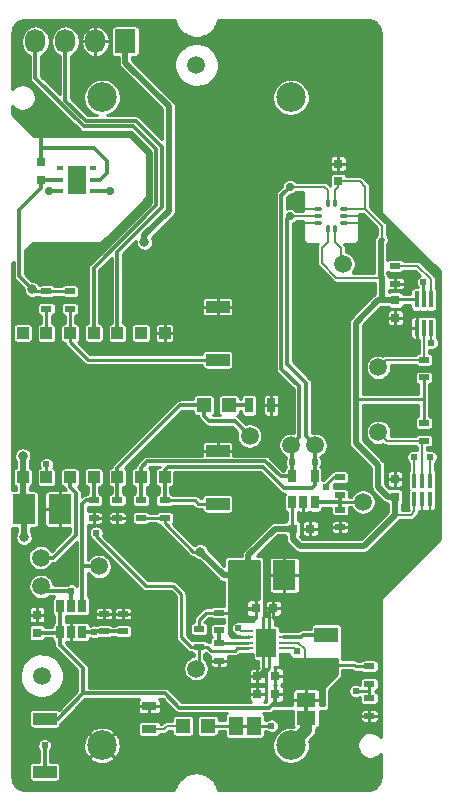
<source format=gtl>
G04 #@! TF.FileFunction,Copper,L1,Top,Signal*
%FSLAX46Y46*%
G04 Gerber Fmt 4.6, Leading zero omitted, Abs format (unit mm)*
G04 Created by KiCad (PCBNEW 4.0.5) date 2017 April 23, Sunday 17:14:46*
%MOMM*%
%LPD*%
G01*
G04 APERTURE LIST*
%ADD10C,0.100000*%
%ADD11O,0.350000X0.800000*%
%ADD12O,0.800000X0.350000*%
%ADD13R,0.850000X0.280000*%
%ADD14R,0.822960X1.200000*%
%ADD15R,0.280000X0.700000*%
%ADD16C,0.584200*%
%ADD17R,0.600000X0.400000*%
%ADD18R,1.500000X1.200000*%
%ADD19C,0.600000*%
%ADD20C,0.604800*%
%ADD21C,0.704800*%
%ADD22R,0.900000X0.500000*%
%ADD23R,1.950720X2.499360*%
%ADD24R,1.727200X2.032000*%
%ADD25O,1.727200X2.032000*%
%ADD26R,0.700000X1.300000*%
%ADD27R,0.650000X1.060000*%
%ADD28R,1.198880X1.198880*%
%ADD29R,1.300000X0.700000*%
%ADD30C,1.500000*%
%ADD31R,0.400000X1.400000*%
%ADD32R,0.400000X1.300000*%
%ADD33R,1.600200X1.168400*%
%ADD34C,2.500000*%
%ADD35R,1.000000X1.000000*%
%ADD36R,1.168400X1.600200*%
%ADD37R,2.000000X1.000000*%
%ADD38R,2.000000X1.250000*%
%ADD39R,0.800000X0.750000*%
%ADD40R,0.750000X0.800000*%
%ADD41C,0.609600*%
%ADD42C,0.804800*%
%ADD43C,0.254000*%
%ADD44C,0.203200*%
%ADD45C,0.304800*%
%ADD46C,1.016000*%
%ADD47C,0.152400*%
%ADD48C,0.508000*%
%ADD49C,0.250000*%
G04 APERTURE END LIST*
D10*
D11*
X27700000Y50100000D03*
X27100000Y50100000D03*
X27100000Y47900000D03*
X27700000Y47900000D03*
D12*
X26300000Y49600000D03*
X26300000Y49000000D03*
X26300000Y48400000D03*
X28500000Y48400000D03*
X28500000Y49000000D03*
X28500000Y49600000D03*
D13*
X20400000Y13900000D03*
X20400000Y13400000D03*
X20400000Y12900000D03*
X20400000Y12400000D03*
X20400000Y11900000D03*
X23400000Y11900000D03*
X23400000Y12400000D03*
X23400000Y12900000D03*
X23400000Y13400000D03*
X23400000Y13900000D03*
D14*
X22311480Y12300000D03*
X22311480Y13500000D03*
X21488520Y13500000D03*
X21488520Y12300000D03*
D15*
X22150000Y14450000D03*
X21650000Y14450000D03*
X21650000Y11350000D03*
X22150000Y11350000D03*
D16*
X21900000Y12900000D03*
X22400000Y13650000D03*
X21400000Y13650000D03*
X21400000Y12150000D03*
X22400000Y12150000D03*
D17*
X4450000Y53049998D03*
X4450000Y51149998D03*
X4450000Y52099998D03*
X7250000Y52099998D03*
X7250000Y53049998D03*
X7250000Y51149998D03*
D18*
X5850000Y51499998D03*
X5850000Y52699998D03*
D19*
X6300000Y52099998D03*
X5400000Y52099998D03*
X5850000Y51199998D03*
X5850000Y52999998D03*
D20*
X19250000Y11350000D03*
D21*
X17950000Y20700000D03*
X33600000Y46500000D03*
X34400001Y45700000D03*
X13350000Y18950000D03*
X12250000Y18950000D03*
X26850000Y22650000D03*
X29850000Y22650000D03*
X32800000Y29100000D03*
X7400000Y61350000D03*
X12900000Y11100000D03*
X32200000Y32350000D03*
X8600000Y61350000D03*
X3050000Y32400000D03*
X3050000Y33600000D03*
X24600000Y61600000D03*
X23400000Y61600000D03*
X24600000Y1400000D03*
X23400000Y1400000D03*
X8600000Y1400000D03*
X7400000Y1400000D03*
X11700000Y11100000D03*
X10500000Y11100000D03*
X34000000Y20300000D03*
X33200000Y19500000D03*
X32200000Y34550000D03*
X32200000Y38600000D03*
X27300000Y37500000D03*
X27300000Y38600000D03*
D22*
X30635295Y10886745D03*
X30635295Y9386745D03*
D23*
X20399594Y18600000D03*
X23447594Y18600000D03*
D24*
X9990001Y63800000D03*
D25*
X7450001Y63800000D03*
X4910001Y63800000D03*
X2370001Y63800000D03*
D26*
X20450000Y33000000D03*
X22350000Y33000000D03*
D22*
X8191594Y13859178D03*
X8191594Y15359178D03*
X9796593Y13855847D03*
X9796593Y15355847D03*
X5300000Y42650001D03*
X5300000Y41150001D03*
X13300000Y23449999D03*
X13300000Y24949999D03*
X9299999Y24950001D03*
X9299999Y23450001D03*
X11299999Y23450001D03*
X11299999Y24950001D03*
X7299999Y24950000D03*
X7299999Y23450000D03*
X28150001Y26915543D03*
X28150001Y25415543D03*
X28150000Y24158763D03*
X28150000Y22658763D03*
X30635294Y8186747D03*
X30635294Y6686747D03*
X17923594Y15442821D03*
X17923594Y13942821D03*
X17923594Y12842822D03*
X17923594Y11342822D03*
X35250000Y35350000D03*
X35250000Y36850000D03*
X32850000Y43300000D03*
X32850000Y44800000D03*
X35249999Y31500001D03*
X35249999Y30000001D03*
D27*
X4450000Y13800000D03*
X5400000Y13800000D03*
X6350000Y13800000D03*
X6350000Y16000000D03*
X4450000Y16000000D03*
X5400000Y16000000D03*
X24100001Y24765543D03*
X25050001Y24765543D03*
X26000001Y24765543D03*
X26000001Y26965543D03*
X24100001Y26965543D03*
D23*
X1375999Y24200001D03*
X4423999Y24200001D03*
D22*
X16223594Y14042821D03*
X16223594Y12542821D03*
D28*
X16949020Y5850000D03*
X14850980Y5850000D03*
D29*
X12000001Y5599999D03*
X12000001Y7499999D03*
D30*
X20500000Y30400000D03*
X7750001Y19350000D03*
X15950000Y10700000D03*
X30100000Y24800000D03*
X2850000Y17650000D03*
X26050000Y29600000D03*
X24000000Y29600000D03*
X28400000Y44950000D03*
X31400001Y30699999D03*
X31400001Y36200000D03*
X2800000Y20100000D03*
D21*
X27300000Y39700000D03*
D31*
X34650000Y39550000D03*
X35250000Y39550000D03*
X35850000Y39550000D03*
X35850000Y41950000D03*
X35250000Y41950000D03*
X34650000Y41950000D03*
D32*
X34450000Y25023333D03*
X35100000Y25023333D03*
X35750000Y25023333D03*
X35750000Y26623333D03*
X35100000Y26623333D03*
X34450000Y26623333D03*
D22*
X3300000Y42649999D03*
X3300000Y41149999D03*
D33*
X25300000Y8062000D03*
X25300000Y6538000D03*
D34*
X24000000Y4200000D03*
X24000000Y59060000D03*
X8000000Y59060000D03*
X8000000Y4200000D03*
D30*
X16000000Y61800000D03*
X2900000Y10100000D03*
D20*
X24250000Y14700000D03*
D35*
X13300000Y26900000D03*
X11300000Y26900000D03*
X9300000Y26900000D03*
X7300000Y26900000D03*
X5300000Y26900000D03*
X3300000Y26900000D03*
X1300000Y26900000D03*
X13300000Y39100000D03*
X11300000Y39100000D03*
X9300000Y39100000D03*
X7300000Y39100000D03*
X5300000Y39100000D03*
X3300000Y39100000D03*
X1300000Y39100000D03*
D36*
X19338000Y5850000D03*
X20862000Y5850000D03*
D28*
X16650980Y33000000D03*
X18749020Y33000000D03*
D37*
X17800000Y24650000D03*
X17800000Y29150000D03*
X17800000Y36850000D03*
X17800000Y41350000D03*
X3150000Y6450000D03*
X3150000Y1950000D03*
D38*
X27000000Y11025000D03*
X27000000Y13575000D03*
D39*
X21000000Y15800000D03*
X22500000Y15800000D03*
X24150001Y22558761D03*
X25650001Y22558761D03*
D40*
X32850002Y41900000D03*
X32850002Y40400000D03*
X32800000Y25250000D03*
X32800000Y26750000D03*
X28000000Y51950000D03*
X28000000Y53450000D03*
X2850000Y52100000D03*
X2850000Y53600000D03*
D39*
X22658888Y10059562D03*
X21158888Y10059562D03*
D40*
X2500000Y13750000D03*
X2500000Y15250000D03*
D39*
X22658888Y8559567D03*
X21158888Y8559567D03*
D41*
X35100000Y23650000D03*
X35750000Y23650000D03*
X30000000Y48400000D03*
X30000000Y49000000D03*
X24700000Y49600000D03*
X24700000Y48400000D03*
X2800000Y56400000D03*
X34100000Y43300000D03*
X22350000Y5850000D03*
D42*
X11599997Y46799997D03*
X2100000Y42800000D03*
X1300000Y28700000D03*
X1400000Y21800000D03*
X16300000Y20600000D03*
D41*
X19479566Y15779566D03*
X3300000Y28000000D03*
X7500000Y22200000D03*
X34400000Y28600000D03*
D21*
X23900000Y49000000D03*
D41*
X26000001Y28200000D03*
D21*
X8700000Y51100000D03*
D41*
X35900000Y38300000D03*
D21*
X3500000Y51099994D03*
D41*
X35200008Y43400000D03*
X35800000Y28600000D03*
D21*
X23900000Y51500000D03*
D41*
X24100001Y28200000D03*
X19537516Y14109588D03*
X27000000Y26100000D03*
X5400000Y17300000D03*
X3150000Y4200002D03*
X7340822Y13800000D03*
X29500000Y8800000D03*
X24500000Y12150000D03*
D43*
X29492255Y10886745D02*
X29354000Y11025000D01*
X29354000Y11025000D02*
X27000000Y11025000D01*
D44*
X25150000Y11200000D02*
X25325000Y11025000D01*
X25325000Y11025000D02*
X27000000Y11025000D01*
X23400000Y12900000D02*
X24577026Y12900000D01*
X24577026Y12900000D02*
X25150000Y12327026D01*
X25150000Y12327026D02*
X25150000Y11200000D01*
D43*
X29492255Y10886745D02*
X30635295Y10886745D01*
D45*
X3150000Y6450000D02*
X4250000Y6450000D01*
X4250000Y6450000D02*
X6400000Y8600000D01*
X4450000Y12700000D02*
X6400000Y10750000D01*
X6400000Y10750000D02*
X6400000Y8600000D01*
X6400000Y8600000D02*
X8550000Y8600000D01*
X25300000Y6538000D02*
X25300000Y8062000D01*
D46*
X25300000Y6538000D02*
X25300000Y5500000D01*
X25300000Y5500000D02*
X24000000Y4200000D01*
D45*
X4450000Y12700000D02*
X4450000Y13800000D01*
X13350000Y8600000D02*
X8550000Y8600000D01*
X14550000Y7400000D02*
X13350000Y8600000D01*
X22179121Y7400000D02*
X14550000Y7400000D01*
X22658888Y8559567D02*
X22658888Y7879767D01*
X22658888Y7879767D02*
X22179121Y7400000D01*
X30622040Y10900000D02*
X30635295Y10886745D01*
X2500000Y13750000D02*
X4400000Y13750000D01*
X4400000Y13750000D02*
X4450000Y13800000D01*
X4450000Y16000000D02*
X4450000Y13800000D01*
D43*
X22150000Y14450000D02*
X22150000Y15450000D01*
X22150000Y15450000D02*
X22500000Y15800000D01*
X22150000Y11350000D02*
X22150000Y10750000D01*
X22150000Y10750000D02*
X21459562Y10059562D01*
X21459562Y10059562D02*
X21158888Y10059562D01*
X21650000Y10550674D02*
X21158888Y10059562D01*
X21650000Y11350000D02*
X21650000Y10550674D01*
X21650000Y14450000D02*
X21650000Y15050000D01*
X21650000Y15050000D02*
X22400000Y15800000D01*
X22400000Y15800000D02*
X22500000Y15800000D01*
D44*
X35100000Y25023333D02*
X35100000Y23650000D01*
X35750000Y25023333D02*
X35750000Y23650000D01*
D47*
X28500000Y48400000D02*
X30000000Y48400000D01*
X28500000Y49000000D02*
X30000000Y49000000D01*
X26300000Y49600000D02*
X24700000Y49600000D01*
X26300000Y48400000D02*
X24700000Y48400000D01*
D43*
X22150000Y11350000D02*
X22150000Y11900000D01*
X22150000Y11900000D02*
X22400000Y12150000D01*
X21650000Y11350000D02*
X21650000Y11900000D01*
X21650000Y11900000D02*
X21400000Y12150000D01*
X21650000Y14450000D02*
X21650000Y13900000D01*
X21650000Y13900000D02*
X21400000Y13650000D01*
X22150000Y14450000D02*
X22150000Y13900000D01*
X22150000Y13900000D02*
X22400000Y13650000D01*
D45*
X2850000Y53600000D02*
X2850000Y54800000D01*
X2850000Y54800000D02*
X2850000Y56350000D01*
X7300000Y54800000D02*
X2850000Y54800000D01*
X8400000Y53700000D02*
X7300000Y54800000D01*
X8400000Y52645198D02*
X8400000Y53700000D01*
X7250000Y52099998D02*
X7854800Y52099998D01*
X7854800Y52099998D02*
X8400000Y52645198D01*
X2850000Y56350000D02*
X2800000Y56400000D01*
D43*
X32850000Y43300000D02*
X34100000Y43300000D01*
X16300000Y20600000D02*
X15700000Y20600000D01*
X15700000Y20600000D02*
X13300000Y23000000D01*
X13300000Y23000000D02*
X13300000Y23449999D01*
D48*
X11599997Y46799997D02*
X11599997Y47399997D01*
X13666821Y58299181D02*
X9990001Y61976001D01*
X11599997Y47399997D02*
X13666821Y49466821D01*
X13666821Y49466821D02*
X13666821Y58299181D01*
X9990001Y61976001D02*
X9990001Y63800000D01*
D45*
X1000000Y49500000D02*
X1000000Y43900000D01*
X1000000Y43900000D02*
X2100000Y42800000D01*
X2850000Y51350000D02*
X1000000Y49500000D01*
X2850000Y52100000D02*
X2850000Y51350000D01*
D48*
X31587188Y46887188D02*
X31700000Y47000000D01*
X31700000Y43800000D02*
X31587188Y43912812D01*
X31587188Y43912812D02*
X31587188Y46887188D01*
D43*
X22350000Y5850000D02*
X20862000Y5850000D01*
X19338000Y5850000D02*
X20862000Y5850000D01*
X16949020Y5850000D02*
X19338000Y5850000D01*
D44*
X34450000Y25023333D02*
X34450000Y24000000D01*
X34450000Y24000000D02*
X34150000Y23700000D01*
X34150000Y23700000D02*
X32800000Y23700000D01*
D43*
X11299999Y23450001D02*
X13299998Y23450001D01*
X13299998Y23450001D02*
X13300000Y23449999D01*
X24100001Y24765543D02*
X24100001Y22608761D01*
X24100001Y22608761D02*
X24150001Y22558761D01*
D44*
X29850000Y51950000D02*
X28000000Y51950000D01*
D47*
X28000000Y51500000D02*
X28000000Y51950000D01*
X27700000Y51200000D02*
X28000000Y51500000D01*
X27700000Y50100000D02*
X27700000Y51200000D01*
D44*
X30300000Y51500000D02*
X29850000Y51950000D01*
X30300000Y49600000D02*
X30300000Y51500000D01*
D43*
X3300000Y42649999D02*
X2250001Y42649999D01*
X2250001Y42649999D02*
X2100000Y42800000D01*
X3300000Y42649999D02*
X5299998Y42649999D01*
X5299998Y42649999D02*
X5300000Y42650001D01*
D47*
X28500000Y49600000D02*
X30300000Y49600000D01*
X27100000Y46800000D02*
X27100000Y47900000D01*
D48*
X32800000Y25250000D02*
X32800000Y23700000D01*
X32800000Y23700000D02*
X30200000Y21100000D01*
X29500000Y33500000D02*
X29500000Y29800000D01*
X29500000Y29800000D02*
X31400000Y27900000D01*
X31400000Y27900000D02*
X31400000Y26050000D01*
X31400000Y26050000D02*
X32200000Y25250000D01*
X32200000Y25250000D02*
X32800000Y25250000D01*
D47*
X27100000Y46800000D02*
X26600000Y46300000D01*
D44*
X27850000Y43800000D02*
X31700000Y43800000D01*
X26600000Y46300000D02*
X26600000Y45050000D01*
X26600000Y45050000D02*
X27850000Y43800000D01*
D48*
X31700000Y41900000D02*
X31700000Y43800000D01*
D44*
X30300000Y49600000D02*
X31700000Y48200000D01*
X31700000Y48200000D02*
X31700000Y47000000D01*
D43*
X35250000Y33500000D02*
X35250000Y35350000D01*
X35250000Y32004002D02*
X35250000Y33500000D01*
D48*
X29500000Y33500000D02*
X29500000Y40000000D01*
D43*
X35250000Y33500000D02*
X29500000Y33500000D01*
X35249999Y31500001D02*
X35250000Y32004002D01*
D48*
X29500000Y40000000D02*
X31400000Y41900000D01*
X31400000Y41900000D02*
X31700000Y41900000D01*
D43*
X34650001Y41949999D02*
X32900001Y41949999D01*
X32900001Y41949999D02*
X32850002Y41900000D01*
D48*
X1300000Y26900000D02*
X1300000Y28700000D01*
X1400000Y21800000D02*
X1400000Y24176000D01*
X1400000Y24176000D02*
X1375999Y24200001D01*
X20399594Y18600000D02*
X18300000Y18600000D01*
X18300000Y18600000D02*
X16300000Y20600000D01*
X31700000Y41900000D02*
X32850002Y41900000D01*
X24725762Y21100000D02*
X30200000Y21100000D01*
X24150001Y22558761D02*
X24150001Y21675761D01*
X24150001Y21675761D02*
X24725762Y21100000D01*
X20399594Y18600000D02*
X20399594Y20299594D01*
X20399594Y20299594D02*
X22658761Y22558761D01*
X22658761Y22558761D02*
X24150001Y22558761D01*
D45*
X2850000Y52100000D02*
X4449998Y52100000D01*
X4449998Y52100000D02*
X4450000Y52099998D01*
X24150001Y24715543D02*
X24100001Y24765543D01*
D48*
X1300000Y26900000D02*
X1300000Y24276000D01*
X1300000Y24276000D02*
X1375999Y24200001D01*
D43*
X16842821Y15442821D02*
X16223594Y14823594D01*
X16223594Y14823594D02*
X16223594Y14042821D01*
X17923594Y15442821D02*
X16842821Y15442821D01*
X19142821Y15442821D02*
X19479566Y15779566D01*
X19479566Y15779566D02*
X20923595Y15779566D01*
X17923594Y15442821D02*
X19142821Y15442821D01*
D45*
X14595200Y33000000D02*
X16650980Y33000000D01*
X19250000Y31650000D02*
X17096740Y31650000D01*
X17096740Y31650000D02*
X16650980Y32095760D01*
X16650980Y32095760D02*
X16650980Y33000000D01*
X19250000Y31650000D02*
X20500000Y30400000D01*
X9299999Y24950001D02*
X9299999Y26899999D01*
X9299999Y26899999D02*
X9300000Y26900000D01*
X14595200Y33000000D02*
X9300000Y27704800D01*
X9300000Y27704800D02*
X9300000Y26900000D01*
X18749020Y33000000D02*
X20450000Y33000000D01*
X24850000Y13400000D02*
X25025000Y13575000D01*
X25025000Y13575000D02*
X27000000Y13575000D01*
X23400000Y13400000D02*
X24850000Y13400000D01*
D43*
X7500000Y22200000D02*
X7500000Y21900000D01*
X7500000Y21900000D02*
X11700000Y17700000D01*
X11700000Y17700000D02*
X14000000Y17700000D01*
X14000000Y17700000D02*
X14700000Y17000000D01*
X14700000Y17000000D02*
X14700000Y13362415D01*
X14700000Y13362415D02*
X15519594Y12542821D01*
X15519594Y12542821D02*
X16223594Y12542821D01*
X16223594Y12542821D02*
X16223594Y10973594D01*
X16223594Y10973594D02*
X15950000Y10700000D01*
X16223594Y12542821D02*
X16927594Y12542821D01*
X16927594Y12542821D02*
X17270415Y12200000D01*
X17270415Y12200000D02*
X19250000Y12200000D01*
X19250000Y12200000D02*
X19450000Y12400000D01*
X19450000Y12400000D02*
X20400000Y12400000D01*
X3300000Y28000000D02*
X3300000Y26900000D01*
D45*
X4910001Y58789999D02*
X4910001Y63800000D01*
X10839382Y57057211D02*
X6642789Y57057211D01*
X13057211Y54839382D02*
X10839382Y57057211D01*
X9300000Y45999999D02*
X13057211Y49757210D01*
X13057211Y49757210D02*
X13057211Y54839382D01*
X9300000Y39100000D02*
X9300000Y45999999D01*
X6642789Y57057211D02*
X4910001Y58789999D01*
X2370001Y60683406D02*
X2370001Y63800000D01*
X12600000Y49946592D02*
X12600000Y54650000D01*
X7300000Y44646592D02*
X12600000Y49946592D01*
X6453407Y56600000D02*
X2370001Y60683406D01*
X7300000Y39100000D02*
X7300000Y44646592D01*
X12600000Y54650000D02*
X10650000Y56600000D01*
X10650000Y56600000D02*
X6453407Y56600000D01*
D48*
X2370001Y63500001D02*
X2370001Y63652401D01*
D43*
X3300000Y39100000D02*
X3300000Y41149999D01*
X5300000Y38346000D02*
X6796000Y36850000D01*
X6796000Y36850000D02*
X17800000Y36850000D01*
X5300000Y39100000D02*
X5300000Y41150001D01*
X5300000Y39100000D02*
X5300000Y38346000D01*
D45*
X26050000Y29600000D02*
X25300000Y30350000D01*
X25300000Y30350000D02*
X25300000Y34900000D01*
X25300000Y34900000D02*
X23700000Y36500000D01*
X23700000Y36500000D02*
X23700000Y48800000D01*
X23700000Y48800000D02*
X23900000Y49000000D01*
D43*
X15850001Y24949999D02*
X16150000Y24650000D01*
X16150000Y24650000D02*
X17800000Y24650000D01*
X13300000Y24949999D02*
X15850001Y24949999D01*
D44*
X35850000Y39550000D02*
X35850000Y38350000D01*
X35850000Y38350000D02*
X35900000Y38300000D01*
X34450000Y26623333D02*
X34450000Y28550000D01*
X34450000Y28550000D02*
X34400000Y28600000D01*
D45*
X26000001Y26965543D02*
X26000001Y26250001D01*
X26000001Y26250001D02*
X25750000Y26000000D01*
X25750000Y26000000D02*
X23400000Y26000000D01*
X23400000Y26000000D02*
X21600000Y27800000D01*
X21600000Y27800000D02*
X13600000Y27800000D01*
X13600000Y27800000D02*
X13300000Y27500000D01*
X13300000Y27500000D02*
X13300000Y26900000D01*
D47*
X26300000Y49000000D02*
X23900000Y49000000D01*
D45*
X7250000Y51149998D02*
X8650002Y51149998D01*
X8650002Y51149998D02*
X8700000Y51100000D01*
X26000001Y26965543D02*
X26000001Y28200000D01*
X26000001Y28200000D02*
X26000001Y29550001D01*
X26000001Y29550001D02*
X26050000Y29600000D01*
X13300000Y26900000D02*
X13300000Y24949999D01*
X3550004Y51149998D02*
X3500000Y51099994D01*
X4450000Y51149998D02*
X3550004Y51149998D01*
X24000000Y29600000D02*
X24700000Y30300000D01*
X24700000Y30300000D02*
X24700000Y34600000D01*
X24700000Y34600000D02*
X23200000Y36100000D01*
X23200000Y36100000D02*
X23200000Y50800000D01*
X23200000Y50800000D02*
X23547601Y51147601D01*
X23547601Y51147601D02*
X23900000Y51500000D01*
D43*
X35200008Y41999992D02*
X35200008Y42968948D01*
X35250001Y41949999D02*
X35200008Y41999992D01*
X35200008Y42968948D02*
X35200008Y43400000D01*
D44*
X35750000Y26623333D02*
X35750000Y28550000D01*
X35750000Y28550000D02*
X35800000Y28600000D01*
D47*
X27100000Y50100000D02*
X27100000Y51200000D01*
X27100000Y51200000D02*
X26800000Y51500000D01*
D44*
X26800000Y51500000D02*
X23900000Y51500000D01*
D45*
X24100001Y26965543D02*
X24100001Y28200000D01*
X24100001Y28200000D02*
X24100001Y29499999D01*
X24100001Y29499999D02*
X24000000Y29600000D01*
X11300000Y26900000D02*
X11300000Y27704800D01*
X23134457Y26965543D02*
X24100001Y26965543D01*
X11300000Y27704800D02*
X11852411Y28257211D01*
X11852411Y28257211D02*
X21842789Y28257211D01*
X21842789Y28257211D02*
X23134457Y26965543D01*
X11300000Y26900000D02*
X11300000Y24950002D01*
X11300000Y24950002D02*
X11299999Y24950001D01*
X7299999Y24950000D02*
X6650000Y24950000D01*
X6650000Y24950000D02*
X6350000Y24650000D01*
X6350000Y24650000D02*
X6350000Y19400000D01*
X6350000Y19400000D02*
X6350000Y16000000D01*
X6350000Y19400000D02*
X6400000Y19350000D01*
X6400000Y19350000D02*
X7750001Y19350000D01*
X7300000Y26900000D02*
X7300000Y24950001D01*
X7300000Y24950001D02*
X7299999Y24950000D01*
D43*
X28115544Y24765543D02*
X28150001Y24800000D01*
X28150001Y24800000D02*
X30100000Y24800000D01*
D45*
X26000001Y24765543D02*
X27000000Y24765543D01*
X27000000Y24765543D02*
X28115544Y24765543D01*
X28150001Y25415543D02*
X28150001Y24800000D01*
X28150001Y24800000D02*
X28150001Y24158764D01*
X28150001Y24158764D02*
X28150000Y24158763D01*
D44*
X35250000Y36850000D02*
X32050001Y36850000D01*
X32050001Y36850000D02*
X31400001Y36200000D01*
X35250000Y39550000D02*
X35250000Y36850000D01*
X35850000Y41950000D02*
X35850000Y43650000D01*
X35850000Y43650000D02*
X34700000Y44800000D01*
X34700000Y44800000D02*
X33503200Y44800000D01*
X33503200Y44800000D02*
X32850000Y44800000D01*
X35249999Y30000001D02*
X32099999Y30000001D01*
X32099999Y30000001D02*
X31400001Y30699999D01*
X35100000Y26623333D02*
X35100000Y29850002D01*
X35100000Y29850002D02*
X35249999Y30000001D01*
X5475000Y52699998D02*
X6225000Y52699998D01*
X5475000Y51499998D02*
X5475000Y52699998D01*
X6225000Y51499998D02*
X5475000Y51499998D01*
D47*
X27700000Y47900000D02*
X27700000Y46800000D01*
X27700000Y46800000D02*
X28200000Y46300000D01*
D44*
X28200000Y46300000D02*
X28200000Y45150000D01*
X28200000Y45150000D02*
X28400000Y44950000D01*
X19747104Y13900000D02*
X19537516Y14109588D01*
X20400000Y13900000D02*
X19747104Y13900000D01*
D45*
X5400000Y16000000D02*
X5400000Y17300000D01*
D43*
X28150001Y26915543D02*
X27615543Y26915543D01*
X27615543Y26915543D02*
X27000000Y26300000D01*
X27000000Y26300000D02*
X27000000Y26100000D01*
D45*
X5400000Y17300000D02*
X3200000Y17300000D01*
X3200000Y17300000D02*
X2850000Y17650000D01*
X3150000Y4200002D02*
X3150000Y1950000D01*
X7400000Y13859178D02*
X7340822Y13800000D01*
X7340822Y13800000D02*
X6350000Y13800000D01*
X8191594Y13859178D02*
X7400000Y13859178D01*
X9796593Y13855847D02*
X8194925Y13855847D01*
X8194925Y13855847D02*
X8191594Y13859178D01*
D49*
X7994928Y13855848D02*
X7991594Y13859179D01*
X9613261Y13839179D02*
X9596594Y13855848D01*
D44*
X13249999Y5599999D02*
X13500000Y5850000D01*
X13500000Y5850000D02*
X14850980Y5850000D01*
X12000001Y5599999D02*
X13249999Y5599999D01*
D45*
X5800000Y25595200D02*
X5800000Y22039340D01*
X5800000Y22039340D02*
X3860660Y20100000D01*
X3860660Y20100000D02*
X2800000Y20100000D01*
X5300000Y26900000D02*
X5300000Y26095200D01*
X5300000Y26095200D02*
X5800000Y25595200D01*
D43*
X30635295Y8800000D02*
X29500000Y8800000D01*
D44*
X24250000Y12400000D02*
X24500000Y12150000D01*
X23400000Y12400000D02*
X24250000Y12400000D01*
D43*
X30635295Y8186748D02*
X30635294Y8186747D01*
X30635295Y8800000D02*
X30635295Y8186748D01*
X30635295Y9386745D02*
X30635295Y8800000D01*
X19142822Y12842822D02*
X19200000Y12900000D01*
X19200000Y12900000D02*
X20400000Y12900000D01*
X17923594Y12842822D02*
X19142822Y12842822D01*
D45*
X17923595Y12842821D02*
X17923594Y12842822D01*
X17923594Y13942821D02*
X17923594Y12842822D01*
D43*
G36*
X14140167Y65594799D02*
X14144876Y65571015D01*
X14146549Y65565611D01*
X14235067Y65286566D01*
X14249546Y65252784D01*
X14263530Y65218855D01*
X14266221Y65213879D01*
X14407254Y64957342D01*
X14428005Y64927035D01*
X14448326Y64896450D01*
X14451932Y64892091D01*
X14640107Y64667833D01*
X14666354Y64642130D01*
X14692224Y64616078D01*
X14696608Y64612503D01*
X14924758Y64429066D01*
X14955505Y64408946D01*
X14985936Y64388420D01*
X14990931Y64385764D01*
X15250366Y64250135D01*
X15284418Y64236377D01*
X15318272Y64222146D01*
X15323688Y64220511D01*
X15604525Y64137856D01*
X15640567Y64130981D01*
X15676576Y64123589D01*
X15682206Y64123038D01*
X15973751Y64096506D01*
X16010436Y64096762D01*
X16047198Y64096505D01*
X16052828Y64097058D01*
X16052832Y64097058D01*
X16343973Y64127658D01*
X16379945Y64135042D01*
X16416024Y64141924D01*
X16421440Y64143559D01*
X16701096Y64230128D01*
X16734937Y64244354D01*
X16769003Y64258117D01*
X16773998Y64260773D01*
X17031513Y64400012D01*
X17061967Y64420553D01*
X17092691Y64440658D01*
X17097075Y64444233D01*
X17322641Y64630838D01*
X17348524Y64656903D01*
X17374758Y64682592D01*
X17378358Y64686946D01*
X17378364Y64686952D01*
X17378368Y64686959D01*
X17563389Y64913816D01*
X17583680Y64944356D01*
X17604462Y64974707D01*
X17607152Y64979684D01*
X17744589Y65238165D01*
X17758584Y65272118D01*
X17773053Y65305876D01*
X17774725Y65311280D01*
X17859338Y65591534D01*
X17859985Y65594800D01*
X30480186Y65594799D01*
X30712269Y65572043D01*
X30916455Y65510395D01*
X31104781Y65410260D01*
X31270064Y65275458D01*
X31406017Y65111119D01*
X31507464Y64923497D01*
X31570535Y64719746D01*
X31594800Y64488878D01*
X31594800Y49500000D01*
X31598449Y49462781D01*
X31601714Y49425464D01*
X31602309Y49423415D01*
X31602517Y49421296D01*
X31613326Y49385495D01*
X31623777Y49349522D01*
X31624759Y49347629D01*
X31625374Y49345590D01*
X31642969Y49312499D01*
X31660171Y49279314D01*
X31661496Y49277654D01*
X31662500Y49275766D01*
X31686210Y49246695D01*
X31709508Y49217509D01*
X31712430Y49214546D01*
X31712482Y49214482D01*
X31712541Y49214433D01*
X31713480Y49213481D01*
X36594800Y44332161D01*
X36594800Y21667840D01*
X31713480Y16786520D01*
X31689716Y16757589D01*
X31665664Y16728925D01*
X31664637Y16727057D01*
X31663285Y16725411D01*
X31645605Y16692438D01*
X31627566Y16659625D01*
X31626921Y16657593D01*
X31625915Y16655716D01*
X31614967Y16619907D01*
X31603655Y16584246D01*
X31603418Y16582131D01*
X31602794Y16580091D01*
X31599009Y16542832D01*
X31594839Y16505657D01*
X31594810Y16501496D01*
X31594802Y16501414D01*
X31594809Y16501338D01*
X31594800Y16500000D01*
X31594800Y4933163D01*
X31453903Y5075048D01*
X31270152Y5198990D01*
X31065826Y5284880D01*
X30848710Y5329448D01*
X30627071Y5330995D01*
X30409354Y5289463D01*
X30203849Y5206434D01*
X30018385Y5085070D01*
X29860027Y4929994D01*
X29734806Y4747113D01*
X29647491Y4543392D01*
X29601409Y4326592D01*
X29598314Y4104970D01*
X29638325Y3886967D01*
X29719917Y3680888D01*
X29839984Y3494582D01*
X29993950Y3335145D01*
X30175953Y3208649D01*
X30379059Y3119915D01*
X30595532Y3072320D01*
X30817127Y3067678D01*
X31035404Y3106166D01*
X31242048Y3186318D01*
X31429188Y3305081D01*
X31589696Y3457930D01*
X31594800Y3465165D01*
X31594800Y1519816D01*
X31572043Y1287731D01*
X31510395Y1083542D01*
X31410261Y895219D01*
X31275461Y729937D01*
X31111117Y593981D01*
X30923497Y492535D01*
X30719749Y429465D01*
X30488867Y405199D01*
X17859837Y405201D01*
X17855128Y428984D01*
X17853455Y434388D01*
X17764936Y713433D01*
X17750458Y747213D01*
X17736474Y781141D01*
X17733783Y786117D01*
X17733782Y786120D01*
X17733779Y786125D01*
X17592751Y1042656D01*
X17571988Y1072979D01*
X17551678Y1103549D01*
X17548072Y1107908D01*
X17359897Y1332166D01*
X17333650Y1357869D01*
X17307781Y1383920D01*
X17303397Y1387495D01*
X17075246Y1570933D01*
X17044552Y1591019D01*
X17014069Y1611580D01*
X17009074Y1614236D01*
X16749638Y1749865D01*
X16715612Y1763612D01*
X16681733Y1777854D01*
X16676317Y1779489D01*
X16395479Y1862145D01*
X16359423Y1869023D01*
X16323427Y1876412D01*
X16317799Y1876963D01*
X16317797Y1876963D01*
X16026253Y1903495D01*
X15989567Y1903239D01*
X15952805Y1903496D01*
X15947175Y1902943D01*
X15947171Y1902943D01*
X15656030Y1872343D01*
X15620065Y1864961D01*
X15583978Y1858077D01*
X15578563Y1856442D01*
X15298907Y1769874D01*
X15265066Y1755648D01*
X15231000Y1741885D01*
X15226006Y1739229D01*
X14968489Y1599991D01*
X14938018Y1579438D01*
X14907310Y1559344D01*
X14902926Y1555769D01*
X14677360Y1369164D01*
X14651477Y1343099D01*
X14625243Y1317410D01*
X14621638Y1313051D01*
X14436612Y1086186D01*
X14416306Y1055623D01*
X14395539Y1025295D01*
X14392849Y1020318D01*
X14255411Y761837D01*
X14241419Y727889D01*
X14226948Y694127D01*
X14225275Y688723D01*
X14140661Y408469D01*
X14140014Y405201D01*
X1519814Y405200D01*
X1287730Y427956D01*
X1083541Y489604D01*
X895223Y589735D01*
X729936Y724539D01*
X593980Y888882D01*
X492535Y1076501D01*
X429463Y1280253D01*
X405200Y1511102D01*
X405200Y2450000D01*
X1818203Y2450000D01*
X1818203Y1450000D01*
X1822396Y1397417D01*
X1850016Y1308231D01*
X1901388Y1230270D01*
X1972446Y1169707D01*
X2057564Y1131339D01*
X2150000Y1118203D01*
X4150000Y1118203D01*
X4202583Y1122396D01*
X4291769Y1150016D01*
X4369730Y1201388D01*
X4430293Y1272446D01*
X4468661Y1357564D01*
X4481797Y1450000D01*
X4481797Y2450000D01*
X4477604Y2502583D01*
X4449984Y2591769D01*
X4398612Y2669730D01*
X4327554Y2730293D01*
X4242436Y2768661D01*
X4150000Y2781797D01*
X3632600Y2781797D01*
X3632600Y3135241D01*
X6935949Y3135241D01*
X7067092Y2915111D01*
X7335687Y2757799D01*
X7629811Y2655909D01*
X7938161Y2613358D01*
X8248888Y2631781D01*
X8550051Y2710469D01*
X8830075Y2846399D01*
X8932908Y2915111D01*
X9064051Y3135241D01*
X8000000Y4199293D01*
X6935949Y3135241D01*
X3632600Y3135241D01*
X3632600Y3782676D01*
X3633017Y3783073D01*
X3704800Y3884832D01*
X3755451Y3998595D01*
X3783041Y4120030D01*
X3785021Y4261839D01*
X6413358Y4261839D01*
X6431781Y3951112D01*
X6510469Y3649949D01*
X6646399Y3369925D01*
X6715111Y3267092D01*
X6935241Y3135949D01*
X7999293Y4200000D01*
X8000707Y4200000D01*
X9064759Y3135949D01*
X9284889Y3267092D01*
X9442201Y3535687D01*
X9544091Y3829811D01*
X9586642Y4138161D01*
X9568219Y4448888D01*
X9489531Y4750051D01*
X9353601Y5030075D01*
X9284889Y5132908D01*
X9064759Y5264051D01*
X8000707Y4200000D01*
X7999293Y4200000D01*
X6935241Y5264051D01*
X6715111Y5132908D01*
X6557799Y4864313D01*
X6455909Y4570189D01*
X6413358Y4261839D01*
X3785021Y4261839D01*
X3785027Y4262267D01*
X3760839Y4384425D01*
X3713384Y4499559D01*
X3644470Y4603282D01*
X3556722Y4691645D01*
X3453482Y4761281D01*
X3338683Y4809538D01*
X3216697Y4834579D01*
X3092170Y4835448D01*
X2969846Y4812113D01*
X2854384Y4765464D01*
X2750182Y4697276D01*
X2661208Y4610147D01*
X2590853Y4507396D01*
X2541796Y4392936D01*
X2515905Y4271127D01*
X2514166Y4146610D01*
X2536646Y4024126D01*
X2582488Y3908341D01*
X2649947Y3803665D01*
X2667400Y3785592D01*
X2667400Y2781797D01*
X2150000Y2781797D01*
X2097417Y2777604D01*
X2008231Y2749984D01*
X1930270Y2698612D01*
X1869707Y2627554D01*
X1831339Y2542436D01*
X1818203Y2450000D01*
X405200Y2450000D01*
X405200Y5264759D01*
X6935949Y5264759D01*
X8000000Y4200707D01*
X9064051Y5264759D01*
X8932908Y5484889D01*
X8664313Y5642201D01*
X8370189Y5744091D01*
X8061839Y5786642D01*
X7751112Y5768219D01*
X7449949Y5689531D01*
X7169925Y5553601D01*
X7067092Y5484889D01*
X6935949Y5264759D01*
X405200Y5264759D01*
X405200Y9942177D01*
X1020533Y9942177D01*
X1086982Y9580125D01*
X1222488Y9237876D01*
X1421890Y8928464D01*
X1677593Y8663676D01*
X1979857Y8453597D01*
X2317169Y8306229D01*
X2676680Y8227186D01*
X3044698Y8219477D01*
X3407205Y8283396D01*
X3750392Y8416510D01*
X4061188Y8613747D01*
X4327755Y8867595D01*
X4539939Y9168385D01*
X4689658Y9504660D01*
X4771210Y9863611D01*
X4777080Y10284049D01*
X4705583Y10645138D01*
X4565312Y10985462D01*
X4361609Y11292059D01*
X4102234Y11553251D01*
X3797066Y11759089D01*
X3457730Y11901733D01*
X3097149Y11975750D01*
X2729060Y11978320D01*
X2367481Y11909345D01*
X2026186Y11771453D01*
X1718174Y11569895D01*
X1455177Y11312350D01*
X1247214Y11008627D01*
X1102204Y10670294D01*
X1025672Y10310240D01*
X1020533Y9942177D01*
X405200Y9942177D01*
X405200Y15166950D01*
X1794800Y15166950D01*
X1794800Y14817478D01*
X1807489Y14753684D01*
X1832381Y14693592D01*
X1868517Y14639510D01*
X1914510Y14593517D01*
X1968592Y14557380D01*
X2028684Y14532489D01*
X2092478Y14519800D01*
X2416950Y14519800D01*
X2499500Y14602350D01*
X2499500Y15249500D01*
X2500500Y15249500D01*
X2500500Y14602350D01*
X2583050Y14519800D01*
X2907522Y14519800D01*
X2971316Y14532489D01*
X3031408Y14557380D01*
X3085490Y14593517D01*
X3131483Y14639510D01*
X3167619Y14693592D01*
X3192511Y14753684D01*
X3205200Y14817478D01*
X3205200Y15166950D01*
X3122650Y15249500D01*
X2500500Y15249500D01*
X2499500Y15249500D01*
X1877350Y15249500D01*
X1794800Y15166950D01*
X405200Y15166950D01*
X405200Y15682522D01*
X1794800Y15682522D01*
X1794800Y15333050D01*
X1877350Y15250500D01*
X2499500Y15250500D01*
X2499500Y15897650D01*
X2500500Y15897650D01*
X2500500Y15250500D01*
X3122650Y15250500D01*
X3205200Y15333050D01*
X3205200Y15682522D01*
X3192511Y15746316D01*
X3167619Y15806408D01*
X3131483Y15860490D01*
X3085490Y15906483D01*
X3031408Y15942620D01*
X2971316Y15967511D01*
X2907522Y15980200D01*
X2583050Y15980200D01*
X2500500Y15897650D01*
X2499500Y15897650D01*
X2416950Y15980200D01*
X2092478Y15980200D01*
X2028684Y15967511D01*
X1968592Y15942620D01*
X1914510Y15906483D01*
X1868517Y15860490D01*
X1832381Y15806408D01*
X1807489Y15746316D01*
X1794800Y15682522D01*
X405200Y15682522D01*
X405200Y20009174D01*
X1718380Y20009174D01*
X1756621Y19800816D01*
X1834603Y19603854D01*
X1949358Y19425789D01*
X2096513Y19273406D01*
X2270464Y19152507D01*
X2464585Y19067698D01*
X2671481Y19022208D01*
X2883273Y19017772D01*
X3091893Y19054557D01*
X3289395Y19131163D01*
X3468256Y19244672D01*
X3621663Y19390760D01*
X3743773Y19563862D01*
X3767610Y19617400D01*
X3860660Y19617400D01*
X3904986Y19621746D01*
X3949435Y19625635D01*
X3951874Y19626344D01*
X3954397Y19626591D01*
X3997060Y19639472D01*
X4039883Y19651913D01*
X4042135Y19653080D01*
X4044565Y19653814D01*
X4083955Y19674758D01*
X4123503Y19695258D01*
X4125484Y19696839D01*
X4127727Y19698032D01*
X4162285Y19726217D01*
X4197112Y19754019D01*
X4200648Y19757505D01*
X4200716Y19757561D01*
X4200768Y19757624D01*
X4201910Y19758750D01*
X5867400Y21424240D01*
X5867400Y17730540D01*
X5806722Y17791643D01*
X5703482Y17861279D01*
X5588683Y17909536D01*
X5466697Y17934577D01*
X5342170Y17935446D01*
X5219846Y17912111D01*
X5104384Y17865462D01*
X5000182Y17797274D01*
X4985197Y17782600D01*
X3924964Y17782600D01*
X3889100Y17963723D01*
X3808375Y18159577D01*
X3691146Y18336022D01*
X3541877Y18486336D01*
X3366255Y18604794D01*
X3170970Y18686885D01*
X2963458Y18729481D01*
X2751625Y18730960D01*
X2543539Y18691265D01*
X2347126Y18611909D01*
X2169867Y18495914D01*
X2018515Y18347699D01*
X1898833Y18172908D01*
X1815381Y17978200D01*
X1771337Y17770991D01*
X1768380Y17559174D01*
X1806621Y17350816D01*
X1884603Y17153854D01*
X1999358Y16975789D01*
X2146513Y16823406D01*
X2320464Y16702507D01*
X2514585Y16617698D01*
X2721481Y16572208D01*
X2933273Y16567772D01*
X3141893Y16604557D01*
X3339395Y16681163D01*
X3518256Y16794672D01*
X3542123Y16817400D01*
X3964134Y16817400D01*
X3905270Y16778612D01*
X3844707Y16707554D01*
X3806339Y16622436D01*
X3793203Y16530000D01*
X3793203Y15470000D01*
X3797396Y15417417D01*
X3825016Y15328231D01*
X3876388Y15250270D01*
X3947446Y15189707D01*
X3967400Y15180712D01*
X3967400Y14619552D01*
X3905270Y14578612D01*
X3844707Y14507554D01*
X3806339Y14422436D01*
X3793203Y14330000D01*
X3793203Y14232600D01*
X3193308Y14232600D01*
X3174984Y14291769D01*
X3123612Y14369730D01*
X3052554Y14430293D01*
X2967436Y14468661D01*
X2875000Y14481797D01*
X2125000Y14481797D01*
X2072417Y14477604D01*
X1983231Y14449984D01*
X1905270Y14398612D01*
X1844707Y14327554D01*
X1806339Y14242436D01*
X1793203Y14150000D01*
X1793203Y13350000D01*
X1797396Y13297417D01*
X1825016Y13208231D01*
X1876388Y13130270D01*
X1947446Y13069707D01*
X2032564Y13031339D01*
X2125000Y13018203D01*
X2875000Y13018203D01*
X2927583Y13022396D01*
X3016769Y13050016D01*
X3094730Y13101388D01*
X3155293Y13172446D01*
X3193661Y13257564D01*
X3195059Y13267400D01*
X3793410Y13267400D01*
X3797396Y13217417D01*
X3825016Y13128231D01*
X3876388Y13050270D01*
X3947446Y12989707D01*
X3967400Y12980712D01*
X3967400Y12700000D01*
X3971746Y12655674D01*
X3975635Y12611225D01*
X3976344Y12608786D01*
X3976591Y12606263D01*
X3989472Y12563600D01*
X4001913Y12520777D01*
X4003080Y12518525D01*
X4003814Y12516095D01*
X4024758Y12476705D01*
X4045258Y12437157D01*
X4046839Y12435176D01*
X4048032Y12432933D01*
X4076217Y12398375D01*
X4104019Y12363548D01*
X4107505Y12360012D01*
X4107561Y12359944D01*
X4107624Y12359892D01*
X4108750Y12358750D01*
X5917400Y10550101D01*
X5917400Y8799900D01*
X4338480Y7220980D01*
X4327554Y7230293D01*
X4242436Y7268661D01*
X4150000Y7281797D01*
X2150000Y7281797D01*
X2097417Y7277604D01*
X2008231Y7249984D01*
X1930270Y7198612D01*
X1869707Y7127554D01*
X1831339Y7042436D01*
X1818203Y6950000D01*
X1818203Y5950000D01*
X1822396Y5897417D01*
X1850016Y5808231D01*
X1901388Y5730270D01*
X1972446Y5669707D01*
X2057564Y5631339D01*
X2150000Y5618203D01*
X4150000Y5618203D01*
X4202583Y5622396D01*
X4291769Y5650016D01*
X4369730Y5701388D01*
X4430293Y5772446D01*
X4468661Y5857564D01*
X4481796Y5949999D01*
X11018204Y5949999D01*
X11018204Y5249999D01*
X11022397Y5197416D01*
X11050017Y5108230D01*
X11101389Y5030269D01*
X11172447Y4969706D01*
X11257565Y4931338D01*
X11350001Y4918202D01*
X12650001Y4918202D01*
X12702584Y4922395D01*
X12791770Y4950015D01*
X12869731Y5001387D01*
X12930294Y5072445D01*
X12968662Y5157563D01*
X12970173Y5168199D01*
X13249999Y5168199D01*
X13289660Y5172088D01*
X13329429Y5175567D01*
X13331614Y5176202D01*
X13333869Y5176423D01*
X13372010Y5187938D01*
X13410356Y5199079D01*
X13412372Y5200124D01*
X13414545Y5200780D01*
X13449737Y5219492D01*
X13485174Y5237861D01*
X13486951Y5239279D01*
X13488953Y5240344D01*
X13519847Y5265540D01*
X13551035Y5290437D01*
X13554196Y5293554D01*
X13554260Y5293606D01*
X13554309Y5293665D01*
X13555328Y5294670D01*
X13678858Y5418200D01*
X13919743Y5418200D01*
X13919743Y5250560D01*
X13923936Y5197977D01*
X13951556Y5108791D01*
X14002928Y5030830D01*
X14073986Y4970267D01*
X14159104Y4931899D01*
X14251540Y4918763D01*
X15450420Y4918763D01*
X15503003Y4922956D01*
X15592189Y4950576D01*
X15670150Y5001948D01*
X15730713Y5073006D01*
X15769081Y5158124D01*
X15782217Y5250560D01*
X15782217Y6449440D01*
X15778024Y6502023D01*
X15750404Y6591209D01*
X15699032Y6669170D01*
X15627974Y6729733D01*
X15542856Y6768101D01*
X15450420Y6781237D01*
X14251540Y6781237D01*
X14198957Y6777044D01*
X14109771Y6749424D01*
X14031810Y6698052D01*
X13971247Y6626994D01*
X13932879Y6541876D01*
X13919743Y6449440D01*
X13919743Y6281800D01*
X13500000Y6281800D01*
X13460383Y6277915D01*
X13420570Y6274432D01*
X13418385Y6273797D01*
X13416130Y6273576D01*
X13377989Y6262061D01*
X13339643Y6250920D01*
X13337627Y6249875D01*
X13335454Y6249219D01*
X13300262Y6230507D01*
X13264825Y6212138D01*
X13263048Y6210720D01*
X13261046Y6209655D01*
X13230152Y6184459D01*
X13198964Y6159562D01*
X13195803Y6156445D01*
X13195739Y6156393D01*
X13195690Y6156334D01*
X13194671Y6155329D01*
X13071141Y6031799D01*
X12968557Y6031799D01*
X12949985Y6091768D01*
X12898613Y6169729D01*
X12827555Y6230292D01*
X12742437Y6268660D01*
X12650001Y6281796D01*
X11350001Y6281796D01*
X11297418Y6277603D01*
X11208232Y6249983D01*
X11130271Y6198611D01*
X11069708Y6127553D01*
X11031340Y6042435D01*
X11018204Y5949999D01*
X4481796Y5949999D01*
X4481797Y5950000D01*
X4481797Y6029165D01*
X4512843Y6045258D01*
X4514824Y6046839D01*
X4517067Y6048032D01*
X4551625Y6076217D01*
X4586452Y6104019D01*
X4589988Y6107505D01*
X4590056Y6107561D01*
X4590108Y6107624D01*
X4591250Y6108750D01*
X5899449Y7416949D01*
X11019801Y7416949D01*
X11019801Y7117477D01*
X11032490Y7053683D01*
X11057382Y6993591D01*
X11093518Y6939509D01*
X11139511Y6893516D01*
X11193593Y6857379D01*
X11253685Y6832488D01*
X11317479Y6819799D01*
X11916951Y6819799D01*
X11999501Y6902349D01*
X11999501Y7499499D01*
X12000501Y7499499D01*
X12000501Y6902349D01*
X12083051Y6819799D01*
X12682523Y6819799D01*
X12746317Y6832488D01*
X12806409Y6857379D01*
X12860491Y6893516D01*
X12906484Y6939509D01*
X12942620Y6993591D01*
X12967512Y7053683D01*
X12980201Y7117477D01*
X12980201Y7416949D01*
X12897651Y7499499D01*
X12000501Y7499499D01*
X11999501Y7499499D01*
X11102351Y7499499D01*
X11019801Y7416949D01*
X5899449Y7416949D01*
X6599900Y8117400D01*
X11155851Y8117400D01*
X11139511Y8106482D01*
X11093518Y8060489D01*
X11057382Y8006407D01*
X11032490Y7946315D01*
X11019801Y7882521D01*
X11019801Y7583049D01*
X11102351Y7500499D01*
X11999501Y7500499D01*
X11999501Y7520499D01*
X12000501Y7520499D01*
X12000501Y7500499D01*
X12897651Y7500499D01*
X12980201Y7583049D01*
X12980201Y7882521D01*
X12967512Y7946315D01*
X12942620Y8006407D01*
X12906484Y8060489D01*
X12860491Y8106482D01*
X12844151Y8117400D01*
X13150100Y8117400D01*
X14208750Y7058750D01*
X14243197Y7030455D01*
X14277347Y7001800D01*
X14279570Y7000578D01*
X14281531Y6998967D01*
X14320813Y6977904D01*
X14359884Y6956425D01*
X14362304Y6955657D01*
X14364539Y6954459D01*
X14407169Y6941425D01*
X14449662Y6927946D01*
X14452182Y6927663D01*
X14454610Y6926921D01*
X14498971Y6922415D01*
X14543262Y6917447D01*
X14548222Y6917412D01*
X14548315Y6917403D01*
X14548401Y6917411D01*
X14550000Y6917400D01*
X18562430Y6917400D01*
X18534070Y6898712D01*
X18473507Y6827654D01*
X18435139Y6742536D01*
X18422003Y6650100D01*
X18422003Y6307200D01*
X17880257Y6307200D01*
X17880257Y6449440D01*
X17876064Y6502023D01*
X17848444Y6591209D01*
X17797072Y6669170D01*
X17726014Y6729733D01*
X17640896Y6768101D01*
X17548460Y6781237D01*
X16349580Y6781237D01*
X16296997Y6777044D01*
X16207811Y6749424D01*
X16129850Y6698052D01*
X16069287Y6626994D01*
X16030919Y6541876D01*
X16017783Y6449440D01*
X16017783Y5250560D01*
X16021976Y5197977D01*
X16049596Y5108791D01*
X16100968Y5030830D01*
X16172026Y4970267D01*
X16257144Y4931899D01*
X16349580Y4918763D01*
X17548460Y4918763D01*
X17601043Y4922956D01*
X17690229Y4950576D01*
X17768190Y5001948D01*
X17828753Y5073006D01*
X17867121Y5158124D01*
X17880257Y5250560D01*
X17880257Y5392800D01*
X18422003Y5392800D01*
X18422003Y5049900D01*
X18426196Y4997317D01*
X18453816Y4908131D01*
X18505188Y4830170D01*
X18576246Y4769607D01*
X18661364Y4731239D01*
X18753800Y4718103D01*
X19922200Y4718103D01*
X19974783Y4722296D01*
X20063969Y4749916D01*
X20097458Y4771983D01*
X20100246Y4769607D01*
X20185364Y4731239D01*
X20277800Y4718103D01*
X21446200Y4718103D01*
X21498783Y4722296D01*
X21587969Y4749916D01*
X21665930Y4801288D01*
X21726493Y4872346D01*
X21764861Y4957464D01*
X21777997Y5049900D01*
X21777997Y5392800D01*
X21908722Y5392800D01*
X21936453Y5364084D01*
X22038710Y5293013D01*
X22152825Y5243157D01*
X22274450Y5216417D01*
X22398952Y5213809D01*
X22521590Y5235433D01*
X22637692Y5280466D01*
X22742836Y5347192D01*
X22833017Y5433071D01*
X22904800Y5534830D01*
X22955451Y5648593D01*
X22983041Y5770028D01*
X22985027Y5912265D01*
X22960839Y6034423D01*
X22913384Y6149557D01*
X22844470Y6253280D01*
X22756722Y6341643D01*
X22653482Y6411279D01*
X22538683Y6459536D01*
X22416697Y6484577D01*
X22292170Y6485446D01*
X22169846Y6462111D01*
X22054384Y6415462D01*
X21950182Y6347274D01*
X21909259Y6307200D01*
X21777997Y6307200D01*
X21777997Y6650100D01*
X21773804Y6702683D01*
X21746184Y6791869D01*
X21694812Y6869830D01*
X21638999Y6917400D01*
X22179121Y6917400D01*
X22223447Y6921746D01*
X22267896Y6925635D01*
X22270335Y6926344D01*
X22272858Y6926591D01*
X22315521Y6939472D01*
X22358344Y6951913D01*
X22360596Y6953080D01*
X22363026Y6953814D01*
X22402416Y6974758D01*
X22441964Y6995258D01*
X22443945Y6996839D01*
X22446188Y6998032D01*
X22480746Y7026217D01*
X22515573Y7054019D01*
X22519109Y7057505D01*
X22519177Y7057561D01*
X22519229Y7057624D01*
X22520371Y7058750D01*
X22581421Y7119800D01*
X24168103Y7119800D01*
X24168103Y5953800D01*
X24172296Y5901217D01*
X24199916Y5812031D01*
X24230282Y5765948D01*
X24165975Y5779148D01*
X23856089Y5781311D01*
X23551685Y5723243D01*
X23264357Y5607155D01*
X23005050Y5437469D01*
X22783639Y5220648D01*
X22608560Y4964951D01*
X22486480Y4680117D01*
X22422050Y4376995D01*
X22417723Y4067132D01*
X22473664Y3762330D01*
X22587744Y3474199D01*
X22755615Y3213713D01*
X22970885Y2990794D01*
X23225354Y2813934D01*
X23509329Y2689869D01*
X23811993Y2623324D01*
X24121818Y2616834D01*
X24427003Y2670646D01*
X24715924Y2782711D01*
X24977576Y2948760D01*
X25201992Y3162469D01*
X25380624Y3415696D01*
X25506669Y3698798D01*
X25575325Y4000990D01*
X25580268Y4354947D01*
X25540613Y4555219D01*
X25892697Y4907303D01*
X25941871Y4967168D01*
X25991610Y5026445D01*
X25993731Y5030303D01*
X25996532Y5033713D01*
X26033149Y5102004D01*
X26070419Y5169798D01*
X26071751Y5173998D01*
X26073835Y5177884D01*
X26096487Y5251975D01*
X26119883Y5325728D01*
X26120374Y5330104D01*
X26121664Y5334324D01*
X26129495Y5411419D01*
X26138118Y5488297D01*
X26138178Y5496910D01*
X26138195Y5497074D01*
X26138181Y5497227D01*
X26138200Y5500000D01*
X26138200Y5625041D01*
X26152683Y5626196D01*
X26241869Y5653816D01*
X26319830Y5705188D01*
X26380393Y5776246D01*
X26418761Y5861364D01*
X26431897Y5953800D01*
X26431897Y6603697D01*
X29855094Y6603697D01*
X29855094Y6404225D01*
X29867783Y6340431D01*
X29892675Y6280339D01*
X29928811Y6226257D01*
X29974804Y6180264D01*
X30028886Y6144127D01*
X30088978Y6119236D01*
X30152772Y6106547D01*
X30552244Y6106547D01*
X30634794Y6189097D01*
X30634794Y6686247D01*
X30635794Y6686247D01*
X30635794Y6189097D01*
X30718344Y6106547D01*
X31117816Y6106547D01*
X31181610Y6119236D01*
X31241702Y6144127D01*
X31295784Y6180264D01*
X31341777Y6226257D01*
X31377913Y6280339D01*
X31402805Y6340431D01*
X31415494Y6404225D01*
X31415494Y6603697D01*
X31332944Y6686247D01*
X30635794Y6686247D01*
X30634794Y6686247D01*
X29937644Y6686247D01*
X29855094Y6603697D01*
X26431897Y6603697D01*
X26431897Y6969269D01*
X29855094Y6969269D01*
X29855094Y6769797D01*
X29937644Y6687247D01*
X30634794Y6687247D01*
X30634794Y7184397D01*
X30635794Y7184397D01*
X30635794Y6687247D01*
X31332944Y6687247D01*
X31415494Y6769797D01*
X31415494Y6969269D01*
X31402805Y7033063D01*
X31377913Y7093155D01*
X31341777Y7147237D01*
X31295784Y7193230D01*
X31241702Y7229367D01*
X31181610Y7254258D01*
X31117816Y7266947D01*
X30718344Y7266947D01*
X30635794Y7184397D01*
X30634794Y7184397D01*
X30552244Y7266947D01*
X30152772Y7266947D01*
X30088978Y7254258D01*
X30028886Y7229367D01*
X29974804Y7193230D01*
X29928811Y7147237D01*
X29892675Y7093155D01*
X29867783Y7033063D01*
X29855094Y6969269D01*
X26431897Y6969269D01*
X26431897Y7119800D01*
X26900000Y7119800D01*
X27020014Y7142382D01*
X27130239Y7213310D01*
X27204185Y7321534D01*
X27230200Y7450000D01*
X27230200Y8746608D01*
X28864166Y8746608D01*
X28886646Y8624124D01*
X28932488Y8508339D01*
X28999947Y8403663D01*
X29086453Y8314084D01*
X29188710Y8243013D01*
X29302825Y8193157D01*
X29424450Y8166417D01*
X29548952Y8163809D01*
X29671590Y8185433D01*
X29787692Y8230466D01*
X29853497Y8272227D01*
X29853497Y7936747D01*
X29857690Y7884164D01*
X29885310Y7794978D01*
X29936682Y7717017D01*
X30007740Y7656454D01*
X30092858Y7618086D01*
X30185294Y7604950D01*
X31085294Y7604950D01*
X31137877Y7609143D01*
X31227063Y7636763D01*
X31305024Y7688135D01*
X31365587Y7759193D01*
X31403955Y7844311D01*
X31417091Y7936747D01*
X31417091Y8436747D01*
X31412898Y8489330D01*
X31385278Y8578516D01*
X31333906Y8656477D01*
X31262848Y8717040D01*
X31177730Y8755408D01*
X31092495Y8767521D01*
X31092495Y8805522D01*
X31137878Y8809141D01*
X31227064Y8836761D01*
X31305025Y8888133D01*
X31365588Y8959191D01*
X31403956Y9044309D01*
X31417092Y9136745D01*
X31417092Y9636745D01*
X31412899Y9689328D01*
X31385279Y9778514D01*
X31333907Y9856475D01*
X31262849Y9917038D01*
X31177731Y9955406D01*
X31085295Y9968542D01*
X30185295Y9968542D01*
X30132712Y9964349D01*
X30043526Y9936729D01*
X29965565Y9885357D01*
X29905002Y9814299D01*
X29866634Y9729181D01*
X29853498Y9636745D01*
X29853498Y9327543D01*
X29803482Y9361279D01*
X29688683Y9409536D01*
X29566697Y9434577D01*
X29442170Y9435446D01*
X29319846Y9412111D01*
X29204384Y9365462D01*
X29100182Y9297274D01*
X29011208Y9210145D01*
X28940853Y9107394D01*
X28891796Y8992934D01*
X28865905Y8871125D01*
X28864166Y8746608D01*
X27230200Y8746608D01*
X27230200Y8913226D01*
X28233487Y9916513D01*
X28304185Y10021534D01*
X28330200Y10150000D01*
X28330200Y10388762D01*
X28331797Y10400000D01*
X28331797Y10567800D01*
X29164622Y10567800D01*
X29168966Y10563456D01*
X29201594Y10536654D01*
X29233952Y10509503D01*
X29236058Y10508345D01*
X29237916Y10506819D01*
X29275111Y10486875D01*
X29312145Y10466516D01*
X29314440Y10465788D01*
X29316555Y10464654D01*
X29356911Y10452316D01*
X29397198Y10439536D01*
X29399586Y10439268D01*
X29401886Y10438565D01*
X29443918Y10434296D01*
X29485871Y10429590D01*
X29490572Y10429557D01*
X29490659Y10429548D01*
X29490740Y10429556D01*
X29492255Y10429545D01*
X29928426Y10429545D01*
X29936683Y10417015D01*
X30007741Y10356452D01*
X30092859Y10318084D01*
X30185295Y10304948D01*
X31085295Y10304948D01*
X31137878Y10309141D01*
X31227064Y10336761D01*
X31305025Y10388133D01*
X31365588Y10459191D01*
X31403956Y10544309D01*
X31417092Y10636745D01*
X31417092Y11136745D01*
X31412899Y11189328D01*
X31385279Y11278514D01*
X31333907Y11356475D01*
X31262849Y11417038D01*
X31177731Y11455406D01*
X31085295Y11468542D01*
X30185295Y11468542D01*
X30132712Y11464349D01*
X30043526Y11436729D01*
X29965565Y11385357D01*
X29930269Y11343945D01*
X29681633Y11343945D01*
X29677289Y11348289D01*
X29644661Y11375091D01*
X29612303Y11402242D01*
X29610197Y11403400D01*
X29608339Y11404926D01*
X29571144Y11424870D01*
X29534110Y11445229D01*
X29531815Y11445957D01*
X29529700Y11447091D01*
X29489303Y11459442D01*
X29449057Y11472209D01*
X29446674Y11472476D01*
X29444369Y11473181D01*
X29402243Y11477460D01*
X29360384Y11482155D01*
X29355694Y11482188D01*
X29355596Y11482198D01*
X29355505Y11482189D01*
X29354000Y11482200D01*
X28331797Y11482200D01*
X28331797Y11650000D01*
X28327604Y11702583D01*
X28327000Y11704533D01*
X28327000Y12916244D01*
X28331797Y12950000D01*
X28331797Y14200000D01*
X28327604Y14252583D01*
X28299984Y14341769D01*
X28248612Y14419730D01*
X28177554Y14480293D01*
X28092436Y14518661D01*
X28000000Y14531797D01*
X26000000Y14531797D01*
X25947417Y14527604D01*
X25858231Y14499984D01*
X25780270Y14448612D01*
X25719707Y14377554D01*
X25681339Y14292436D01*
X25668203Y14200000D01*
X25668203Y14057600D01*
X25025000Y14057600D01*
X24980628Y14053249D01*
X24936225Y14049364D01*
X24933791Y14048657D01*
X24931263Y14048409D01*
X24888558Y14035516D01*
X24845777Y14023087D01*
X24843525Y14021920D01*
X24841095Y14021186D01*
X24801705Y14000242D01*
X24762157Y13979742D01*
X24760176Y13978161D01*
X24757933Y13976968D01*
X24723375Y13948783D01*
X24688548Y13920981D01*
X24685017Y13917498D01*
X24684944Y13917439D01*
X24684888Y13917372D01*
X24683750Y13916249D01*
X24650101Y13882600D01*
X23400000Y13882600D01*
X23306263Y13873409D01*
X23300924Y13871797D01*
X23053160Y13871797D01*
X23053160Y14132522D01*
X23040471Y14196316D01*
X23015580Y14256408D01*
X22979443Y14310490D01*
X22933450Y14356483D01*
X22879368Y14392619D01*
X22819276Y14417511D01*
X22755482Y14430200D01*
X22621797Y14430200D01*
X22621797Y14800000D01*
X22617604Y14852583D01*
X22589984Y14941769D01*
X22538612Y15019730D01*
X22467554Y15080293D01*
X22422673Y15100523D01*
X22499500Y15177350D01*
X22499500Y15799500D01*
X22500500Y15799500D01*
X22500500Y15177350D01*
X22583050Y15094800D01*
X22932522Y15094800D01*
X22996316Y15107489D01*
X23056408Y15132381D01*
X23110490Y15168517D01*
X23156483Y15214510D01*
X23192620Y15268592D01*
X23217511Y15328684D01*
X23230200Y15392478D01*
X23230200Y15716950D01*
X23147650Y15799500D01*
X22500500Y15799500D01*
X22499500Y15799500D01*
X21852350Y15799500D01*
X21769800Y15716950D01*
X21769800Y15392478D01*
X21782489Y15328684D01*
X21807380Y15268592D01*
X21843517Y15214510D01*
X21889510Y15168517D01*
X21943592Y15132381D01*
X21956105Y15127198D01*
X21901211Y15110198D01*
X21882436Y15118661D01*
X21790000Y15131797D01*
X21716389Y15131797D01*
X21730200Y15200000D01*
X21730200Y15413762D01*
X21731797Y15425000D01*
X21731797Y16175000D01*
X21730200Y16195027D01*
X21730200Y16207522D01*
X21769800Y16207522D01*
X21769800Y15883050D01*
X21852350Y15800500D01*
X22499500Y15800500D01*
X22499500Y16422650D01*
X22500500Y16422650D01*
X22500500Y15800500D01*
X23147650Y15800500D01*
X23230200Y15883050D01*
X23230200Y16207522D01*
X23217511Y16271316D01*
X23192620Y16331408D01*
X23156483Y16385490D01*
X23110490Y16431483D01*
X23056408Y16467619D01*
X22996316Y16492511D01*
X22932522Y16505200D01*
X22583050Y16505200D01*
X22500500Y16422650D01*
X22499500Y16422650D01*
X22416950Y16505200D01*
X22067478Y16505200D01*
X22003684Y16492511D01*
X21943592Y16467619D01*
X21889510Y16431483D01*
X21843517Y16385490D01*
X21807380Y16331408D01*
X21782489Y16271316D01*
X21769800Y16207522D01*
X21730200Y16207522D01*
X21730200Y18516950D01*
X22142034Y18516950D01*
X22142034Y17317798D01*
X22154723Y17254004D01*
X22179614Y17193912D01*
X22215751Y17139830D01*
X22261744Y17093837D01*
X22315826Y17057701D01*
X22375918Y17032809D01*
X22439712Y17020120D01*
X23364544Y17020120D01*
X23447094Y17102670D01*
X23447094Y18599500D01*
X23448094Y18599500D01*
X23448094Y17102670D01*
X23530644Y17020120D01*
X24455476Y17020120D01*
X24519270Y17032809D01*
X24579362Y17057701D01*
X24633444Y17093837D01*
X24679437Y17139830D01*
X24715574Y17193912D01*
X24740465Y17254004D01*
X24753154Y17317798D01*
X24753154Y18516950D01*
X24670604Y18599500D01*
X23448094Y18599500D01*
X23447094Y18599500D01*
X22224584Y18599500D01*
X22142034Y18516950D01*
X21730200Y18516950D01*
X21730200Y19882202D01*
X22142034Y19882202D01*
X22142034Y18683050D01*
X22224584Y18600500D01*
X23447094Y18600500D01*
X23447094Y20097330D01*
X23448094Y20097330D01*
X23448094Y18600500D01*
X24670604Y18600500D01*
X24753154Y18683050D01*
X24753154Y19882202D01*
X24740465Y19945996D01*
X24715574Y20006088D01*
X24679437Y20060170D01*
X24633444Y20106163D01*
X24579362Y20142299D01*
X24519270Y20167191D01*
X24455476Y20179880D01*
X23530644Y20179880D01*
X23448094Y20097330D01*
X23447094Y20097330D01*
X23364544Y20179880D01*
X22439712Y20179880D01*
X22375918Y20167191D01*
X22315826Y20142299D01*
X22261744Y20106163D01*
X22215751Y20060170D01*
X22179614Y20006088D01*
X22154723Y19945996D01*
X22142034Y19882202D01*
X21730200Y19882202D01*
X21730200Y19900000D01*
X21707618Y20020014D01*
X21636690Y20130239D01*
X21528466Y20204185D01*
X21400000Y20230200D01*
X21156384Y20230200D01*
X22900745Y21974561D01*
X23494450Y21974561D01*
X23501389Y21964031D01*
X23565801Y21909132D01*
X23565801Y21675761D01*
X23571066Y21622060D01*
X23575770Y21568297D01*
X23576627Y21565346D01*
X23576927Y21562289D01*
X23592518Y21510648D01*
X23607579Y21458808D01*
X23608994Y21456079D01*
X23609881Y21453140D01*
X23635219Y21405486D01*
X23660050Y21357583D01*
X23661965Y21355185D01*
X23663408Y21352470D01*
X23697519Y21310646D01*
X23731182Y21268477D01*
X23735402Y21264197D01*
X23735470Y21264114D01*
X23735547Y21264050D01*
X23736909Y21262669D01*
X24312670Y20686908D01*
X24354390Y20652639D01*
X24395708Y20617969D01*
X24398400Y20616489D01*
X24400774Y20614539D01*
X24448325Y20589042D01*
X24495621Y20563041D01*
X24498550Y20562112D01*
X24501256Y20560661D01*
X24552828Y20544894D01*
X24604300Y20528566D01*
X24607355Y20528223D01*
X24610290Y20527326D01*
X24663933Y20521877D01*
X24717605Y20515857D01*
X24723615Y20515815D01*
X24723723Y20515804D01*
X24723824Y20515814D01*
X24725762Y20515800D01*
X30200000Y20515800D01*
X30253701Y20521065D01*
X30307464Y20525769D01*
X30310415Y20526626D01*
X30313472Y20526926D01*
X30365113Y20542517D01*
X30416953Y20557578D01*
X30419682Y20558993D01*
X30422621Y20559880D01*
X30470275Y20585218D01*
X30518178Y20610049D01*
X30520576Y20611964D01*
X30523291Y20613407D01*
X30565115Y20647518D01*
X30607284Y20681181D01*
X30611564Y20685401D01*
X30611647Y20685469D01*
X30611711Y20685546D01*
X30613092Y20686908D01*
X33194384Y23268200D01*
X34150000Y23268200D01*
X34189661Y23272089D01*
X34229430Y23275568D01*
X34231615Y23276203D01*
X34233870Y23276424D01*
X34272011Y23287939D01*
X34310357Y23299080D01*
X34312373Y23300125D01*
X34314546Y23300781D01*
X34349738Y23319493D01*
X34385175Y23337862D01*
X34386952Y23339280D01*
X34388954Y23340345D01*
X34419848Y23365541D01*
X34451036Y23390438D01*
X34454197Y23393555D01*
X34454261Y23393607D01*
X34454310Y23393666D01*
X34455329Y23394671D01*
X34755329Y23694671D01*
X34780619Y23725460D01*
X34806284Y23756047D01*
X34807381Y23758043D01*
X34808818Y23759792D01*
X34827630Y23794875D01*
X34846883Y23829896D01*
X34847570Y23832062D01*
X34848642Y23834061D01*
X34860289Y23872159D01*
X34872364Y23910224D01*
X34872618Y23912484D01*
X34873280Y23914651D01*
X34877310Y23954316D01*
X34881758Y23993971D01*
X34881789Y23998402D01*
X34881798Y23998492D01*
X34881790Y23998576D01*
X34881800Y24000000D01*
X34881800Y24044122D01*
X34900000Y24041536D01*
X35300000Y24041536D01*
X35352583Y24045729D01*
X35426571Y24068642D01*
X35457564Y24054672D01*
X35550000Y24041536D01*
X35950000Y24041536D01*
X36002583Y24045729D01*
X36091769Y24073349D01*
X36169730Y24124721D01*
X36230293Y24195779D01*
X36268661Y24280897D01*
X36281797Y24373333D01*
X36281797Y25673333D01*
X36277604Y25725916D01*
X36249984Y25815102D01*
X36243464Y25824997D01*
X36268661Y25880897D01*
X36281797Y25973333D01*
X36281797Y27273333D01*
X36277604Y27325916D01*
X36249984Y27415102D01*
X36198612Y27493063D01*
X36181800Y27507392D01*
X36181800Y28090188D01*
X36192836Y28097192D01*
X36283017Y28183071D01*
X36354800Y28284830D01*
X36405451Y28398593D01*
X36433041Y28520028D01*
X36435027Y28662265D01*
X36410839Y28784423D01*
X36363384Y28899557D01*
X36294470Y29003280D01*
X36206722Y29091643D01*
X36103482Y29161279D01*
X35988683Y29209536D01*
X35866697Y29234577D01*
X35742170Y29235446D01*
X35619846Y29212111D01*
X35531800Y29176539D01*
X35531800Y29418204D01*
X35699999Y29418204D01*
X35752582Y29422397D01*
X35841768Y29450017D01*
X35919729Y29501389D01*
X35980292Y29572447D01*
X36018660Y29657565D01*
X36031796Y29750001D01*
X36031796Y30250001D01*
X36027603Y30302584D01*
X35999983Y30391770D01*
X35948611Y30469731D01*
X35877553Y30530294D01*
X35792435Y30568662D01*
X35699999Y30581798D01*
X34799999Y30581798D01*
X34747416Y30577605D01*
X34658230Y30549985D01*
X34580269Y30498613D01*
X34523325Y30431801D01*
X32446844Y30431801D01*
X32476869Y30563959D01*
X32480248Y30805918D01*
X32439101Y31013722D01*
X32358376Y31209576D01*
X32241147Y31386021D01*
X32091878Y31536335D01*
X31916256Y31654793D01*
X31720971Y31736884D01*
X31513459Y31779480D01*
X31301626Y31780959D01*
X31093540Y31741264D01*
X30897127Y31661908D01*
X30719868Y31545913D01*
X30568516Y31397698D01*
X30448834Y31222907D01*
X30365382Y31028199D01*
X30321338Y30820990D01*
X30318381Y30609173D01*
X30356622Y30400815D01*
X30434604Y30203853D01*
X30549359Y30025788D01*
X30696514Y29873405D01*
X30870465Y29752506D01*
X31064586Y29667697D01*
X31271482Y29622207D01*
X31483274Y29617771D01*
X31691894Y29654556D01*
X31794879Y29694501D01*
X31825462Y29669380D01*
X31856046Y29643717D01*
X31858038Y29642622D01*
X31859791Y29641182D01*
X31894913Y29622350D01*
X31929895Y29603118D01*
X31932061Y29602431D01*
X31934060Y29601359D01*
X31972187Y29589702D01*
X32010223Y29577637D01*
X32012480Y29577384D01*
X32014651Y29576720D01*
X32054355Y29572687D01*
X32093970Y29568243D01*
X32098402Y29568212D01*
X32098492Y29568203D01*
X32098576Y29568211D01*
X32099999Y29568201D01*
X34526393Y29568201D01*
X34551387Y29530271D01*
X34622445Y29469708D01*
X34668200Y29449083D01*
X34668200Y29176110D01*
X34588683Y29209536D01*
X34466697Y29234577D01*
X34342170Y29235446D01*
X34219846Y29212111D01*
X34104384Y29165462D01*
X34000182Y29097274D01*
X33911208Y29010145D01*
X33840853Y28907394D01*
X33791796Y28792934D01*
X33765905Y28671125D01*
X33764166Y28546608D01*
X33786646Y28424124D01*
X33832488Y28308339D01*
X33899947Y28203663D01*
X33986453Y28114084D01*
X34018200Y28092019D01*
X34018200Y27507783D01*
X33969707Y27450887D01*
X33931339Y27365769D01*
X33918203Y27273333D01*
X33918203Y25973333D01*
X33922396Y25920750D01*
X33950016Y25831564D01*
X33956536Y25821669D01*
X33931339Y25765769D01*
X33918203Y25673333D01*
X33918203Y24373333D01*
X33922396Y24320750D01*
X33950016Y24231564D01*
X33998034Y24158692D01*
X33971142Y24131800D01*
X33384200Y24131800D01*
X33384200Y24594449D01*
X33394730Y24601388D01*
X33455293Y24672446D01*
X33493661Y24757564D01*
X33506797Y24850000D01*
X33506797Y25650000D01*
X33502604Y25702583D01*
X33474984Y25791769D01*
X33423612Y25869730D01*
X33352554Y25930293D01*
X33267436Y25968661D01*
X33175000Y25981797D01*
X32425000Y25981797D01*
X32372417Y25977604D01*
X32316040Y25960144D01*
X31984200Y26291984D01*
X31984200Y26666950D01*
X32094800Y26666950D01*
X32094800Y26317478D01*
X32107489Y26253684D01*
X32132381Y26193592D01*
X32168517Y26139510D01*
X32214510Y26093517D01*
X32268592Y26057380D01*
X32328684Y26032489D01*
X32392478Y26019800D01*
X32716950Y26019800D01*
X32799500Y26102350D01*
X32799500Y26749500D01*
X32800500Y26749500D01*
X32800500Y26102350D01*
X32883050Y26019800D01*
X33207522Y26019800D01*
X33271316Y26032489D01*
X33331408Y26057380D01*
X33385490Y26093517D01*
X33431483Y26139510D01*
X33467619Y26193592D01*
X33492511Y26253684D01*
X33505200Y26317478D01*
X33505200Y26666950D01*
X33422650Y26749500D01*
X32800500Y26749500D01*
X32799500Y26749500D01*
X32177350Y26749500D01*
X32094800Y26666950D01*
X31984200Y26666950D01*
X31984200Y27182522D01*
X32094800Y27182522D01*
X32094800Y26833050D01*
X32177350Y26750500D01*
X32799500Y26750500D01*
X32799500Y27397650D01*
X32800500Y27397650D01*
X32800500Y26750500D01*
X33422650Y26750500D01*
X33505200Y26833050D01*
X33505200Y27182522D01*
X33492511Y27246316D01*
X33467619Y27306408D01*
X33431483Y27360490D01*
X33385490Y27406483D01*
X33331408Y27442620D01*
X33271316Y27467511D01*
X33207522Y27480200D01*
X32883050Y27480200D01*
X32800500Y27397650D01*
X32799500Y27397650D01*
X32716950Y27480200D01*
X32392478Y27480200D01*
X32328684Y27467511D01*
X32268592Y27442620D01*
X32214510Y27406483D01*
X32168517Y27360490D01*
X32132381Y27306408D01*
X32107489Y27246316D01*
X32094800Y27182522D01*
X31984200Y27182522D01*
X31984200Y27900000D01*
X31978935Y27953701D01*
X31974231Y28007464D01*
X31973374Y28010415D01*
X31973074Y28013472D01*
X31957483Y28065113D01*
X31942422Y28116953D01*
X31941007Y28119682D01*
X31940120Y28122621D01*
X31914803Y28170236D01*
X31889952Y28218178D01*
X31888034Y28220580D01*
X31886593Y28223291D01*
X31852509Y28265082D01*
X31818820Y28307283D01*
X31814599Y28311564D01*
X31814531Y28311647D01*
X31814454Y28311711D01*
X31813092Y28313092D01*
X30084200Y30041984D01*
X30084200Y33042800D01*
X34792800Y33042800D01*
X34792800Y32081224D01*
X34747416Y32077605D01*
X34658230Y32049985D01*
X34580269Y31998613D01*
X34519706Y31927555D01*
X34481338Y31842437D01*
X34468202Y31750001D01*
X34468202Y31250001D01*
X34472395Y31197418D01*
X34500015Y31108232D01*
X34551387Y31030271D01*
X34622445Y30969708D01*
X34707563Y30931340D01*
X34799999Y30918204D01*
X35699999Y30918204D01*
X35752582Y30922397D01*
X35841768Y30950017D01*
X35919729Y31001389D01*
X35980292Y31072447D01*
X36018660Y31157565D01*
X36031796Y31250001D01*
X36031796Y31750001D01*
X36027603Y31802584D01*
X35999983Y31891770D01*
X35948611Y31969731D01*
X35877553Y32030294D01*
X35792435Y32068662D01*
X35707200Y32080775D01*
X35707200Y34768777D01*
X35752583Y34772396D01*
X35841769Y34800016D01*
X35919730Y34851388D01*
X35980293Y34922446D01*
X36018661Y35007564D01*
X36031797Y35100000D01*
X36031797Y35600000D01*
X36027604Y35652583D01*
X35999984Y35741769D01*
X35948612Y35819730D01*
X35877554Y35880293D01*
X35792436Y35918661D01*
X35700000Y35931797D01*
X34800000Y35931797D01*
X34747417Y35927604D01*
X34658231Y35899984D01*
X34580270Y35848612D01*
X34519707Y35777554D01*
X34481339Y35692436D01*
X34468203Y35600000D01*
X34468203Y35100000D01*
X34472396Y35047417D01*
X34500016Y34958231D01*
X34551388Y34880270D01*
X34622446Y34819707D01*
X34707564Y34781339D01*
X34792800Y34769226D01*
X34792800Y33957200D01*
X30084200Y33957200D01*
X30084200Y36109174D01*
X30318381Y36109174D01*
X30356622Y35900816D01*
X30434604Y35703854D01*
X30549359Y35525789D01*
X30696514Y35373406D01*
X30870465Y35252507D01*
X31064586Y35167698D01*
X31271482Y35122208D01*
X31483274Y35117772D01*
X31691894Y35154557D01*
X31889396Y35231163D01*
X32068257Y35344672D01*
X32221664Y35490760D01*
X32343774Y35663862D01*
X32429937Y35857386D01*
X32476869Y36063960D01*
X32480248Y36305919D01*
X32458015Y36418200D01*
X34526394Y36418200D01*
X34551388Y36380270D01*
X34622446Y36319707D01*
X34707564Y36281339D01*
X34800000Y36268203D01*
X35700000Y36268203D01*
X35752583Y36272396D01*
X35841769Y36300016D01*
X35919730Y36351388D01*
X35980293Y36422446D01*
X36018661Y36507564D01*
X36031797Y36600000D01*
X36031797Y37100000D01*
X36027604Y37152583D01*
X35999984Y37241769D01*
X35948612Y37319730D01*
X35877554Y37380293D01*
X35792436Y37418661D01*
X35700000Y37431797D01*
X35681800Y37431797D01*
X35681800Y37702343D01*
X35702825Y37693157D01*
X35824450Y37666417D01*
X35948952Y37663809D01*
X36071590Y37685433D01*
X36187692Y37730466D01*
X36292836Y37797192D01*
X36383017Y37883071D01*
X36454800Y37984830D01*
X36505451Y38098593D01*
X36533041Y38220028D01*
X36535027Y38362265D01*
X36510839Y38484423D01*
X36463384Y38599557D01*
X36394470Y38703280D01*
X36359889Y38738103D01*
X36368661Y38757564D01*
X36381797Y38850000D01*
X36381797Y40250000D01*
X36377604Y40302583D01*
X36349984Y40391769D01*
X36298612Y40469730D01*
X36227554Y40530293D01*
X36142436Y40568661D01*
X36050000Y40581797D01*
X35650000Y40581797D01*
X35597417Y40577604D01*
X35553067Y40563869D01*
X35542436Y40568661D01*
X35450000Y40581797D01*
X35050000Y40581797D01*
X34997417Y40577604D01*
X34954235Y40564231D01*
X34946316Y40567511D01*
X34882522Y40580200D01*
X34733050Y40580200D01*
X34650500Y40497650D01*
X34650500Y39550500D01*
X34670500Y39550500D01*
X34670500Y39549500D01*
X34650500Y39549500D01*
X34650500Y38602350D01*
X34733050Y38519800D01*
X34818200Y38519800D01*
X34818200Y37431797D01*
X34800000Y37431797D01*
X34747417Y37427604D01*
X34658231Y37399984D01*
X34580270Y37348612D01*
X34523326Y37281800D01*
X32050001Y37281800D01*
X32010384Y37277915D01*
X31970571Y37274432D01*
X31968386Y37273797D01*
X31966131Y37273576D01*
X31927990Y37262061D01*
X31889644Y37250920D01*
X31887628Y37249875D01*
X31885455Y37249219D01*
X31850263Y37230507D01*
X31814826Y37212138D01*
X31813049Y37210720D01*
X31811047Y37209655D01*
X31802442Y37202637D01*
X31720971Y37236885D01*
X31513459Y37279481D01*
X31301626Y37280960D01*
X31093540Y37241265D01*
X30897127Y37161909D01*
X30719868Y37045914D01*
X30568516Y36897699D01*
X30448834Y36722908D01*
X30365382Y36528200D01*
X30321338Y36320991D01*
X30318381Y36109174D01*
X30084200Y36109174D01*
X30084200Y39466950D01*
X34119800Y39466950D01*
X34119800Y38817478D01*
X34132489Y38753684D01*
X34157381Y38693592D01*
X34193517Y38639510D01*
X34239510Y38593517D01*
X34293592Y38557380D01*
X34353684Y38532489D01*
X34417478Y38519800D01*
X34566950Y38519800D01*
X34649500Y38602350D01*
X34649500Y39549500D01*
X34202350Y39549500D01*
X34119800Y39466950D01*
X30084200Y39466950D01*
X30084200Y39758016D01*
X30643134Y40316950D01*
X32144802Y40316950D01*
X32144802Y39967478D01*
X32157491Y39903684D01*
X32182383Y39843592D01*
X32218519Y39789510D01*
X32264512Y39743517D01*
X32318594Y39707380D01*
X32378686Y39682489D01*
X32442480Y39669800D01*
X32766952Y39669800D01*
X32849502Y39752350D01*
X32849502Y40399500D01*
X32850502Y40399500D01*
X32850502Y39752350D01*
X32933052Y39669800D01*
X33257524Y39669800D01*
X33321318Y39682489D01*
X33381410Y39707380D01*
X33435492Y39743517D01*
X33481485Y39789510D01*
X33517621Y39843592D01*
X33542513Y39903684D01*
X33555202Y39967478D01*
X33555202Y40282522D01*
X34119800Y40282522D01*
X34119800Y39633050D01*
X34202350Y39550500D01*
X34649500Y39550500D01*
X34649500Y40497650D01*
X34566950Y40580200D01*
X34417478Y40580200D01*
X34353684Y40567511D01*
X34293592Y40542620D01*
X34239510Y40506483D01*
X34193517Y40460490D01*
X34157381Y40406408D01*
X34132489Y40346316D01*
X34119800Y40282522D01*
X33555202Y40282522D01*
X33555202Y40316950D01*
X33472652Y40399500D01*
X32850502Y40399500D01*
X32849502Y40399500D01*
X32227352Y40399500D01*
X32144802Y40316950D01*
X30643134Y40316950D01*
X31158706Y40832522D01*
X32144802Y40832522D01*
X32144802Y40483050D01*
X32227352Y40400500D01*
X32849502Y40400500D01*
X32849502Y41047650D01*
X32850502Y41047650D01*
X32850502Y40400500D01*
X33472652Y40400500D01*
X33555202Y40483050D01*
X33555202Y40832522D01*
X33542513Y40896316D01*
X33517621Y40956408D01*
X33481485Y41010490D01*
X33435492Y41056483D01*
X33381410Y41092620D01*
X33321318Y41117511D01*
X33257524Y41130200D01*
X32933052Y41130200D01*
X32850502Y41047650D01*
X32849502Y41047650D01*
X32766952Y41130200D01*
X32442480Y41130200D01*
X32378686Y41117511D01*
X32318594Y41092620D01*
X32264512Y41056483D01*
X32218519Y41010490D01*
X32182383Y40956408D01*
X32157491Y40896316D01*
X32144802Y40832522D01*
X31158706Y40832522D01*
X31641984Y41315800D01*
X32202978Y41315800D01*
X32226390Y41280270D01*
X32297448Y41219707D01*
X32382566Y41181339D01*
X32475002Y41168203D01*
X33225002Y41168203D01*
X33277585Y41172396D01*
X33366771Y41200016D01*
X33444732Y41251388D01*
X33505295Y41322446D01*
X33543663Y41407564D01*
X33555776Y41492799D01*
X34118203Y41492799D01*
X34118203Y41250000D01*
X34122396Y41197417D01*
X34150016Y41108231D01*
X34201388Y41030270D01*
X34272446Y40969707D01*
X34357564Y40931339D01*
X34450000Y40918203D01*
X34850000Y40918203D01*
X34902583Y40922396D01*
X34946933Y40936131D01*
X34957564Y40931339D01*
X35050000Y40918203D01*
X35450000Y40918203D01*
X35502583Y40922396D01*
X35546933Y40936131D01*
X35557564Y40931339D01*
X35650000Y40918203D01*
X36050000Y40918203D01*
X36102583Y40922396D01*
X36191769Y40950016D01*
X36269730Y41001388D01*
X36330293Y41072446D01*
X36368661Y41157564D01*
X36381797Y41250000D01*
X36381797Y42650000D01*
X36377604Y42702583D01*
X36349984Y42791769D01*
X36298612Y42869730D01*
X36281800Y42884059D01*
X36281800Y43650000D01*
X36277915Y43689620D01*
X36274432Y43729430D01*
X36273797Y43731615D01*
X36273576Y43733870D01*
X36262075Y43771965D01*
X36250921Y43810357D01*
X36249874Y43812377D01*
X36249219Y43814546D01*
X36230526Y43849703D01*
X36212138Y43885175D01*
X36210720Y43886952D01*
X36209655Y43888954D01*
X36184459Y43919848D01*
X36159562Y43951036D01*
X36156449Y43954193D01*
X36156393Y43954261D01*
X36156330Y43954313D01*
X36155329Y43955328D01*
X35005329Y45105329D01*
X34974513Y45130641D01*
X34943953Y45156284D01*
X34941961Y45157379D01*
X34940208Y45158819D01*
X34905086Y45177651D01*
X34870104Y45196883D01*
X34867938Y45197570D01*
X34865939Y45198642D01*
X34827853Y45210285D01*
X34789776Y45222364D01*
X34787514Y45222618D01*
X34785348Y45223280D01*
X34745689Y45227309D01*
X34706029Y45231758D01*
X34701598Y45231789D01*
X34701508Y45231798D01*
X34701424Y45231790D01*
X34700000Y45231800D01*
X33573606Y45231800D01*
X33548612Y45269730D01*
X33477554Y45330293D01*
X33392436Y45368661D01*
X33300000Y45381797D01*
X32400000Y45381797D01*
X32347417Y45377604D01*
X32258231Y45349984D01*
X32180270Y45298612D01*
X32171388Y45288191D01*
X32171388Y46657879D01*
X32185461Y46675012D01*
X32239339Y46775494D01*
X32272674Y46884528D01*
X32284196Y46997961D01*
X32273466Y47111471D01*
X32240893Y47220734D01*
X32187718Y47321591D01*
X32131800Y47390644D01*
X32131800Y48200000D01*
X32127911Y48239661D01*
X32124432Y48279430D01*
X32123797Y48281615D01*
X32123576Y48283870D01*
X32112061Y48322011D01*
X32100920Y48360357D01*
X32099875Y48362373D01*
X32099219Y48364546D01*
X32080507Y48399738D01*
X32062138Y48435175D01*
X32060720Y48436952D01*
X32059655Y48438954D01*
X32034459Y48469848D01*
X32009562Y48501036D01*
X32006445Y48504197D01*
X32006393Y48504261D01*
X32006334Y48504310D01*
X32005329Y48505329D01*
X30731800Y49778858D01*
X30731800Y51500000D01*
X30727911Y51539661D01*
X30724432Y51579430D01*
X30723797Y51581615D01*
X30723576Y51583870D01*
X30712061Y51622011D01*
X30700920Y51660357D01*
X30699875Y51662373D01*
X30699219Y51664546D01*
X30680507Y51699738D01*
X30662138Y51735175D01*
X30660720Y51736952D01*
X30659655Y51738954D01*
X30634459Y51769848D01*
X30609562Y51801036D01*
X30606445Y51804197D01*
X30606393Y51804261D01*
X30606334Y51804310D01*
X30605329Y51805329D01*
X30155329Y52255329D01*
X30124513Y52280641D01*
X30093953Y52306284D01*
X30091961Y52307379D01*
X30090208Y52308819D01*
X30055086Y52327651D01*
X30020104Y52346883D01*
X30017938Y52347570D01*
X30015939Y52348642D01*
X29977853Y52360285D01*
X29939776Y52372364D01*
X29937514Y52372618D01*
X29935348Y52373280D01*
X29895689Y52377309D01*
X29856029Y52381758D01*
X29851598Y52381789D01*
X29851508Y52381798D01*
X29851424Y52381790D01*
X29850000Y52381800D01*
X28704261Y52381800D01*
X28702604Y52402583D01*
X28674984Y52491769D01*
X28623612Y52569730D01*
X28552554Y52630293D01*
X28467436Y52668661D01*
X28375000Y52681797D01*
X27625000Y52681797D01*
X27572417Y52677604D01*
X27483231Y52649984D01*
X27405270Y52598612D01*
X27344707Y52527554D01*
X27306339Y52442436D01*
X27293203Y52350000D01*
X27293203Y51581533D01*
X27186530Y51688206D01*
X27161315Y51736438D01*
X27108509Y51802115D01*
X27043953Y51856284D01*
X26970104Y51896883D01*
X26889776Y51922364D01*
X26806029Y51931758D01*
X26800000Y51931800D01*
X24432674Y51931800D01*
X24431537Y51933511D01*
X24337211Y52028497D01*
X24226232Y52103354D01*
X24102827Y52155228D01*
X23971696Y52182146D01*
X23837835Y52183080D01*
X23706341Y52157996D01*
X23582224Y52107850D01*
X23470211Y52034550D01*
X23374568Y51940890D01*
X23298939Y51830436D01*
X23246204Y51707396D01*
X23218372Y51576457D01*
X23217302Y51499802D01*
X22858750Y51141250D01*
X22830455Y51106803D01*
X22801800Y51072653D01*
X22800578Y51070430D01*
X22798967Y51068469D01*
X22777885Y51029152D01*
X22756425Y50990116D01*
X22755659Y50987700D01*
X22754458Y50985461D01*
X22741415Y50942798D01*
X22727946Y50900338D01*
X22727663Y50897817D01*
X22726921Y50895389D01*
X22722416Y50851034D01*
X22717447Y50806738D01*
X22717412Y50801778D01*
X22717403Y50801685D01*
X22717411Y50801599D01*
X22717400Y50800000D01*
X22717400Y36100000D01*
X22721746Y36055674D01*
X22725635Y36011225D01*
X22726344Y36008786D01*
X22726591Y36006263D01*
X22739472Y35963600D01*
X22751913Y35920777D01*
X22753080Y35918525D01*
X22753814Y35916095D01*
X22774758Y35876705D01*
X22795258Y35837157D01*
X22796839Y35835176D01*
X22798032Y35832933D01*
X22826217Y35798375D01*
X22854019Y35763548D01*
X22857505Y35760012D01*
X22857561Y35759944D01*
X22857624Y35759892D01*
X22858750Y35758750D01*
X24217400Y34400101D01*
X24217400Y30658145D01*
X24113458Y30679481D01*
X23901625Y30680960D01*
X23693539Y30641265D01*
X23497126Y30561909D01*
X23319867Y30445914D01*
X23168515Y30297699D01*
X23048833Y30122908D01*
X22965381Y29928200D01*
X22921337Y29720991D01*
X22918380Y29509174D01*
X22956621Y29300816D01*
X23034603Y29103854D01*
X23149358Y28925789D01*
X23296513Y28773406D01*
X23470464Y28652507D01*
X23601128Y28595422D01*
X23540854Y28507394D01*
X23491797Y28392934D01*
X23465906Y28271125D01*
X23464167Y28146608D01*
X23486647Y28024124D01*
X23532489Y27908339D01*
X23599948Y27803663D01*
X23617401Y27785590D01*
X23617401Y27785095D01*
X23555271Y27744155D01*
X23494708Y27673097D01*
X23456340Y27587979D01*
X23443204Y27495543D01*
X23443204Y27448143D01*
X23334356Y27448143D01*
X22184039Y28598461D01*
X22149592Y28626756D01*
X22115442Y28655411D01*
X22113219Y28656633D01*
X22111258Y28658244D01*
X22071941Y28679326D01*
X22032905Y28700786D01*
X22030489Y28701552D01*
X22028250Y28702753D01*
X21985587Y28715796D01*
X21943127Y28729265D01*
X21940606Y28729548D01*
X21938178Y28730290D01*
X21893823Y28734795D01*
X21849527Y28739764D01*
X21844567Y28739799D01*
X21844474Y28739808D01*
X21844388Y28739800D01*
X21842789Y28739811D01*
X19130200Y28739811D01*
X19130200Y29066950D01*
X19047650Y29149500D01*
X17800500Y29149500D01*
X17800500Y29129500D01*
X17799500Y29129500D01*
X17799500Y29149500D01*
X16552350Y29149500D01*
X16469800Y29066950D01*
X16469800Y28739811D01*
X11852411Y28739811D01*
X11808085Y28735465D01*
X11763636Y28731576D01*
X11761197Y28730867D01*
X11758674Y28730620D01*
X11716011Y28717739D01*
X11673188Y28705298D01*
X11670936Y28704131D01*
X11668506Y28703397D01*
X11629116Y28682453D01*
X11589568Y28661953D01*
X11587587Y28660372D01*
X11585344Y28659179D01*
X11550786Y28630994D01*
X11515959Y28603192D01*
X11512423Y28599706D01*
X11512355Y28599650D01*
X11512303Y28599587D01*
X11511161Y28598461D01*
X10958750Y28046050D01*
X10930455Y28011603D01*
X10901800Y27977453D01*
X10900578Y27975230D01*
X10898967Y27973269D01*
X10877885Y27933952D01*
X10856425Y27894916D01*
X10855659Y27892500D01*
X10854458Y27890261D01*
X10841415Y27847598D01*
X10827946Y27805138D01*
X10827663Y27802617D01*
X10826921Y27800189D01*
X10822416Y27755834D01*
X10819719Y27731797D01*
X10800000Y27731797D01*
X10747417Y27727604D01*
X10658231Y27699984D01*
X10580270Y27648612D01*
X10519707Y27577554D01*
X10481339Y27492436D01*
X10468203Y27400000D01*
X10468203Y26400000D01*
X10472396Y26347417D01*
X10500016Y26258231D01*
X10551388Y26180270D01*
X10622446Y26119707D01*
X10707564Y26081339D01*
X10800000Y26068203D01*
X10817400Y26068203D01*
X10817400Y25529199D01*
X10797416Y25527605D01*
X10708230Y25499985D01*
X10630269Y25448613D01*
X10569706Y25377555D01*
X10531338Y25292437D01*
X10518202Y25200001D01*
X10518202Y24700001D01*
X10522395Y24647418D01*
X10550015Y24558232D01*
X10601387Y24480271D01*
X10672445Y24419708D01*
X10757563Y24381340D01*
X10849999Y24368204D01*
X11749999Y24368204D01*
X11802582Y24372397D01*
X11891768Y24400017D01*
X11969729Y24451389D01*
X12030292Y24522447D01*
X12068660Y24607565D01*
X12081796Y24700001D01*
X12081796Y25200001D01*
X12077603Y25252584D01*
X12049983Y25341770D01*
X11998611Y25419731D01*
X11927553Y25480294D01*
X11842435Y25518662D01*
X11782600Y25527165D01*
X11782600Y26068203D01*
X11800000Y26068203D01*
X11852583Y26072396D01*
X11941769Y26100016D01*
X12019730Y26151388D01*
X12080293Y26222446D01*
X12118661Y26307564D01*
X12131797Y26400000D01*
X12131797Y27400000D01*
X12127604Y27452583D01*
X12099984Y27541769D01*
X12048612Y27619730D01*
X11977554Y27680293D01*
X11964071Y27686371D01*
X12052311Y27774611D01*
X12903443Y27774611D01*
X12901800Y27772653D01*
X12900578Y27770430D01*
X12898967Y27768469D01*
X12879303Y27731797D01*
X12800000Y27731797D01*
X12747417Y27727604D01*
X12658231Y27699984D01*
X12580270Y27648612D01*
X12519707Y27577554D01*
X12481339Y27492436D01*
X12468203Y27400000D01*
X12468203Y26400000D01*
X12472396Y26347417D01*
X12500016Y26258231D01*
X12551388Y26180270D01*
X12622446Y26119707D01*
X12707564Y26081339D01*
X12800000Y26068203D01*
X12817400Y26068203D01*
X12817400Y25529196D01*
X12797417Y25527603D01*
X12708231Y25499983D01*
X12630270Y25448611D01*
X12569707Y25377553D01*
X12531339Y25292435D01*
X12518203Y25199999D01*
X12518203Y24699999D01*
X12522396Y24647416D01*
X12550016Y24558230D01*
X12601388Y24480269D01*
X12672446Y24419706D01*
X12757564Y24381338D01*
X12850000Y24368202D01*
X13750000Y24368202D01*
X13802583Y24372395D01*
X13891769Y24400015D01*
X13969730Y24451387D01*
X14005026Y24492799D01*
X15660623Y24492799D01*
X15826711Y24326711D01*
X15859344Y24299905D01*
X15891697Y24272758D01*
X15893802Y24271601D01*
X15895662Y24270073D01*
X15932874Y24250120D01*
X15969890Y24229771D01*
X15972185Y24229043D01*
X15974300Y24227909D01*
X16014697Y24215558D01*
X16054943Y24202791D01*
X16057326Y24202524D01*
X16059631Y24201819D01*
X16101757Y24197540D01*
X16143616Y24192845D01*
X16148306Y24192812D01*
X16148404Y24192802D01*
X16148495Y24192811D01*
X16150000Y24192800D01*
X16468203Y24192800D01*
X16468203Y24150000D01*
X16472396Y24097417D01*
X16500016Y24008231D01*
X16551388Y23930270D01*
X16622446Y23869707D01*
X16707564Y23831339D01*
X16800000Y23818203D01*
X18800000Y23818203D01*
X18852583Y23822396D01*
X18941769Y23850016D01*
X19019730Y23901388D01*
X19080293Y23972446D01*
X19118661Y24057564D01*
X19131797Y24150000D01*
X19131797Y25150000D01*
X19127604Y25202583D01*
X19099984Y25291769D01*
X19048612Y25369730D01*
X18977554Y25430293D01*
X18892436Y25468661D01*
X18800000Y25481797D01*
X16800000Y25481797D01*
X16747417Y25477604D01*
X16658231Y25449984D01*
X16580270Y25398612D01*
X16519707Y25327554D01*
X16481339Y25242436D01*
X16468203Y25150000D01*
X16468203Y25107200D01*
X16339378Y25107200D01*
X16173290Y25273288D01*
X16140662Y25300090D01*
X16108304Y25327241D01*
X16106198Y25328399D01*
X16104340Y25329925D01*
X16067145Y25349869D01*
X16030111Y25370228D01*
X16027816Y25370956D01*
X16025701Y25372090D01*
X15985304Y25384441D01*
X15945058Y25397208D01*
X15942675Y25397475D01*
X15940370Y25398180D01*
X15898244Y25402459D01*
X15856385Y25407154D01*
X15851695Y25407187D01*
X15851597Y25407197D01*
X15851506Y25407188D01*
X15850001Y25407199D01*
X14006869Y25407199D01*
X13998612Y25419729D01*
X13927554Y25480292D01*
X13842436Y25518660D01*
X13782600Y25527163D01*
X13782600Y26068203D01*
X13800000Y26068203D01*
X13852583Y26072396D01*
X13941769Y26100016D01*
X14019730Y26151388D01*
X14080293Y26222446D01*
X14118661Y26307564D01*
X14131797Y26400000D01*
X14131797Y27317400D01*
X21400100Y27317400D01*
X23058750Y25658751D01*
X23093141Y25630502D01*
X23127347Y25601800D01*
X23129573Y25600576D01*
X23131531Y25598968D01*
X23170774Y25577926D01*
X23209884Y25556425D01*
X23212304Y25555657D01*
X23214539Y25554459D01*
X23257169Y25541425D01*
X23299662Y25527946D01*
X23302182Y25527663D01*
X23304610Y25526921D01*
X23348971Y25522415D01*
X23393262Y25517447D01*
X23398222Y25517412D01*
X23398315Y25517403D01*
X23398401Y25517411D01*
X23400000Y25517400D01*
X23532468Y25517400D01*
X23494708Y25473097D01*
X23456340Y25387979D01*
X23443204Y25295543D01*
X23443204Y24235543D01*
X23447397Y24182960D01*
X23475017Y24093774D01*
X23526389Y24015813D01*
X23597447Y23955250D01*
X23642801Y23934806D01*
X23642801Y23244451D01*
X23608232Y23233745D01*
X23530271Y23182373D01*
X23496680Y23142961D01*
X22658761Y23142961D01*
X22605060Y23137696D01*
X22551297Y23132992D01*
X22548346Y23132135D01*
X22545289Y23131835D01*
X22493648Y23116244D01*
X22441808Y23101183D01*
X22439079Y23099768D01*
X22436140Y23098881D01*
X22388525Y23073564D01*
X22340583Y23048713D01*
X22338181Y23046795D01*
X22335470Y23045354D01*
X22293679Y23011270D01*
X22251478Y22977581D01*
X22247197Y22973360D01*
X22247114Y22973292D01*
X22247050Y22973215D01*
X22245669Y22971853D01*
X19986502Y20712686D01*
X19952233Y20670966D01*
X19917563Y20629648D01*
X19916083Y20626956D01*
X19914133Y20624582D01*
X19888636Y20577031D01*
X19862635Y20529735D01*
X19861706Y20526806D01*
X19860255Y20524100D01*
X19844488Y20472528D01*
X19828160Y20421056D01*
X19827817Y20418001D01*
X19826920Y20415066D01*
X19821471Y20361423D01*
X19815451Y20307751D01*
X19815409Y20301741D01*
X19815398Y20301633D01*
X19815408Y20301532D01*
X19815394Y20299594D01*
X19815394Y20230200D01*
X18640000Y20230200D01*
X18519986Y20207618D01*
X18409761Y20136690D01*
X18335815Y20028466D01*
X18309800Y19900000D01*
X18309800Y19416384D01*
X17027270Y20698914D01*
X17004726Y20812769D01*
X16949977Y20945599D01*
X16870472Y21065265D01*
X16769236Y21167209D01*
X16650128Y21247549D01*
X16517684Y21303223D01*
X16376948Y21332112D01*
X16233281Y21333115D01*
X16092156Y21306194D01*
X15958947Y21252374D01*
X15838729Y21173706D01*
X15805456Y21141123D01*
X13981445Y22965133D01*
X14030293Y23022445D01*
X14068661Y23107563D01*
X14081797Y23199999D01*
X14081797Y23699999D01*
X14077604Y23752582D01*
X14049984Y23841768D01*
X13998612Y23919729D01*
X13927554Y23980292D01*
X13842436Y24018660D01*
X13750000Y24031796D01*
X12850000Y24031796D01*
X12797417Y24027603D01*
X12708231Y23999983D01*
X12630270Y23948611D01*
X12594976Y23907201D01*
X12006868Y23907201D01*
X11998611Y23919731D01*
X11927553Y23980294D01*
X11842435Y24018662D01*
X11749999Y24031798D01*
X10849999Y24031798D01*
X10797416Y24027605D01*
X10708230Y23999985D01*
X10630269Y23948613D01*
X10569706Y23877555D01*
X10531338Y23792437D01*
X10518202Y23700001D01*
X10518202Y23200001D01*
X10522395Y23147418D01*
X10550015Y23058232D01*
X10601387Y22980271D01*
X10672445Y22919708D01*
X10757563Y22881340D01*
X10849999Y22868204D01*
X11749999Y22868204D01*
X11802582Y22872397D01*
X11891768Y22900017D01*
X11969729Y22951389D01*
X12005025Y22992801D01*
X12593130Y22992801D01*
X12601388Y22980269D01*
X12672446Y22919706D01*
X12757564Y22881338D01*
X12850000Y22868202D01*
X12864458Y22868202D01*
X12875496Y22830210D01*
X12876605Y22828071D01*
X12877298Y22825775D01*
X12897115Y22788504D01*
X12916560Y22750991D01*
X12918058Y22749115D01*
X12919188Y22746989D01*
X12945917Y22714216D01*
X12972228Y22681257D01*
X12975523Y22677915D01*
X12975584Y22677841D01*
X12975653Y22677784D01*
X12976711Y22676711D01*
X15376711Y20276710D01*
X15409374Y20249880D01*
X15441697Y20222758D01*
X15443802Y20221601D01*
X15445662Y20220073D01*
X15482856Y20200131D01*
X15519890Y20179771D01*
X15522187Y20179042D01*
X15524301Y20177909D01*
X15564683Y20165562D01*
X15604943Y20152791D01*
X15607326Y20152524D01*
X15609631Y20151819D01*
X15651757Y20147540D01*
X15693616Y20142845D01*
X15698306Y20142812D01*
X15698404Y20142802D01*
X15698495Y20142811D01*
X15700000Y20142800D01*
X15723053Y20142800D01*
X15723088Y20142745D01*
X15822890Y20039397D01*
X15940865Y19957403D01*
X16072519Y19899885D01*
X16202513Y19871303D01*
X17886908Y18186908D01*
X17928628Y18152639D01*
X17969946Y18117969D01*
X17972638Y18116489D01*
X17975012Y18114539D01*
X18022563Y18089042D01*
X18069859Y18063041D01*
X18072788Y18062112D01*
X18075494Y18060661D01*
X18127066Y18044894D01*
X18178538Y18028566D01*
X18181593Y18028223D01*
X18184528Y18027326D01*
X18238171Y18021877D01*
X18291843Y18015857D01*
X18297853Y18015815D01*
X18297961Y18015804D01*
X18298062Y18015814D01*
X18300000Y18015800D01*
X18309800Y18015800D01*
X18309800Y16024618D01*
X17473594Y16024618D01*
X17421011Y16020425D01*
X17331825Y15992805D01*
X17253864Y15941433D01*
X17218568Y15900021D01*
X16842821Y15900021D01*
X16800778Y15895899D01*
X16758718Y15892219D01*
X16756411Y15891549D01*
X16754017Y15891314D01*
X16713621Y15879117D01*
X16673031Y15867325D01*
X16670892Y15866216D01*
X16668596Y15865523D01*
X16631325Y15845706D01*
X16593812Y15826261D01*
X16591936Y15824763D01*
X16589810Y15823633D01*
X16557006Y15796879D01*
X16524078Y15770592D01*
X16520738Y15767299D01*
X16520662Y15767237D01*
X16520604Y15767167D01*
X16519532Y15766110D01*
X15900305Y15146883D01*
X15873503Y15114255D01*
X15846352Y15081897D01*
X15845194Y15079791D01*
X15843668Y15077933D01*
X15823724Y15040738D01*
X15803365Y15003704D01*
X15802637Y15001409D01*
X15801503Y14999294D01*
X15789152Y14958897D01*
X15776385Y14918651D01*
X15776118Y14916268D01*
X15775413Y14913963D01*
X15771134Y14871837D01*
X15766439Y14829978D01*
X15766406Y14825288D01*
X15766396Y14825190D01*
X15766405Y14825099D01*
X15766394Y14823594D01*
X15766394Y14624044D01*
X15721011Y14620425D01*
X15631825Y14592805D01*
X15553864Y14541433D01*
X15493301Y14470375D01*
X15454933Y14385257D01*
X15441797Y14292821D01*
X15441797Y13792821D01*
X15445990Y13740238D01*
X15473610Y13651052D01*
X15524982Y13573091D01*
X15596040Y13512528D01*
X15681158Y13474160D01*
X15773594Y13461024D01*
X16673594Y13461024D01*
X16726177Y13465217D01*
X16815363Y13492837D01*
X16893324Y13544209D01*
X16953887Y13615267D01*
X16992255Y13700385D01*
X17005391Y13792821D01*
X17005391Y14292821D01*
X17001198Y14345404D01*
X16973578Y14434590D01*
X16922206Y14512551D01*
X16851148Y14573114D01*
X16766030Y14611482D01*
X16680794Y14623595D01*
X16680794Y14634216D01*
X17032199Y14985621D01*
X17216725Y14985621D01*
X17224982Y14973091D01*
X17296040Y14912528D01*
X17381158Y14874160D01*
X17473594Y14861024D01*
X18309800Y14861024D01*
X18309800Y14524618D01*
X17473594Y14524618D01*
X17421011Y14520425D01*
X17331825Y14492805D01*
X17253864Y14441433D01*
X17193301Y14370375D01*
X17154933Y14285257D01*
X17141797Y14192821D01*
X17141797Y13692821D01*
X17145990Y13640238D01*
X17173610Y13551052D01*
X17224982Y13473091D01*
X17296040Y13412528D01*
X17336548Y13394269D01*
X17331825Y13392806D01*
X17253864Y13341434D01*
X17193301Y13270376D01*
X17154933Y13185258D01*
X17141797Y13092822D01*
X17141797Y12944307D01*
X17107704Y12963050D01*
X17105409Y12963778D01*
X17103294Y12964912D01*
X17062897Y12977263D01*
X17022651Y12990030D01*
X17020268Y12990297D01*
X17017963Y12991002D01*
X16975837Y12995281D01*
X16933978Y12999976D01*
X16930476Y13000001D01*
X16922206Y13012551D01*
X16851148Y13073114D01*
X16766030Y13111482D01*
X16673594Y13124618D01*
X15773594Y13124618D01*
X15721011Y13120425D01*
X15631825Y13092805D01*
X15622399Y13086594D01*
X15157200Y13551793D01*
X15157200Y17000000D01*
X15153078Y17042039D01*
X15149398Y17084103D01*
X15148728Y17086410D01*
X15148493Y17088804D01*
X15136282Y17129247D01*
X15124503Y17169790D01*
X15123397Y17171925D01*
X15122702Y17174225D01*
X15102867Y17211531D01*
X15083440Y17249009D01*
X15081942Y17250885D01*
X15080812Y17253011D01*
X15054078Y17285790D01*
X15027771Y17318744D01*
X15024473Y17322089D01*
X15024416Y17322159D01*
X15024351Y17322212D01*
X15023289Y17323290D01*
X14323289Y18023289D01*
X14290661Y18050091D01*
X14258303Y18077242D01*
X14256197Y18078400D01*
X14254339Y18079926D01*
X14217144Y18099870D01*
X14180110Y18120229D01*
X14177815Y18120957D01*
X14175700Y18122091D01*
X14135303Y18134442D01*
X14095057Y18147209D01*
X14092674Y18147476D01*
X14090369Y18148181D01*
X14048243Y18152460D01*
X14006384Y18157155D01*
X14001694Y18157188D01*
X14001596Y18157198D01*
X14001505Y18157189D01*
X14000000Y18157200D01*
X11889378Y18157200D01*
X8087747Y21958831D01*
X8105451Y21998593D01*
X8133041Y22120028D01*
X8135027Y22262265D01*
X8110839Y22384423D01*
X8063384Y22499557D01*
X7994470Y22603280D01*
X7906722Y22691643D01*
X7803482Y22761279D01*
X7688683Y22809536D01*
X7566697Y22834577D01*
X7442170Y22835446D01*
X7319846Y22812111D01*
X7204384Y22765462D01*
X7100182Y22697274D01*
X7011208Y22610145D01*
X6940853Y22507394D01*
X6891796Y22392934D01*
X6865905Y22271125D01*
X6864166Y22146608D01*
X6886646Y22024124D01*
X6932488Y21908339D01*
X6999947Y21803663D01*
X7079914Y21720856D01*
X7097115Y21688504D01*
X7116560Y21650991D01*
X7118058Y21649115D01*
X7119188Y21646989D01*
X7145917Y21614216D01*
X7172228Y21581257D01*
X7175523Y21577915D01*
X7175584Y21577841D01*
X7175653Y21577784D01*
X7176711Y21576711D01*
X11376711Y17376711D01*
X11409339Y17349909D01*
X11441697Y17322758D01*
X11443803Y17321600D01*
X11445661Y17320074D01*
X11482856Y17300130D01*
X11519890Y17279771D01*
X11522185Y17279043D01*
X11524300Y17277909D01*
X11564697Y17265558D01*
X11604943Y17252791D01*
X11607326Y17252524D01*
X11609631Y17251819D01*
X11651757Y17247540D01*
X11693616Y17242845D01*
X11698306Y17242812D01*
X11698404Y17242802D01*
X11698495Y17242811D01*
X11700000Y17242800D01*
X13810622Y17242800D01*
X14242800Y16810621D01*
X14242800Y13362415D01*
X14246922Y13320372D01*
X14250602Y13278312D01*
X14251272Y13276005D01*
X14251507Y13273611D01*
X14263704Y13233215D01*
X14275496Y13192625D01*
X14276605Y13190486D01*
X14277298Y13188190D01*
X14297115Y13150919D01*
X14316560Y13113406D01*
X14318058Y13111530D01*
X14319188Y13109404D01*
X14345917Y13076631D01*
X14372228Y13043672D01*
X14375523Y13040330D01*
X14375584Y13040256D01*
X14375653Y13040199D01*
X14376711Y13039126D01*
X15196305Y12219532D01*
X15228911Y12192749D01*
X15261291Y12165579D01*
X15263400Y12164420D01*
X15265256Y12162895D01*
X15302430Y12142963D01*
X15339484Y12122592D01*
X15341779Y12121864D01*
X15343894Y12120730D01*
X15384291Y12108379D01*
X15424537Y12095612D01*
X15426920Y12095345D01*
X15429225Y12094640D01*
X15471351Y12090361D01*
X15513210Y12085666D01*
X15516712Y12085641D01*
X15524982Y12073091D01*
X15596040Y12012528D01*
X15681158Y11974160D01*
X15766394Y11962047D01*
X15766394Y11764701D01*
X15643539Y11741265D01*
X15447126Y11661909D01*
X15269867Y11545914D01*
X15118515Y11397699D01*
X14998833Y11222908D01*
X14915381Y11028200D01*
X14871337Y10820991D01*
X14868380Y10609174D01*
X14906621Y10400816D01*
X14984603Y10203854D01*
X15099358Y10025789D01*
X15246513Y9873406D01*
X15420464Y9752507D01*
X15614585Y9667698D01*
X15821481Y9622208D01*
X16033273Y9617772D01*
X16241893Y9654557D01*
X16439395Y9731163D01*
X16618256Y9844672D01*
X16756701Y9976512D01*
X20428688Y9976512D01*
X20428688Y9652040D01*
X20441377Y9588246D01*
X20466268Y9528154D01*
X20502405Y9474072D01*
X20548398Y9428079D01*
X20602480Y9391943D01*
X20662572Y9367051D01*
X20726366Y9354362D01*
X21075838Y9354362D01*
X21158388Y9436912D01*
X21158388Y10059062D01*
X21159388Y10059062D01*
X21159388Y9436912D01*
X21241938Y9354362D01*
X21591410Y9354362D01*
X21655204Y9367051D01*
X21715296Y9391943D01*
X21769378Y9428079D01*
X21815371Y9474072D01*
X21851508Y9528154D01*
X21876399Y9588246D01*
X21889088Y9652040D01*
X21889088Y9976512D01*
X21806538Y10059062D01*
X21159388Y10059062D01*
X21158388Y10059062D01*
X20511238Y10059062D01*
X20428688Y9976512D01*
X16756701Y9976512D01*
X16771663Y9990760D01*
X16893773Y10163862D01*
X16979936Y10357386D01*
X17004858Y10467084D01*
X20428688Y10467084D01*
X20428688Y10142612D01*
X20511238Y10060062D01*
X21158388Y10060062D01*
X21158388Y10682212D01*
X21075838Y10764762D01*
X20726366Y10764762D01*
X20662572Y10752073D01*
X20602480Y10727181D01*
X20548398Y10691045D01*
X20502405Y10645052D01*
X20466268Y10590970D01*
X20441377Y10530878D01*
X20428688Y10467084D01*
X17004858Y10467084D01*
X17026868Y10563960D01*
X17030247Y10805919D01*
X16989100Y11013723D01*
X16908375Y11209577D01*
X16875026Y11259772D01*
X17143394Y11259772D01*
X17143394Y11060300D01*
X17156083Y10996506D01*
X17180975Y10936414D01*
X17217111Y10882332D01*
X17263104Y10836339D01*
X17317186Y10800202D01*
X17377278Y10775311D01*
X17441072Y10762622D01*
X17840544Y10762622D01*
X17923094Y10845172D01*
X17923094Y11342322D01*
X17924094Y11342322D01*
X17924094Y10845172D01*
X18006644Y10762622D01*
X18406116Y10762622D01*
X18469910Y10775311D01*
X18530002Y10800202D01*
X18584084Y10836339D01*
X18630077Y10882332D01*
X18666213Y10936414D01*
X18691105Y10996506D01*
X18703794Y11060300D01*
X18703794Y11259772D01*
X18621244Y11342322D01*
X17924094Y11342322D01*
X17923094Y11342322D01*
X17225944Y11342322D01*
X17143394Y11259772D01*
X16875026Y11259772D01*
X16791146Y11386022D01*
X16680794Y11497147D01*
X16680794Y11961598D01*
X16726177Y11965217D01*
X16815363Y11992837D01*
X16824789Y11999048D01*
X16947126Y11876711D01*
X16979754Y11849909D01*
X17012112Y11822758D01*
X17014218Y11821600D01*
X17016076Y11820074D01*
X17053271Y11800130D01*
X17090305Y11779771D01*
X17092600Y11779043D01*
X17094715Y11777909D01*
X17135071Y11765571D01*
X17175358Y11752791D01*
X17177746Y11752523D01*
X17180046Y11751820D01*
X17182537Y11751567D01*
X17180975Y11749230D01*
X17156083Y11689138D01*
X17143394Y11625344D01*
X17143394Y11425872D01*
X17225944Y11343322D01*
X17923094Y11343322D01*
X17923094Y11363322D01*
X17924094Y11363322D01*
X17924094Y11343322D01*
X18621244Y11343322D01*
X18703794Y11425872D01*
X18703794Y11625344D01*
X18691105Y11689138D01*
X18668877Y11742800D01*
X19250000Y11742800D01*
X19292043Y11746922D01*
X19334103Y11750602D01*
X19336410Y11751272D01*
X19338804Y11751507D01*
X19379200Y11763704D01*
X19419790Y11775496D01*
X19421929Y11776605D01*
X19424225Y11777298D01*
X19461496Y11797115D01*
X19499009Y11816560D01*
X19500885Y11818058D01*
X19503011Y11819188D01*
X19535784Y11845917D01*
X19568743Y11872228D01*
X19572085Y11875523D01*
X19572159Y11875584D01*
X19572216Y11875653D01*
X19573289Y11876711D01*
X19639378Y11942800D01*
X19879323Y11942800D01*
X19882564Y11941339D01*
X19975000Y11928203D01*
X20746840Y11928203D01*
X20746840Y11667478D01*
X20759529Y11603684D01*
X20784420Y11543592D01*
X20820557Y11489510D01*
X20866550Y11443517D01*
X20920632Y11407381D01*
X20980724Y11382489D01*
X21044518Y11369800D01*
X21178203Y11369800D01*
X21178203Y11000000D01*
X21182396Y10947417D01*
X21210016Y10858231D01*
X21261388Y10780270D01*
X21279583Y10764762D01*
X21241938Y10764762D01*
X21159388Y10682212D01*
X21159388Y10060062D01*
X21806538Y10060062D01*
X21889088Y10142612D01*
X21889088Y10467084D01*
X21876399Y10530878D01*
X21851508Y10590970D01*
X21815371Y10645052D01*
X21792056Y10668367D01*
X21842583Y10672396D01*
X21898789Y10689802D01*
X21917564Y10681339D01*
X21929800Y10679600D01*
X21929800Y10453625D01*
X21927091Y10434562D01*
X21927091Y9684562D01*
X21929800Y9650589D01*
X21929800Y8953630D01*
X21927091Y8934567D01*
X21927091Y8184567D01*
X21929800Y8150594D01*
X21929800Y7882600D01*
X21692729Y7882600D01*
X21715296Y7891948D01*
X21769378Y7928084D01*
X21815371Y7974077D01*
X21851508Y8028159D01*
X21876399Y8088251D01*
X21889088Y8152045D01*
X21889088Y8476517D01*
X21806538Y8559067D01*
X21159388Y8559067D01*
X21159388Y8539067D01*
X21158388Y8539067D01*
X21158388Y8559067D01*
X20511238Y8559067D01*
X20428688Y8476517D01*
X20428688Y8152045D01*
X20441377Y8088251D01*
X20466268Y8028159D01*
X20502405Y7974077D01*
X20548398Y7928084D01*
X20602480Y7891948D01*
X20625047Y7882600D01*
X14749900Y7882600D01*
X13691250Y8941250D01*
X13659793Y8967089D01*
X20428688Y8967089D01*
X20428688Y8642617D01*
X20511238Y8560067D01*
X21158388Y8560067D01*
X21158388Y9182217D01*
X21159388Y9182217D01*
X21159388Y8560067D01*
X21806538Y8560067D01*
X21889088Y8642617D01*
X21889088Y8967089D01*
X21876399Y9030883D01*
X21851508Y9090975D01*
X21815371Y9145057D01*
X21769378Y9191050D01*
X21715296Y9227186D01*
X21655204Y9252078D01*
X21591410Y9264767D01*
X21241938Y9264767D01*
X21159388Y9182217D01*
X21158388Y9182217D01*
X21075838Y9264767D01*
X20726366Y9264767D01*
X20662572Y9252078D01*
X20602480Y9227186D01*
X20548398Y9191050D01*
X20502405Y9145057D01*
X20466268Y9090975D01*
X20441377Y9030883D01*
X20428688Y8967089D01*
X13659793Y8967089D01*
X13656803Y8969545D01*
X13622653Y8998200D01*
X13620430Y8999422D01*
X13618469Y9001033D01*
X13579152Y9022115D01*
X13540116Y9043575D01*
X13537700Y9044341D01*
X13535461Y9045542D01*
X13492798Y9058585D01*
X13450338Y9072054D01*
X13447817Y9072337D01*
X13445389Y9073079D01*
X13401034Y9077584D01*
X13356738Y9082553D01*
X13351778Y9082588D01*
X13351685Y9082597D01*
X13351599Y9082589D01*
X13350000Y9082600D01*
X6882600Y9082600D01*
X6882600Y10750000D01*
X6878249Y10794372D01*
X6874364Y10838775D01*
X6873657Y10841209D01*
X6873409Y10843737D01*
X6860516Y10886442D01*
X6848087Y10929223D01*
X6846920Y10931475D01*
X6846186Y10933905D01*
X6825242Y10973295D01*
X6804742Y11012843D01*
X6803161Y11014824D01*
X6801968Y11017067D01*
X6773783Y11051625D01*
X6745981Y11086452D01*
X6742498Y11089983D01*
X6742439Y11090056D01*
X6742372Y11090112D01*
X6741249Y11091250D01*
X4932600Y12899900D01*
X4932600Y12971578D01*
X4978684Y12952489D01*
X5042478Y12939800D01*
X5316950Y12939800D01*
X5399500Y13022350D01*
X5399500Y13799500D01*
X5379500Y13799500D01*
X5379500Y13800500D01*
X5399500Y13800500D01*
X5399500Y14577650D01*
X5400500Y14577650D01*
X5400500Y13800500D01*
X5420500Y13800500D01*
X5420500Y13799500D01*
X5400500Y13799500D01*
X5400500Y13022350D01*
X5483050Y12939800D01*
X5757522Y12939800D01*
X5821316Y12952489D01*
X5877961Y12975952D01*
X5932564Y12951339D01*
X6025000Y12938203D01*
X6675000Y12938203D01*
X6727583Y12942396D01*
X6816769Y12970016D01*
X6894730Y13021388D01*
X6955293Y13092446D01*
X6993661Y13177564D01*
X7005350Y13259820D01*
X7029532Y13243013D01*
X7143647Y13193157D01*
X7265272Y13166417D01*
X7389774Y13163809D01*
X7512412Y13185433D01*
X7628514Y13230466D01*
X7709604Y13281927D01*
X7741594Y13277381D01*
X8641594Y13277381D01*
X8694177Y13281574D01*
X8783363Y13309194D01*
X8861324Y13360566D01*
X8872132Y13373247D01*
X9113081Y13373247D01*
X9169039Y13325554D01*
X9254157Y13287186D01*
X9346593Y13274050D01*
X10246593Y13274050D01*
X10299176Y13278243D01*
X10388362Y13305863D01*
X10466323Y13357235D01*
X10526886Y13428293D01*
X10565254Y13513411D01*
X10578390Y13605847D01*
X10578390Y14105847D01*
X10574197Y14158430D01*
X10546577Y14247616D01*
X10495205Y14325577D01*
X10424147Y14386140D01*
X10339029Y14424508D01*
X10246593Y14437644D01*
X9346593Y14437644D01*
X9294010Y14433451D01*
X9204824Y14405831D01*
X9126863Y14354459D01*
X9113216Y14338447D01*
X8879014Y14338447D01*
X8819148Y14389471D01*
X8734030Y14427839D01*
X8641594Y14440975D01*
X7741594Y14440975D01*
X7689011Y14436782D01*
X7599825Y14409162D01*
X7572784Y14391343D01*
X7529505Y14409536D01*
X7407519Y14434577D01*
X7282992Y14435446D01*
X7160668Y14412111D01*
X7045206Y14365462D01*
X7006014Y14339816D01*
X7002604Y14382583D01*
X6974984Y14471769D01*
X6923612Y14549730D01*
X6852554Y14610293D01*
X6767436Y14648661D01*
X6675000Y14661797D01*
X6025000Y14661797D01*
X5972417Y14657604D01*
X5883231Y14629984D01*
X5875665Y14624999D01*
X5821316Y14647511D01*
X5757522Y14660200D01*
X5483050Y14660200D01*
X5400500Y14577650D01*
X5399500Y14577650D01*
X5316950Y14660200D01*
X5042478Y14660200D01*
X4978684Y14647511D01*
X4932600Y14628422D01*
X4932600Y15173861D01*
X4982564Y15151339D01*
X5075000Y15138203D01*
X5725000Y15138203D01*
X5777583Y15142396D01*
X5866769Y15170016D01*
X5876664Y15176536D01*
X5932564Y15151339D01*
X6025000Y15138203D01*
X6675000Y15138203D01*
X6727583Y15142396D01*
X6816769Y15170016D01*
X6894730Y15221388D01*
X6941385Y15276128D01*
X7411394Y15276128D01*
X7411394Y15076656D01*
X7424083Y15012862D01*
X7448975Y14952770D01*
X7485111Y14898688D01*
X7531104Y14852695D01*
X7585186Y14816558D01*
X7645278Y14791667D01*
X7709072Y14778978D01*
X8108544Y14778978D01*
X8191094Y14861528D01*
X8191094Y15358678D01*
X8192094Y15358678D01*
X8192094Y14861528D01*
X8274644Y14778978D01*
X8674116Y14778978D01*
X8737910Y14791667D01*
X8798002Y14816558D01*
X8852084Y14852695D01*
X8898077Y14898688D01*
X8934213Y14952770D01*
X8959105Y15012862D01*
X8971794Y15076656D01*
X8971794Y15272797D01*
X9016393Y15272797D01*
X9016393Y15073325D01*
X9029082Y15009531D01*
X9053974Y14949439D01*
X9090110Y14895357D01*
X9136103Y14849364D01*
X9190185Y14813227D01*
X9250277Y14788336D01*
X9314071Y14775647D01*
X9713543Y14775647D01*
X9796093Y14858197D01*
X9796093Y15355347D01*
X9797093Y15355347D01*
X9797093Y14858197D01*
X9879643Y14775647D01*
X10279115Y14775647D01*
X10342909Y14788336D01*
X10403001Y14813227D01*
X10457083Y14849364D01*
X10503076Y14895357D01*
X10539212Y14949439D01*
X10564104Y15009531D01*
X10576793Y15073325D01*
X10576793Y15272797D01*
X10494243Y15355347D01*
X9797093Y15355347D01*
X9796093Y15355347D01*
X9098943Y15355347D01*
X9016393Y15272797D01*
X8971794Y15272797D01*
X8971794Y15276128D01*
X8889244Y15358678D01*
X8192094Y15358678D01*
X8191094Y15358678D01*
X7493944Y15358678D01*
X7411394Y15276128D01*
X6941385Y15276128D01*
X6955293Y15292446D01*
X6993661Y15377564D01*
X7006797Y15470000D01*
X7006797Y15641700D01*
X7411394Y15641700D01*
X7411394Y15442228D01*
X7493944Y15359678D01*
X8191094Y15359678D01*
X8191094Y15856828D01*
X8192094Y15856828D01*
X8192094Y15359678D01*
X8889244Y15359678D01*
X8971794Y15442228D01*
X8971794Y15638369D01*
X9016393Y15638369D01*
X9016393Y15438897D01*
X9098943Y15356347D01*
X9796093Y15356347D01*
X9796093Y15853497D01*
X9797093Y15853497D01*
X9797093Y15356347D01*
X10494243Y15356347D01*
X10576793Y15438897D01*
X10576793Y15638369D01*
X10564104Y15702163D01*
X10539212Y15762255D01*
X10503076Y15816337D01*
X10457083Y15862330D01*
X10403001Y15898467D01*
X10342909Y15923358D01*
X10279115Y15936047D01*
X9879643Y15936047D01*
X9797093Y15853497D01*
X9796093Y15853497D01*
X9713543Y15936047D01*
X9314071Y15936047D01*
X9250277Y15923358D01*
X9190185Y15898467D01*
X9136103Y15862330D01*
X9090110Y15816337D01*
X9053974Y15762255D01*
X9029082Y15702163D01*
X9016393Y15638369D01*
X8971794Y15638369D01*
X8971794Y15641700D01*
X8959105Y15705494D01*
X8934213Y15765586D01*
X8898077Y15819668D01*
X8852084Y15865661D01*
X8798002Y15901798D01*
X8737910Y15926689D01*
X8674116Y15939378D01*
X8274644Y15939378D01*
X8192094Y15856828D01*
X8191094Y15856828D01*
X8108544Y15939378D01*
X7709072Y15939378D01*
X7645278Y15926689D01*
X7585186Y15901798D01*
X7531104Y15865661D01*
X7485111Y15819668D01*
X7448975Y15765586D01*
X7424083Y15705494D01*
X7411394Y15641700D01*
X7006797Y15641700D01*
X7006797Y16530000D01*
X7002604Y16582583D01*
X6974984Y16671769D01*
X6923612Y16749730D01*
X6852554Y16810293D01*
X6832600Y16819288D01*
X6832600Y18779379D01*
X6899359Y18675789D01*
X7046514Y18523406D01*
X7220465Y18402507D01*
X7414586Y18317698D01*
X7621482Y18272208D01*
X7833274Y18267772D01*
X8041894Y18304557D01*
X8239396Y18381163D01*
X8418257Y18494672D01*
X8571664Y18640760D01*
X8693774Y18813862D01*
X8779937Y19007386D01*
X8826869Y19213960D01*
X8830248Y19455919D01*
X8789101Y19663723D01*
X8708376Y19859577D01*
X8591147Y20036022D01*
X8441878Y20186336D01*
X8266256Y20304794D01*
X8070971Y20386885D01*
X7863459Y20429481D01*
X7651626Y20430960D01*
X7443540Y20391265D01*
X7247127Y20311909D01*
X7069868Y20195914D01*
X6918516Y20047699D01*
X6832600Y19922222D01*
X6832600Y22869800D01*
X7216949Y22869800D01*
X7299499Y22952350D01*
X7299499Y23449500D01*
X7300499Y23449500D01*
X7300499Y22952350D01*
X7383049Y22869800D01*
X7782521Y22869800D01*
X7846315Y22882489D01*
X7906407Y22907380D01*
X7960489Y22943517D01*
X8006482Y22989510D01*
X8042618Y23043592D01*
X8067510Y23103684D01*
X8080199Y23167478D01*
X8080199Y23366950D01*
X8080198Y23366951D01*
X8519799Y23366951D01*
X8519799Y23167479D01*
X8532488Y23103685D01*
X8557380Y23043593D01*
X8593516Y22989511D01*
X8639509Y22943518D01*
X8693591Y22907381D01*
X8753683Y22882490D01*
X8817477Y22869801D01*
X9216949Y22869801D01*
X9299499Y22952351D01*
X9299499Y23449501D01*
X9300499Y23449501D01*
X9300499Y22952351D01*
X9383049Y22869801D01*
X9782521Y22869801D01*
X9846315Y22882490D01*
X9906407Y22907381D01*
X9960489Y22943518D01*
X10006482Y22989511D01*
X10042618Y23043593D01*
X10067510Y23103685D01*
X10080199Y23167479D01*
X10080199Y23366951D01*
X9997649Y23449501D01*
X9300499Y23449501D01*
X9299499Y23449501D01*
X8602349Y23449501D01*
X8519799Y23366951D01*
X8080198Y23366951D01*
X7997649Y23449500D01*
X7300499Y23449500D01*
X7299499Y23449500D01*
X7279499Y23449500D01*
X7279499Y23450500D01*
X7299499Y23450500D01*
X7299499Y23947650D01*
X7300499Y23947650D01*
X7300499Y23450500D01*
X7997649Y23450500D01*
X8080199Y23533050D01*
X8080199Y23732522D01*
X8080199Y23732523D01*
X8519799Y23732523D01*
X8519799Y23533051D01*
X8602349Y23450501D01*
X9299499Y23450501D01*
X9299499Y23947651D01*
X9300499Y23947651D01*
X9300499Y23450501D01*
X9997649Y23450501D01*
X10080199Y23533051D01*
X10080199Y23732523D01*
X10067510Y23796317D01*
X10042618Y23856409D01*
X10006482Y23910491D01*
X9960489Y23956484D01*
X9906407Y23992621D01*
X9846315Y24017512D01*
X9782521Y24030201D01*
X9383049Y24030201D01*
X9300499Y23947651D01*
X9299499Y23947651D01*
X9216949Y24030201D01*
X8817477Y24030201D01*
X8753683Y24017512D01*
X8693591Y23992621D01*
X8639509Y23956484D01*
X8593516Y23910491D01*
X8557380Y23856409D01*
X8532488Y23796317D01*
X8519799Y23732523D01*
X8080199Y23732523D01*
X8067510Y23796316D01*
X8042618Y23856408D01*
X8006482Y23910490D01*
X7960489Y23956483D01*
X7906407Y23992620D01*
X7846315Y24017511D01*
X7782521Y24030200D01*
X7383049Y24030200D01*
X7300499Y23947650D01*
X7299499Y23947650D01*
X7216949Y24030200D01*
X6832600Y24030200D01*
X6832600Y24370676D01*
X6849999Y24368203D01*
X7749999Y24368203D01*
X7802582Y24372396D01*
X7891768Y24400016D01*
X7969729Y24451388D01*
X8030292Y24522446D01*
X8068660Y24607564D01*
X8081796Y24700000D01*
X8081796Y25200000D01*
X8077603Y25252583D01*
X8049983Y25341769D01*
X7998611Y25419730D01*
X7927553Y25480293D01*
X7842435Y25518661D01*
X7782600Y25527164D01*
X7782600Y26068203D01*
X7800000Y26068203D01*
X7852583Y26072396D01*
X7941769Y26100016D01*
X8019730Y26151388D01*
X8080293Y26222446D01*
X8118661Y26307564D01*
X8131797Y26400000D01*
X8131797Y27400000D01*
X8468203Y27400000D01*
X8468203Y26400000D01*
X8472396Y26347417D01*
X8500016Y26258231D01*
X8551388Y26180270D01*
X8622446Y26119707D01*
X8707564Y26081339D01*
X8800000Y26068203D01*
X8817399Y26068203D01*
X8817399Y25529198D01*
X8797416Y25527605D01*
X8708230Y25499985D01*
X8630269Y25448613D01*
X8569706Y25377555D01*
X8531338Y25292437D01*
X8518202Y25200001D01*
X8518202Y24700001D01*
X8522395Y24647418D01*
X8550015Y24558232D01*
X8601387Y24480271D01*
X8672445Y24419708D01*
X8757563Y24381340D01*
X8849999Y24368204D01*
X9749999Y24368204D01*
X9802582Y24372397D01*
X9891768Y24400017D01*
X9969729Y24451389D01*
X10030292Y24522447D01*
X10068660Y24607565D01*
X10081796Y24700001D01*
X10081796Y25200001D01*
X10077603Y25252584D01*
X10049983Y25341770D01*
X9998611Y25419731D01*
X9927553Y25480294D01*
X9842435Y25518662D01*
X9782599Y25527165D01*
X9782599Y26068203D01*
X9800000Y26068203D01*
X9852583Y26072396D01*
X9941769Y26100016D01*
X10019730Y26151388D01*
X10080293Y26222446D01*
X10118661Y26307564D01*
X10131797Y26400000D01*
X10131797Y27400000D01*
X10127604Y27452583D01*
X10099984Y27541769D01*
X10048612Y27619730D01*
X9977554Y27680293D01*
X9964071Y27686371D01*
X11960221Y29682522D01*
X16469800Y29682522D01*
X16469800Y29233050D01*
X16552350Y29150500D01*
X17799500Y29150500D01*
X17799500Y29897650D01*
X17800500Y29897650D01*
X17800500Y29150500D01*
X19047650Y29150500D01*
X19130200Y29233050D01*
X19130200Y29682522D01*
X19117511Y29746316D01*
X19092619Y29806408D01*
X19056483Y29860490D01*
X19010490Y29906483D01*
X18956408Y29942620D01*
X18896316Y29967511D01*
X18832522Y29980200D01*
X17883050Y29980200D01*
X17800500Y29897650D01*
X17799500Y29897650D01*
X17716950Y29980200D01*
X16767478Y29980200D01*
X16703684Y29967511D01*
X16643592Y29942620D01*
X16589510Y29906483D01*
X16543517Y29860490D01*
X16507381Y29806408D01*
X16482489Y29746316D01*
X16469800Y29682522D01*
X11960221Y29682522D01*
X14795099Y32517400D01*
X15719743Y32517400D01*
X15719743Y32400560D01*
X15723936Y32347977D01*
X15751556Y32258791D01*
X15802928Y32180830D01*
X15873986Y32120267D01*
X15959104Y32081899D01*
X16051540Y32068763D01*
X16171027Y32068763D01*
X16172726Y32051434D01*
X16176615Y32006985D01*
X16177324Y32004546D01*
X16177571Y32002023D01*
X16190452Y31959360D01*
X16202893Y31916537D01*
X16204060Y31914285D01*
X16204794Y31911855D01*
X16225738Y31872465D01*
X16246238Y31832917D01*
X16247819Y31830936D01*
X16249012Y31828693D01*
X16277197Y31794135D01*
X16304999Y31759308D01*
X16308485Y31755772D01*
X16308541Y31755704D01*
X16308604Y31755652D01*
X16309730Y31754510D01*
X16755490Y31308750D01*
X16789937Y31280455D01*
X16824087Y31251800D01*
X16826310Y31250578D01*
X16828271Y31248967D01*
X16867588Y31227885D01*
X16906624Y31206425D01*
X16909040Y31205659D01*
X16911279Y31204458D01*
X16953942Y31191415D01*
X16996402Y31177946D01*
X16998923Y31177663D01*
X17001351Y31176921D01*
X17045706Y31172416D01*
X17090002Y31167447D01*
X17094962Y31167412D01*
X17095055Y31167403D01*
X17095141Y31167411D01*
X17096740Y31167400D01*
X19050100Y31167400D01*
X19472557Y30744943D01*
X19465381Y30728200D01*
X19421337Y30520991D01*
X19418380Y30309174D01*
X19456621Y30100816D01*
X19534603Y29903854D01*
X19649358Y29725789D01*
X19796513Y29573406D01*
X19970464Y29452507D01*
X20164585Y29367698D01*
X20371481Y29322208D01*
X20583273Y29317772D01*
X20791893Y29354557D01*
X20989395Y29431163D01*
X21168256Y29544672D01*
X21321663Y29690760D01*
X21443773Y29863862D01*
X21529936Y30057386D01*
X21576868Y30263960D01*
X21580247Y30505919D01*
X21539100Y30713723D01*
X21458375Y30909577D01*
X21341146Y31086022D01*
X21191877Y31236336D01*
X21016255Y31354794D01*
X20820970Y31436885D01*
X20613458Y31479481D01*
X20401625Y31480960D01*
X20193539Y31441265D01*
X20156286Y31426214D01*
X19591250Y31991250D01*
X19556803Y32019545D01*
X19522653Y32048200D01*
X19520430Y32049422D01*
X19518469Y32051033D01*
X19479152Y32072115D01*
X19450028Y32088126D01*
X19490229Y32100576D01*
X19568190Y32151948D01*
X19628753Y32223006D01*
X19667121Y32308124D01*
X19680257Y32400560D01*
X19680257Y32517400D01*
X19768203Y32517400D01*
X19768203Y32350000D01*
X19772396Y32297417D01*
X19800016Y32208231D01*
X19851388Y32130270D01*
X19922446Y32069707D01*
X20007564Y32031339D01*
X20100000Y32018203D01*
X20800000Y32018203D01*
X20852583Y32022396D01*
X20941769Y32050016D01*
X21019730Y32101388D01*
X21080293Y32172446D01*
X21118661Y32257564D01*
X21131797Y32350000D01*
X21131797Y32916950D01*
X21669800Y32916950D01*
X21669800Y32317478D01*
X21682489Y32253684D01*
X21707380Y32193592D01*
X21743517Y32139510D01*
X21789510Y32093517D01*
X21843592Y32057381D01*
X21903684Y32032489D01*
X21967478Y32019800D01*
X22266950Y32019800D01*
X22349500Y32102350D01*
X22349500Y32999500D01*
X22350500Y32999500D01*
X22350500Y32102350D01*
X22433050Y32019800D01*
X22732522Y32019800D01*
X22796316Y32032489D01*
X22856408Y32057381D01*
X22910490Y32093517D01*
X22956483Y32139510D01*
X22992620Y32193592D01*
X23017511Y32253684D01*
X23030200Y32317478D01*
X23030200Y32916950D01*
X22947650Y32999500D01*
X22350500Y32999500D01*
X22349500Y32999500D01*
X21752350Y32999500D01*
X21669800Y32916950D01*
X21131797Y32916950D01*
X21131797Y33650000D01*
X21129204Y33682522D01*
X21669800Y33682522D01*
X21669800Y33083050D01*
X21752350Y33000500D01*
X22349500Y33000500D01*
X22349500Y33897650D01*
X22350500Y33897650D01*
X22350500Y33000500D01*
X22947650Y33000500D01*
X23030200Y33083050D01*
X23030200Y33682522D01*
X23017511Y33746316D01*
X22992620Y33806408D01*
X22956483Y33860490D01*
X22910490Y33906483D01*
X22856408Y33942619D01*
X22796316Y33967511D01*
X22732522Y33980200D01*
X22433050Y33980200D01*
X22350500Y33897650D01*
X22349500Y33897650D01*
X22266950Y33980200D01*
X21967478Y33980200D01*
X21903684Y33967511D01*
X21843592Y33942619D01*
X21789510Y33906483D01*
X21743517Y33860490D01*
X21707380Y33806408D01*
X21682489Y33746316D01*
X21669800Y33682522D01*
X21129204Y33682522D01*
X21127604Y33702583D01*
X21099984Y33791769D01*
X21048612Y33869730D01*
X20977554Y33930293D01*
X20892436Y33968661D01*
X20800000Y33981797D01*
X20100000Y33981797D01*
X20047417Y33977604D01*
X19958231Y33949984D01*
X19880270Y33898612D01*
X19819707Y33827554D01*
X19781339Y33742436D01*
X19768203Y33650000D01*
X19768203Y33482600D01*
X19680257Y33482600D01*
X19680257Y33599440D01*
X19676064Y33652023D01*
X19648444Y33741209D01*
X19597072Y33819170D01*
X19526014Y33879733D01*
X19440896Y33918101D01*
X19348460Y33931237D01*
X18149580Y33931237D01*
X18096997Y33927044D01*
X18007811Y33899424D01*
X17929850Y33848052D01*
X17869287Y33776994D01*
X17830919Y33691876D01*
X17817783Y33599440D01*
X17817783Y32400560D01*
X17821976Y32347977D01*
X17849596Y32258791D01*
X17900968Y32180830D01*
X17957556Y32132600D01*
X17440788Y32132600D01*
X17470150Y32151948D01*
X17530713Y32223006D01*
X17569081Y32308124D01*
X17582217Y32400560D01*
X17582217Y33599440D01*
X17578024Y33652023D01*
X17550404Y33741209D01*
X17499032Y33819170D01*
X17427974Y33879733D01*
X17342856Y33918101D01*
X17250420Y33931237D01*
X16051540Y33931237D01*
X15998957Y33927044D01*
X15909771Y33899424D01*
X15831810Y33848052D01*
X15771247Y33776994D01*
X15732879Y33691876D01*
X15719743Y33599440D01*
X15719743Y33482600D01*
X14595200Y33482600D01*
X14550874Y33478254D01*
X14506425Y33474365D01*
X14503986Y33473656D01*
X14501463Y33473409D01*
X14458787Y33460524D01*
X14415978Y33448087D01*
X14413727Y33446920D01*
X14411295Y33446186D01*
X14371926Y33425253D01*
X14332357Y33404743D01*
X14330372Y33403159D01*
X14328133Y33401968D01*
X14293603Y33373805D01*
X14258748Y33345981D01*
X14255217Y33342498D01*
X14255144Y33342439D01*
X14255088Y33342372D01*
X14253951Y33341250D01*
X8958750Y28046050D01*
X8930455Y28011603D01*
X8901800Y27977453D01*
X8900578Y27975230D01*
X8898967Y27973269D01*
X8877885Y27933952D01*
X8856425Y27894916D01*
X8855659Y27892500D01*
X8854458Y27890261D01*
X8841415Y27847598D01*
X8827946Y27805138D01*
X8827663Y27802617D01*
X8826921Y27800189D01*
X8822416Y27755834D01*
X8819719Y27731797D01*
X8800000Y27731797D01*
X8747417Y27727604D01*
X8658231Y27699984D01*
X8580270Y27648612D01*
X8519707Y27577554D01*
X8481339Y27492436D01*
X8468203Y27400000D01*
X8131797Y27400000D01*
X8127604Y27452583D01*
X8099984Y27541769D01*
X8048612Y27619730D01*
X7977554Y27680293D01*
X7892436Y27718661D01*
X7800000Y27731797D01*
X6800000Y27731797D01*
X6747417Y27727604D01*
X6658231Y27699984D01*
X6580270Y27648612D01*
X6519707Y27577554D01*
X6481339Y27492436D01*
X6468203Y27400000D01*
X6468203Y26400000D01*
X6472396Y26347417D01*
X6500016Y26258231D01*
X6551388Y26180270D01*
X6622446Y26119707D01*
X6707564Y26081339D01*
X6800000Y26068203D01*
X6817400Y26068203D01*
X6817400Y25529198D01*
X6797416Y25527604D01*
X6708230Y25499984D01*
X6630269Y25448612D01*
X6613578Y25429029D01*
X6605674Y25428254D01*
X6561225Y25424365D01*
X6558786Y25423656D01*
X6556263Y25423409D01*
X6513600Y25410528D01*
X6470777Y25398087D01*
X6468525Y25396920D01*
X6466095Y25396186D01*
X6426705Y25375242D01*
X6387157Y25354742D01*
X6385176Y25353161D01*
X6382933Y25351968D01*
X6348375Y25323783D01*
X6313548Y25295981D01*
X6310012Y25292495D01*
X6309944Y25292439D01*
X6309892Y25292376D01*
X6308750Y25291250D01*
X6282600Y25265100D01*
X6282600Y25595200D01*
X6278254Y25639526D01*
X6274365Y25683975D01*
X6273656Y25686414D01*
X6273409Y25688937D01*
X6260524Y25731613D01*
X6248087Y25774422D01*
X6246920Y25776673D01*
X6246186Y25779105D01*
X6225232Y25818513D01*
X6204742Y25858043D01*
X6203161Y25860024D01*
X6201968Y25862267D01*
X6173783Y25896825D01*
X6145981Y25931652D01*
X6142495Y25935188D01*
X6142439Y25935256D01*
X6142376Y25935308D01*
X6141250Y25936450D01*
X5963418Y26114282D01*
X6019730Y26151388D01*
X6080293Y26222446D01*
X6118661Y26307564D01*
X6131797Y26400000D01*
X6131797Y27400000D01*
X6127604Y27452583D01*
X6099984Y27541769D01*
X6048612Y27619730D01*
X5977554Y27680293D01*
X5892436Y27718661D01*
X5800000Y27731797D01*
X4800000Y27731797D01*
X4747417Y27727604D01*
X4658231Y27699984D01*
X4580270Y27648612D01*
X4519707Y27577554D01*
X4481339Y27492436D01*
X4468203Y27400000D01*
X4468203Y26400000D01*
X4472396Y26347417D01*
X4500016Y26258231D01*
X4551388Y26180270D01*
X4622446Y26119707D01*
X4707564Y26081339D01*
X4800000Y26068203D01*
X4820047Y26068203D01*
X4821746Y26050874D01*
X4825635Y26006425D01*
X4826344Y26003986D01*
X4826591Y26001463D01*
X4839472Y25958800D01*
X4851913Y25915977D01*
X4853080Y25913725D01*
X4853814Y25911295D01*
X4874758Y25871905D01*
X4895258Y25832357D01*
X4896839Y25830376D01*
X4898032Y25828133D01*
X4926217Y25793575D01*
X4937149Y25779881D01*
X4507049Y25779881D01*
X4424499Y25697331D01*
X4424499Y24200501D01*
X4444499Y24200501D01*
X4444499Y24199501D01*
X4424499Y24199501D01*
X4424499Y22702671D01*
X4507049Y22620121D01*
X5317400Y22620121D01*
X5317400Y22239240D01*
X3730178Y20652018D01*
X3641146Y20786022D01*
X3491877Y20936336D01*
X3316255Y21054794D01*
X3120970Y21136885D01*
X2913458Y21179481D01*
X2701625Y21180960D01*
X2493539Y21141265D01*
X2297126Y21061909D01*
X2119867Y20945914D01*
X1968515Y20797699D01*
X1848833Y20622908D01*
X1765381Y20428200D01*
X1721337Y20220991D01*
X1718380Y20009174D01*
X405200Y20009174D01*
X405200Y22618524D01*
X815800Y22618524D01*
X815800Y22243567D01*
X754911Y22154641D01*
X698313Y22022588D01*
X668443Y21882057D01*
X666437Y21738401D01*
X692372Y21597091D01*
X745261Y21463510D01*
X823088Y21342745D01*
X922890Y21239397D01*
X1040865Y21157403D01*
X1172519Y21099885D01*
X1312838Y21069033D01*
X1456476Y21066025D01*
X1597964Y21090973D01*
X1731911Y21142927D01*
X1853216Y21219910D01*
X1957258Y21318988D01*
X2040074Y21436387D01*
X2098510Y21567637D01*
X2130340Y21707737D01*
X2132632Y21871835D01*
X2104726Y22012769D01*
X2049977Y22145599D01*
X1984200Y22244602D01*
X1984200Y22618524D01*
X2351359Y22618524D01*
X2403942Y22622717D01*
X2493128Y22650337D01*
X2571089Y22701709D01*
X2631652Y22772767D01*
X2670020Y22857885D01*
X2683156Y22950321D01*
X2683156Y24116951D01*
X3118439Y24116951D01*
X3118439Y22917799D01*
X3131128Y22854005D01*
X3156019Y22793913D01*
X3192156Y22739831D01*
X3238149Y22693838D01*
X3292231Y22657702D01*
X3352323Y22632810D01*
X3416117Y22620121D01*
X4340949Y22620121D01*
X4423499Y22702671D01*
X4423499Y24199501D01*
X3200989Y24199501D01*
X3118439Y24116951D01*
X2683156Y24116951D01*
X2683156Y25449681D01*
X2680563Y25482203D01*
X3118439Y25482203D01*
X3118439Y24283051D01*
X3200989Y24200501D01*
X4423499Y24200501D01*
X4423499Y25697331D01*
X4340949Y25779881D01*
X3416117Y25779881D01*
X3352323Y25767192D01*
X3292231Y25742300D01*
X3238149Y25706164D01*
X3192156Y25660171D01*
X3156019Y25606089D01*
X3131128Y25545997D01*
X3118439Y25482203D01*
X2680563Y25482203D01*
X2678963Y25502264D01*
X2651343Y25591450D01*
X2599971Y25669411D01*
X2528913Y25729974D01*
X2443795Y25768342D01*
X2351359Y25781478D01*
X1884200Y25781478D01*
X1884200Y26082187D01*
X1941769Y26100016D01*
X2019730Y26151388D01*
X2080293Y26222446D01*
X2118661Y26307564D01*
X2131797Y26400000D01*
X2131797Y27400000D01*
X2468203Y27400000D01*
X2468203Y26400000D01*
X2472396Y26347417D01*
X2500016Y26258231D01*
X2551388Y26180270D01*
X2622446Y26119707D01*
X2707564Y26081339D01*
X2800000Y26068203D01*
X3800000Y26068203D01*
X3852583Y26072396D01*
X3941769Y26100016D01*
X4019730Y26151388D01*
X4080293Y26222446D01*
X4118661Y26307564D01*
X4131797Y26400000D01*
X4131797Y27400000D01*
X4127604Y27452583D01*
X4099984Y27541769D01*
X4048612Y27619730D01*
X3977554Y27680293D01*
X3892436Y27718661D01*
X3871206Y27721678D01*
X3905451Y27798593D01*
X3933041Y27920028D01*
X3935027Y28062265D01*
X3910839Y28184423D01*
X3863384Y28299557D01*
X3794470Y28403280D01*
X3706722Y28491643D01*
X3603482Y28561279D01*
X3488683Y28609536D01*
X3366697Y28634577D01*
X3242170Y28635446D01*
X3119846Y28612111D01*
X3004384Y28565462D01*
X2900182Y28497274D01*
X2811208Y28410145D01*
X2740853Y28307394D01*
X2691796Y28192934D01*
X2665905Y28071125D01*
X2664166Y27946608D01*
X2686646Y27824124D01*
X2727324Y27721381D01*
X2658231Y27699984D01*
X2580270Y27648612D01*
X2519707Y27577554D01*
X2481339Y27492436D01*
X2468203Y27400000D01*
X2131797Y27400000D01*
X2127604Y27452583D01*
X2099984Y27541769D01*
X2048612Y27619730D01*
X1977554Y27680293D01*
X1892436Y27718661D01*
X1884200Y27719831D01*
X1884200Y28257181D01*
X1940074Y28336387D01*
X1998510Y28467637D01*
X2030340Y28607737D01*
X2032632Y28771835D01*
X2004726Y28912769D01*
X1949977Y29045599D01*
X1870472Y29165265D01*
X1769236Y29267209D01*
X1650128Y29347549D01*
X1517684Y29403223D01*
X1376948Y29432112D01*
X1233281Y29433115D01*
X1092156Y29406194D01*
X958947Y29352374D01*
X838729Y29273706D01*
X736080Y29173185D01*
X654911Y29054641D01*
X598313Y28922588D01*
X568443Y28782057D01*
X566437Y28638401D01*
X592372Y28497091D01*
X645261Y28363510D01*
X715800Y28254054D01*
X715800Y27717813D01*
X658231Y27699984D01*
X580270Y27648612D01*
X519707Y27577554D01*
X481339Y27492436D01*
X468203Y27400000D01*
X468203Y26400000D01*
X472396Y26347417D01*
X500016Y26258231D01*
X551388Y26180270D01*
X622446Y26119707D01*
X707564Y26081339D01*
X715800Y26080169D01*
X715800Y25781478D01*
X405200Y25781478D01*
X405200Y39600000D01*
X468203Y39600000D01*
X468203Y38600000D01*
X472396Y38547417D01*
X500016Y38458231D01*
X551388Y38380270D01*
X622446Y38319707D01*
X707564Y38281339D01*
X800000Y38268203D01*
X1800000Y38268203D01*
X1852583Y38272396D01*
X1941769Y38300016D01*
X2019730Y38351388D01*
X2080293Y38422446D01*
X2118661Y38507564D01*
X2131797Y38600000D01*
X2131797Y39600000D01*
X2468203Y39600000D01*
X2468203Y38600000D01*
X2472396Y38547417D01*
X2500016Y38458231D01*
X2551388Y38380270D01*
X2622446Y38319707D01*
X2707564Y38281339D01*
X2800000Y38268203D01*
X3800000Y38268203D01*
X3852583Y38272396D01*
X3941769Y38300016D01*
X4019730Y38351388D01*
X4080293Y38422446D01*
X4118661Y38507564D01*
X4131797Y38600000D01*
X4131797Y39600000D01*
X4468203Y39600000D01*
X4468203Y38600000D01*
X4472396Y38547417D01*
X4500016Y38458231D01*
X4551388Y38380270D01*
X4622446Y38319707D01*
X4707564Y38281339D01*
X4800000Y38268203D01*
X4850050Y38268203D01*
X4850602Y38261897D01*
X4851272Y38259590D01*
X4851507Y38257196D01*
X4863704Y38216800D01*
X4875496Y38176210D01*
X4876605Y38174071D01*
X4877298Y38171775D01*
X4897115Y38134504D01*
X4916560Y38096991D01*
X4918058Y38095115D01*
X4919188Y38092989D01*
X4945917Y38060216D01*
X4972228Y38027257D01*
X4975523Y38023915D01*
X4975584Y38023841D01*
X4975653Y38023784D01*
X4976711Y38022711D01*
X6472710Y36526711D01*
X6505364Y36499889D01*
X6537697Y36472758D01*
X6539803Y36471600D01*
X6541661Y36470074D01*
X6578856Y36450130D01*
X6615890Y36429771D01*
X6618185Y36429043D01*
X6620300Y36427909D01*
X6660656Y36415571D01*
X6700943Y36402791D01*
X6703331Y36402523D01*
X6705631Y36401820D01*
X6747663Y36397551D01*
X6789616Y36392845D01*
X6794317Y36392812D01*
X6794404Y36392803D01*
X6794485Y36392811D01*
X6796000Y36392800D01*
X16468203Y36392800D01*
X16468203Y36350000D01*
X16472396Y36297417D01*
X16500016Y36208231D01*
X16551388Y36130270D01*
X16622446Y36069707D01*
X16707564Y36031339D01*
X16800000Y36018203D01*
X18800000Y36018203D01*
X18852583Y36022396D01*
X18941769Y36050016D01*
X19019730Y36101388D01*
X19080293Y36172446D01*
X19118661Y36257564D01*
X19131797Y36350000D01*
X19131797Y37350000D01*
X19127604Y37402583D01*
X19099984Y37491769D01*
X19048612Y37569730D01*
X18977554Y37630293D01*
X18892436Y37668661D01*
X18800000Y37681797D01*
X16800000Y37681797D01*
X16747417Y37677604D01*
X16658231Y37649984D01*
X16580270Y37598612D01*
X16519707Y37527554D01*
X16481339Y37442436D01*
X16468203Y37350000D01*
X16468203Y37307200D01*
X6985379Y37307200D01*
X5972387Y38320191D01*
X6019730Y38351388D01*
X6080293Y38422446D01*
X6118661Y38507564D01*
X6131797Y38600000D01*
X6131797Y39600000D01*
X6127604Y39652583D01*
X6099984Y39741769D01*
X6048612Y39819730D01*
X5977554Y39880293D01*
X5892436Y39918661D01*
X5800000Y39931797D01*
X5757200Y39931797D01*
X5757200Y40568778D01*
X5802583Y40572397D01*
X5891769Y40600017D01*
X5969730Y40651389D01*
X6030293Y40722447D01*
X6068661Y40807565D01*
X6081797Y40900001D01*
X6081797Y41400001D01*
X6077604Y41452584D01*
X6049984Y41541770D01*
X5998612Y41619731D01*
X5927554Y41680294D01*
X5842436Y41718662D01*
X5750000Y41731798D01*
X4850000Y41731798D01*
X4797417Y41727605D01*
X4708231Y41699985D01*
X4630270Y41648613D01*
X4569707Y41577555D01*
X4531339Y41492437D01*
X4518203Y41400001D01*
X4518203Y40900001D01*
X4522396Y40847418D01*
X4550016Y40758232D01*
X4601388Y40680271D01*
X4672446Y40619708D01*
X4757564Y40581340D01*
X4842800Y40569227D01*
X4842800Y39931797D01*
X4800000Y39931797D01*
X4747417Y39927604D01*
X4658231Y39899984D01*
X4580270Y39848612D01*
X4519707Y39777554D01*
X4481339Y39692436D01*
X4468203Y39600000D01*
X4131797Y39600000D01*
X4127604Y39652583D01*
X4099984Y39741769D01*
X4048612Y39819730D01*
X3977554Y39880293D01*
X3892436Y39918661D01*
X3800000Y39931797D01*
X3757200Y39931797D01*
X3757200Y40568776D01*
X3802583Y40572395D01*
X3891769Y40600015D01*
X3969730Y40651387D01*
X4030293Y40722445D01*
X4068661Y40807563D01*
X4081797Y40899999D01*
X4081797Y41399999D01*
X4077604Y41452582D01*
X4049984Y41541768D01*
X3998612Y41619729D01*
X3927554Y41680292D01*
X3842436Y41718660D01*
X3750000Y41731796D01*
X2850000Y41731796D01*
X2797417Y41727603D01*
X2708231Y41699983D01*
X2630270Y41648611D01*
X2569707Y41577553D01*
X2531339Y41492435D01*
X2518203Y41399999D01*
X2518203Y40899999D01*
X2522396Y40847416D01*
X2550016Y40758230D01*
X2601388Y40680269D01*
X2672446Y40619706D01*
X2757564Y40581338D01*
X2842800Y40569225D01*
X2842800Y39931797D01*
X2800000Y39931797D01*
X2747417Y39927604D01*
X2658231Y39899984D01*
X2580270Y39848612D01*
X2519707Y39777554D01*
X2481339Y39692436D01*
X2468203Y39600000D01*
X2131797Y39600000D01*
X2127604Y39652583D01*
X2099984Y39741769D01*
X2048612Y39819730D01*
X1977554Y39880293D01*
X1892436Y39918661D01*
X1800000Y39931797D01*
X800000Y39931797D01*
X747417Y39927604D01*
X658231Y39899984D01*
X580270Y39848612D01*
X519707Y39777554D01*
X481339Y39692436D01*
X468203Y39600000D01*
X405200Y39600000D01*
X405200Y45025595D01*
X517400Y45137795D01*
X517400Y43900000D01*
X521746Y43855674D01*
X525635Y43811225D01*
X526344Y43808786D01*
X526591Y43806263D01*
X539472Y43763600D01*
X551913Y43720777D01*
X553080Y43718525D01*
X553814Y43716095D01*
X574758Y43676705D01*
X595258Y43637157D01*
X596839Y43635176D01*
X598032Y43632933D01*
X626217Y43598375D01*
X654019Y43563548D01*
X657505Y43560012D01*
X657561Y43559944D01*
X657624Y43559892D01*
X658750Y43558750D01*
X1367989Y42849511D01*
X1366437Y42738401D01*
X1392372Y42597091D01*
X1445261Y42463510D01*
X1523088Y42342745D01*
X1622890Y42239397D01*
X1740865Y42157403D01*
X1872519Y42099885D01*
X2012838Y42069033D01*
X2156476Y42066025D01*
X2297964Y42090973D01*
X2431911Y42142927D01*
X2510496Y42192799D01*
X2593131Y42192799D01*
X2601388Y42180269D01*
X2672446Y42119706D01*
X2757564Y42081338D01*
X2850000Y42068202D01*
X3750000Y42068202D01*
X3802583Y42072395D01*
X3891769Y42100015D01*
X3969730Y42151387D01*
X4005026Y42192799D01*
X4593133Y42192799D01*
X4601388Y42180271D01*
X4672446Y42119708D01*
X4757564Y42081340D01*
X4850000Y42068204D01*
X5750000Y42068204D01*
X5802583Y42072397D01*
X5891769Y42100017D01*
X5969730Y42151389D01*
X6030293Y42222447D01*
X6068661Y42307565D01*
X6081797Y42400001D01*
X6081797Y42900001D01*
X6077604Y42952584D01*
X6049984Y43041770D01*
X5998612Y43119731D01*
X5927554Y43180294D01*
X5842436Y43218662D01*
X5750000Y43231798D01*
X4850000Y43231798D01*
X4797417Y43227605D01*
X4708231Y43199985D01*
X4630270Y43148613D01*
X4594973Y43107199D01*
X4006869Y43107199D01*
X3998612Y43119729D01*
X3927554Y43180292D01*
X3842436Y43218660D01*
X3750000Y43231796D01*
X2850000Y43231796D01*
X2797417Y43227603D01*
X2712887Y43201425D01*
X2670472Y43265265D01*
X2569236Y43367209D01*
X2450128Y43447549D01*
X2317684Y43503223D01*
X2176948Y43532112D01*
X2049498Y43533002D01*
X1482600Y44099900D01*
X1482600Y46102994D01*
X2122994Y46743387D01*
X2156409Y46736771D01*
X2192331Y46729135D01*
X2197957Y46728544D01*
X2314498Y46717117D01*
X2331489Y46717117D01*
X2348382Y46715222D01*
X2354039Y46715183D01*
X7754039Y46715184D01*
X7791249Y46718833D01*
X7828576Y46722098D01*
X7830625Y46722693D01*
X7832743Y46722901D01*
X7868519Y46733702D01*
X7904518Y46744161D01*
X7906413Y46745143D01*
X7908449Y46745758D01*
X7941501Y46763332D01*
X7974726Y46780555D01*
X7976388Y46781882D01*
X7978273Y46782884D01*
X8007298Y46806556D01*
X8036531Y46829892D01*
X8039499Y46832819D01*
X8039557Y46832866D01*
X8039602Y46832920D01*
X8040559Y46833864D01*
X11440559Y50233866D01*
X11440614Y50233933D01*
X11442553Y50235873D01*
X11448100Y50241497D01*
X11459686Y50255805D01*
X11472700Y50268819D01*
X11476260Y50273215D01*
X11545137Y50359497D01*
X11556313Y50376707D01*
X11789803Y50610197D01*
X11816994Y50650590D01*
X11827000Y50700000D01*
X11827000Y54299999D01*
X11817666Y54347788D01*
X11789803Y54389802D01*
X10389803Y55789802D01*
X10349410Y55816993D01*
X10300000Y55826999D01*
X2252607Y55827000D01*
X405200Y57674406D01*
X405200Y58328470D01*
X533950Y58195145D01*
X715953Y58068649D01*
X919059Y57979915D01*
X1135532Y57932320D01*
X1357127Y57927678D01*
X1575404Y57966166D01*
X1782048Y58046318D01*
X1969188Y58165081D01*
X2129696Y58317930D01*
X2257458Y58499046D01*
X2347609Y58701527D01*
X2396714Y58917663D01*
X2400249Y59170822D01*
X2357198Y59388244D01*
X2272736Y59593164D01*
X2150080Y59777776D01*
X1993903Y59935048D01*
X1810152Y60058990D01*
X1605826Y60144880D01*
X1388710Y60189448D01*
X1167071Y60190995D01*
X949354Y60149463D01*
X743849Y60066434D01*
X558385Y59945070D01*
X405200Y59795060D01*
X405200Y63958914D01*
X1176201Y63958914D01*
X1176201Y63641086D01*
X1198937Y63409209D01*
X1266278Y63186164D01*
X1375660Y62980447D01*
X1522915Y62799894D01*
X1702437Y62651381D01*
X1887401Y62551371D01*
X1887401Y60683406D01*
X1891741Y60639148D01*
X1895636Y60594631D01*
X1896345Y60592192D01*
X1896592Y60589669D01*
X1909473Y60547006D01*
X1921914Y60504183D01*
X1923081Y60501931D01*
X1923815Y60499501D01*
X1944759Y60460111D01*
X1965259Y60420563D01*
X1966840Y60418582D01*
X1968033Y60416339D01*
X1996218Y60381781D01*
X2024020Y60346954D01*
X2027506Y60343418D01*
X2027562Y60343350D01*
X2027625Y60343298D01*
X2028751Y60342156D01*
X6112157Y56258750D01*
X6146604Y56230455D01*
X6180754Y56201800D01*
X6182977Y56200578D01*
X6184938Y56198967D01*
X6224255Y56177885D01*
X6263291Y56156425D01*
X6265707Y56155659D01*
X6267946Y56154458D01*
X6310622Y56141411D01*
X6353069Y56127946D01*
X6355589Y56127663D01*
X6358017Y56126921D01*
X6402378Y56122415D01*
X6446669Y56117447D01*
X6451629Y56117412D01*
X6451722Y56117403D01*
X6451808Y56117411D01*
X6453407Y56117400D01*
X10450100Y56117400D01*
X12117400Y54450101D01*
X12117400Y50146492D01*
X6958750Y44987842D01*
X6930455Y44953395D01*
X6901800Y44919245D01*
X6900578Y44917022D01*
X6898967Y44915061D01*
X6877885Y44875744D01*
X6856425Y44836708D01*
X6855659Y44834292D01*
X6854458Y44832053D01*
X6841415Y44789390D01*
X6827946Y44746930D01*
X6827663Y44744409D01*
X6826921Y44741981D01*
X6822416Y44697626D01*
X6817447Y44653330D01*
X6817412Y44648370D01*
X6817403Y44648277D01*
X6817411Y44648191D01*
X6817400Y44646592D01*
X6817400Y39931797D01*
X6800000Y39931797D01*
X6747417Y39927604D01*
X6658231Y39899984D01*
X6580270Y39848612D01*
X6519707Y39777554D01*
X6481339Y39692436D01*
X6468203Y39600000D01*
X6468203Y38600000D01*
X6472396Y38547417D01*
X6500016Y38458231D01*
X6551388Y38380270D01*
X6622446Y38319707D01*
X6707564Y38281339D01*
X6800000Y38268203D01*
X7800000Y38268203D01*
X7852583Y38272396D01*
X7941769Y38300016D01*
X8019730Y38351388D01*
X8080293Y38422446D01*
X8118661Y38507564D01*
X8131797Y38600000D01*
X8131797Y39600000D01*
X8127604Y39652583D01*
X8099984Y39741769D01*
X8048612Y39819730D01*
X7977554Y39880293D01*
X7892436Y39918661D01*
X7800000Y39931797D01*
X7782600Y39931797D01*
X7782600Y44446692D01*
X8817400Y45481492D01*
X8817400Y39931797D01*
X8800000Y39931797D01*
X8747417Y39927604D01*
X8658231Y39899984D01*
X8580270Y39848612D01*
X8519707Y39777554D01*
X8481339Y39692436D01*
X8468203Y39600000D01*
X8468203Y38600000D01*
X8472396Y38547417D01*
X8500016Y38458231D01*
X8551388Y38380270D01*
X8622446Y38319707D01*
X8707564Y38281339D01*
X8800000Y38268203D01*
X9800000Y38268203D01*
X9852583Y38272396D01*
X9941769Y38300016D01*
X10019730Y38351388D01*
X10080293Y38422446D01*
X10118661Y38507564D01*
X10131797Y38600000D01*
X10131797Y39600000D01*
X10468203Y39600000D01*
X10468203Y38600000D01*
X10472396Y38547417D01*
X10500016Y38458231D01*
X10551388Y38380270D01*
X10622446Y38319707D01*
X10707564Y38281339D01*
X10800000Y38268203D01*
X11800000Y38268203D01*
X11852583Y38272396D01*
X11941769Y38300016D01*
X12019730Y38351388D01*
X12080293Y38422446D01*
X12118661Y38507564D01*
X12131797Y38600000D01*
X12131797Y39016950D01*
X12469800Y39016950D01*
X12469800Y38567478D01*
X12482489Y38503684D01*
X12507381Y38443592D01*
X12543517Y38389510D01*
X12589510Y38343517D01*
X12643592Y38307380D01*
X12703684Y38282489D01*
X12767478Y38269800D01*
X13216950Y38269800D01*
X13299500Y38352350D01*
X13299500Y39099500D01*
X13300500Y39099500D01*
X13300500Y38352350D01*
X13383050Y38269800D01*
X13832522Y38269800D01*
X13896316Y38282489D01*
X13956408Y38307380D01*
X14010490Y38343517D01*
X14056483Y38389510D01*
X14092619Y38443592D01*
X14117511Y38503684D01*
X14130200Y38567478D01*
X14130200Y39016950D01*
X14047650Y39099500D01*
X13300500Y39099500D01*
X13299500Y39099500D01*
X12552350Y39099500D01*
X12469800Y39016950D01*
X12131797Y39016950D01*
X12131797Y39600000D01*
X12129204Y39632522D01*
X12469800Y39632522D01*
X12469800Y39183050D01*
X12552350Y39100500D01*
X13299500Y39100500D01*
X13299500Y39847650D01*
X13300500Y39847650D01*
X13300500Y39100500D01*
X14047650Y39100500D01*
X14130200Y39183050D01*
X14130200Y39632522D01*
X14117511Y39696316D01*
X14092619Y39756408D01*
X14056483Y39810490D01*
X14010490Y39856483D01*
X13956408Y39892620D01*
X13896316Y39917511D01*
X13832522Y39930200D01*
X13383050Y39930200D01*
X13300500Y39847650D01*
X13299500Y39847650D01*
X13216950Y39930200D01*
X12767478Y39930200D01*
X12703684Y39917511D01*
X12643592Y39892620D01*
X12589510Y39856483D01*
X12543517Y39810490D01*
X12507381Y39756408D01*
X12482489Y39696316D01*
X12469800Y39632522D01*
X12129204Y39632522D01*
X12127604Y39652583D01*
X12099984Y39741769D01*
X12048612Y39819730D01*
X11977554Y39880293D01*
X11892436Y39918661D01*
X11800000Y39931797D01*
X10800000Y39931797D01*
X10747417Y39927604D01*
X10658231Y39899984D01*
X10580270Y39848612D01*
X10519707Y39777554D01*
X10481339Y39692436D01*
X10468203Y39600000D01*
X10131797Y39600000D01*
X10127604Y39652583D01*
X10099984Y39741769D01*
X10048612Y39819730D01*
X9977554Y39880293D01*
X9892436Y39918661D01*
X9800000Y39931797D01*
X9782600Y39931797D01*
X9782600Y41266950D01*
X16469800Y41266950D01*
X16469800Y40817478D01*
X16482489Y40753684D01*
X16507381Y40693592D01*
X16543517Y40639510D01*
X16589510Y40593517D01*
X16643592Y40557380D01*
X16703684Y40532489D01*
X16767478Y40519800D01*
X17716950Y40519800D01*
X17799500Y40602350D01*
X17799500Y41349500D01*
X17800500Y41349500D01*
X17800500Y40602350D01*
X17883050Y40519800D01*
X18832522Y40519800D01*
X18896316Y40532489D01*
X18956408Y40557380D01*
X19010490Y40593517D01*
X19056483Y40639510D01*
X19092619Y40693592D01*
X19117511Y40753684D01*
X19130200Y40817478D01*
X19130200Y41266950D01*
X19047650Y41349500D01*
X17800500Y41349500D01*
X17799500Y41349500D01*
X16552350Y41349500D01*
X16469800Y41266950D01*
X9782600Y41266950D01*
X9782600Y41882522D01*
X16469800Y41882522D01*
X16469800Y41433050D01*
X16552350Y41350500D01*
X17799500Y41350500D01*
X17799500Y42097650D01*
X17800500Y42097650D01*
X17800500Y41350500D01*
X19047650Y41350500D01*
X19130200Y41433050D01*
X19130200Y41882522D01*
X19117511Y41946316D01*
X19092619Y42006408D01*
X19056483Y42060490D01*
X19010490Y42106483D01*
X18956408Y42142620D01*
X18896316Y42167511D01*
X18832522Y42180200D01*
X17883050Y42180200D01*
X17800500Y42097650D01*
X17799500Y42097650D01*
X17716950Y42180200D01*
X16767478Y42180200D01*
X16703684Y42167511D01*
X16643592Y42142620D01*
X16589510Y42106483D01*
X16543517Y42060490D01*
X16507381Y42006408D01*
X16482489Y41946316D01*
X16469800Y41882522D01*
X9782600Y41882522D01*
X9782600Y45800099D01*
X10869489Y46886988D01*
X10868440Y46882054D01*
X10866434Y46738398D01*
X10892369Y46597088D01*
X10945258Y46463507D01*
X11023085Y46342742D01*
X11122887Y46239394D01*
X11240862Y46157400D01*
X11372516Y46099882D01*
X11512835Y46069030D01*
X11656473Y46066022D01*
X11797961Y46090970D01*
X11931908Y46142924D01*
X12053213Y46219907D01*
X12157255Y46318985D01*
X12240071Y46436384D01*
X12298507Y46567634D01*
X12330337Y46707734D01*
X12332629Y46871832D01*
X12304723Y47012766D01*
X12249974Y47145596D01*
X12218761Y47192577D01*
X14079913Y49053730D01*
X14114165Y49095429D01*
X14148852Y49136767D01*
X14150332Y49139458D01*
X14152283Y49141834D01*
X14177798Y49189418D01*
X14203780Y49236680D01*
X14204709Y49239607D01*
X14206161Y49242316D01*
X14221950Y49293960D01*
X14238255Y49345359D01*
X14238597Y49348409D01*
X14239496Y49351349D01*
X14244949Y49405041D01*
X14250964Y49458664D01*
X14251006Y49464674D01*
X14251017Y49464782D01*
X14251007Y49464883D01*
X14251021Y49466821D01*
X14251021Y53366950D01*
X27294800Y53366950D01*
X27294800Y53017478D01*
X27307489Y52953684D01*
X27332381Y52893592D01*
X27368517Y52839510D01*
X27414510Y52793517D01*
X27468592Y52757380D01*
X27528684Y52732489D01*
X27592478Y52719800D01*
X27916950Y52719800D01*
X27999500Y52802350D01*
X27999500Y53449500D01*
X28000500Y53449500D01*
X28000500Y52802350D01*
X28083050Y52719800D01*
X28407522Y52719800D01*
X28471316Y52732489D01*
X28531408Y52757380D01*
X28585490Y52793517D01*
X28631483Y52839510D01*
X28667619Y52893592D01*
X28692511Y52953684D01*
X28705200Y53017478D01*
X28705200Y53366950D01*
X28622650Y53449500D01*
X28000500Y53449500D01*
X27999500Y53449500D01*
X27377350Y53449500D01*
X27294800Y53366950D01*
X14251021Y53366950D01*
X14251021Y53882522D01*
X27294800Y53882522D01*
X27294800Y53533050D01*
X27377350Y53450500D01*
X27999500Y53450500D01*
X27999500Y54097650D01*
X28000500Y54097650D01*
X28000500Y53450500D01*
X28622650Y53450500D01*
X28705200Y53533050D01*
X28705200Y53882522D01*
X28692511Y53946316D01*
X28667619Y54006408D01*
X28631483Y54060490D01*
X28585490Y54106483D01*
X28531408Y54142620D01*
X28471316Y54167511D01*
X28407522Y54180200D01*
X28083050Y54180200D01*
X28000500Y54097650D01*
X27999500Y54097650D01*
X27916950Y54180200D01*
X27592478Y54180200D01*
X27528684Y54167511D01*
X27468592Y54142620D01*
X27414510Y54106483D01*
X27368517Y54060490D01*
X27332381Y54006408D01*
X27307489Y53946316D01*
X27294800Y53882522D01*
X14251021Y53882522D01*
X14251021Y58299181D01*
X14245756Y58352882D01*
X14241052Y58406645D01*
X14240195Y58409596D01*
X14239895Y58412653D01*
X14224304Y58464294D01*
X14209243Y58516134D01*
X14207828Y58518863D01*
X14206941Y58521802D01*
X14181624Y58569417D01*
X14156773Y58617359D01*
X14154855Y58619761D01*
X14153414Y58622472D01*
X14119330Y58664263D01*
X14085641Y58706464D01*
X14081420Y58710745D01*
X14081352Y58710828D01*
X14081275Y58710892D01*
X14079913Y58712273D01*
X13865054Y58927132D01*
X22417723Y58927132D01*
X22473664Y58622330D01*
X22587744Y58334199D01*
X22755615Y58073713D01*
X22970885Y57850794D01*
X23225354Y57673934D01*
X23509329Y57549869D01*
X23811993Y57483324D01*
X24121818Y57476834D01*
X24427003Y57530646D01*
X24715924Y57642711D01*
X24977576Y57808760D01*
X25201992Y58022469D01*
X25380624Y58275696D01*
X25506669Y58558798D01*
X25575325Y58860990D01*
X25580268Y59214947D01*
X25520076Y59518938D01*
X25401985Y59805449D01*
X25230493Y60063565D01*
X25012131Y60283456D01*
X24755218Y60456746D01*
X24469539Y60576835D01*
X24165975Y60639148D01*
X23856089Y60641311D01*
X23551685Y60583243D01*
X23264357Y60467155D01*
X23005050Y60297469D01*
X22783639Y60080648D01*
X22608560Y59824951D01*
X22486480Y59540117D01*
X22422050Y59236995D01*
X22417723Y58927132D01*
X13865054Y58927132D01*
X11150009Y61642177D01*
X14120533Y61642177D01*
X14186982Y61280125D01*
X14322488Y60937876D01*
X14521890Y60628464D01*
X14777593Y60363676D01*
X15079857Y60153597D01*
X15417169Y60006229D01*
X15776680Y59927186D01*
X16144698Y59919477D01*
X16507205Y59983396D01*
X16850392Y60116510D01*
X17161188Y60313747D01*
X17427755Y60567595D01*
X17639939Y60868385D01*
X17789658Y61204660D01*
X17871210Y61563611D01*
X17877080Y61984049D01*
X17805583Y62345138D01*
X17665312Y62685462D01*
X17461609Y62992059D01*
X17202234Y63253251D01*
X16897066Y63459089D01*
X16557730Y63601733D01*
X16197149Y63675750D01*
X15829060Y63678320D01*
X15467481Y63609345D01*
X15126186Y63471453D01*
X14818174Y63269895D01*
X14555177Y63012350D01*
X14347214Y62708627D01*
X14202204Y62370294D01*
X14125672Y62010240D01*
X14120533Y61642177D01*
X11150009Y61642177D01*
X10574201Y62217985D01*
X10574201Y62452203D01*
X10853601Y62452203D01*
X10906184Y62456396D01*
X10995370Y62484016D01*
X11073331Y62535388D01*
X11133894Y62606446D01*
X11172262Y62691564D01*
X11185398Y62784000D01*
X11185398Y64816000D01*
X11181205Y64868583D01*
X11153585Y64957769D01*
X11102213Y65035730D01*
X11031155Y65096293D01*
X10946037Y65134661D01*
X10853601Y65147797D01*
X9126401Y65147797D01*
X9073818Y65143604D01*
X8984632Y65115984D01*
X8906671Y65064612D01*
X8846108Y64993554D01*
X8807740Y64908436D01*
X8794604Y64816000D01*
X8794604Y62784000D01*
X8798797Y62731417D01*
X8826417Y62642231D01*
X8877789Y62564270D01*
X8948847Y62503707D01*
X9033965Y62465339D01*
X9126401Y62452203D01*
X9405801Y62452203D01*
X9405801Y61976001D01*
X9411066Y61922300D01*
X9415770Y61868537D01*
X9416627Y61865586D01*
X9416927Y61862529D01*
X9432518Y61810888D01*
X9447579Y61759048D01*
X9448994Y61756319D01*
X9449881Y61753380D01*
X9475219Y61705726D01*
X9500050Y61657823D01*
X9501965Y61655425D01*
X9503408Y61652710D01*
X9537519Y61610886D01*
X9571182Y61568717D01*
X9575402Y61564437D01*
X9575470Y61564354D01*
X9575547Y61564290D01*
X9576909Y61562909D01*
X13082621Y58057197D01*
X13082621Y55496472D01*
X11180632Y57398461D01*
X11146185Y57426756D01*
X11112035Y57455411D01*
X11109812Y57456633D01*
X11107851Y57458244D01*
X11068534Y57479326D01*
X11029498Y57500786D01*
X11027082Y57501552D01*
X11024843Y57502753D01*
X10982180Y57515796D01*
X10939720Y57529265D01*
X10937199Y57529548D01*
X10934771Y57530290D01*
X10890416Y57534795D01*
X10846120Y57539764D01*
X10841160Y57539799D01*
X10841067Y57539808D01*
X10840981Y57539800D01*
X10839382Y57539811D01*
X8450632Y57539811D01*
X8715924Y57642711D01*
X8977576Y57808760D01*
X9201992Y58022469D01*
X9380624Y58275696D01*
X9506669Y58558798D01*
X9575325Y58860990D01*
X9580268Y59214947D01*
X9520076Y59518938D01*
X9401985Y59805449D01*
X9230493Y60063565D01*
X9012131Y60283456D01*
X8755218Y60456746D01*
X8469539Y60576835D01*
X8165975Y60639148D01*
X7856089Y60641311D01*
X7551685Y60583243D01*
X7264357Y60467155D01*
X7005050Y60297469D01*
X6783639Y60080648D01*
X6608560Y59824951D01*
X6486480Y59540117D01*
X6422050Y59236995D01*
X6417723Y58927132D01*
X6473664Y58622330D01*
X6587744Y58334199D01*
X6755615Y58073713D01*
X6970885Y57850794D01*
X7225354Y57673934D01*
X7509329Y57549869D01*
X7555075Y57539811D01*
X6842689Y57539811D01*
X5392601Y58989899D01*
X5392601Y62552718D01*
X5563682Y62642157D01*
X5745259Y62788149D01*
X5895021Y62966628D01*
X6007265Y63170798D01*
X6077714Y63392881D01*
X6103685Y63624418D01*
X6103801Y63641086D01*
X6103801Y63799500D01*
X6256201Y63799500D01*
X6256201Y63647100D01*
X6279237Y63414211D01*
X6347265Y63190291D01*
X6457670Y62983945D01*
X6606210Y62803103D01*
X6787176Y62654714D01*
X6993614Y62544481D01*
X7217591Y62476640D01*
X7262756Y62468576D01*
X7449501Y62536350D01*
X7449501Y63799500D01*
X7450501Y63799500D01*
X7450501Y62536350D01*
X7637246Y62468576D01*
X7682411Y62476640D01*
X7906388Y62544481D01*
X8112826Y62654714D01*
X8293792Y62803103D01*
X8442332Y62983945D01*
X8552737Y63190291D01*
X8620765Y63414211D01*
X8643801Y63647100D01*
X8643801Y63799500D01*
X7450501Y63799500D01*
X7449501Y63799500D01*
X6256201Y63799500D01*
X6103801Y63799500D01*
X6103801Y63952900D01*
X6256201Y63952900D01*
X6256201Y63800500D01*
X7449501Y63800500D01*
X7449501Y65063650D01*
X7450501Y65063650D01*
X7450501Y63800500D01*
X8643801Y63800500D01*
X8643801Y63952900D01*
X8620765Y64185789D01*
X8552737Y64409709D01*
X8442332Y64616055D01*
X8293792Y64796897D01*
X8112826Y64945286D01*
X7906388Y65055519D01*
X7682411Y65123360D01*
X7637246Y65131424D01*
X7450501Y65063650D01*
X7449501Y65063650D01*
X7262756Y65131424D01*
X7217591Y65123360D01*
X6993614Y65055519D01*
X6787176Y64945286D01*
X6606210Y64796897D01*
X6457670Y64616055D01*
X6347265Y64409709D01*
X6279237Y64185789D01*
X6256201Y63952900D01*
X6103801Y63952900D01*
X6103801Y63958914D01*
X6081065Y64190791D01*
X6013724Y64413836D01*
X5904342Y64619553D01*
X5757087Y64800106D01*
X5577565Y64948619D01*
X5372617Y65059434D01*
X5150048Y65128331D01*
X4918335Y65152685D01*
X4686305Y65131569D01*
X4462796Y65065786D01*
X4256320Y64957843D01*
X4074743Y64811851D01*
X3924981Y64633372D01*
X3812737Y64429202D01*
X3742288Y64207119D01*
X3716317Y63975582D01*
X3716201Y63958914D01*
X3716201Y63641086D01*
X3738937Y63409209D01*
X3806278Y63186164D01*
X3915660Y62980447D01*
X4062915Y62799894D01*
X4242437Y62651381D01*
X4427401Y62551371D01*
X4427401Y59308506D01*
X2852601Y60883306D01*
X2852601Y62552718D01*
X3023682Y62642157D01*
X3205259Y62788149D01*
X3355021Y62966628D01*
X3467265Y63170798D01*
X3537714Y63392881D01*
X3563685Y63624418D01*
X3563801Y63641086D01*
X3563801Y63958914D01*
X3541065Y64190791D01*
X3473724Y64413836D01*
X3364342Y64619553D01*
X3217087Y64800106D01*
X3037565Y64948619D01*
X2832617Y65059434D01*
X2610048Y65128331D01*
X2378335Y65152685D01*
X2146305Y65131569D01*
X1922796Y65065786D01*
X1716320Y64957843D01*
X1534743Y64811851D01*
X1384981Y64633372D01*
X1272737Y64429202D01*
X1202288Y64207119D01*
X1176317Y63975582D01*
X1176201Y63958914D01*
X405200Y63958914D01*
X405200Y64480185D01*
X427956Y64712270D01*
X489602Y64916452D01*
X589737Y65104781D01*
X724536Y65270060D01*
X888882Y65406019D01*
X1076503Y65507465D01*
X1280253Y65570536D01*
X1511119Y65594801D01*
X14140167Y65594799D01*
X14140167Y65594799D01*
G37*
X14140167Y65594799D02*
X14144876Y65571015D01*
X14146549Y65565611D01*
X14235067Y65286566D01*
X14249546Y65252784D01*
X14263530Y65218855D01*
X14266221Y65213879D01*
X14407254Y64957342D01*
X14428005Y64927035D01*
X14448326Y64896450D01*
X14451932Y64892091D01*
X14640107Y64667833D01*
X14666354Y64642130D01*
X14692224Y64616078D01*
X14696608Y64612503D01*
X14924758Y64429066D01*
X14955505Y64408946D01*
X14985936Y64388420D01*
X14990931Y64385764D01*
X15250366Y64250135D01*
X15284418Y64236377D01*
X15318272Y64222146D01*
X15323688Y64220511D01*
X15604525Y64137856D01*
X15640567Y64130981D01*
X15676576Y64123589D01*
X15682206Y64123038D01*
X15973751Y64096506D01*
X16010436Y64096762D01*
X16047198Y64096505D01*
X16052828Y64097058D01*
X16052832Y64097058D01*
X16343973Y64127658D01*
X16379945Y64135042D01*
X16416024Y64141924D01*
X16421440Y64143559D01*
X16701096Y64230128D01*
X16734937Y64244354D01*
X16769003Y64258117D01*
X16773998Y64260773D01*
X17031513Y64400012D01*
X17061967Y64420553D01*
X17092691Y64440658D01*
X17097075Y64444233D01*
X17322641Y64630838D01*
X17348524Y64656903D01*
X17374758Y64682592D01*
X17378358Y64686946D01*
X17378364Y64686952D01*
X17378368Y64686959D01*
X17563389Y64913816D01*
X17583680Y64944356D01*
X17604462Y64974707D01*
X17607152Y64979684D01*
X17744589Y65238165D01*
X17758584Y65272118D01*
X17773053Y65305876D01*
X17774725Y65311280D01*
X17859338Y65591534D01*
X17859985Y65594800D01*
X30480186Y65594799D01*
X30712269Y65572043D01*
X30916455Y65510395D01*
X31104781Y65410260D01*
X31270064Y65275458D01*
X31406017Y65111119D01*
X31507464Y64923497D01*
X31570535Y64719746D01*
X31594800Y64488878D01*
X31594800Y49500000D01*
X31598449Y49462781D01*
X31601714Y49425464D01*
X31602309Y49423415D01*
X31602517Y49421296D01*
X31613326Y49385495D01*
X31623777Y49349522D01*
X31624759Y49347629D01*
X31625374Y49345590D01*
X31642969Y49312499D01*
X31660171Y49279314D01*
X31661496Y49277654D01*
X31662500Y49275766D01*
X31686210Y49246695D01*
X31709508Y49217509D01*
X31712430Y49214546D01*
X31712482Y49214482D01*
X31712541Y49214433D01*
X31713480Y49213481D01*
X36594800Y44332161D01*
X36594800Y21667840D01*
X31713480Y16786520D01*
X31689716Y16757589D01*
X31665664Y16728925D01*
X31664637Y16727057D01*
X31663285Y16725411D01*
X31645605Y16692438D01*
X31627566Y16659625D01*
X31626921Y16657593D01*
X31625915Y16655716D01*
X31614967Y16619907D01*
X31603655Y16584246D01*
X31603418Y16582131D01*
X31602794Y16580091D01*
X31599009Y16542832D01*
X31594839Y16505657D01*
X31594810Y16501496D01*
X31594802Y16501414D01*
X31594809Y16501338D01*
X31594800Y16500000D01*
X31594800Y4933163D01*
X31453903Y5075048D01*
X31270152Y5198990D01*
X31065826Y5284880D01*
X30848710Y5329448D01*
X30627071Y5330995D01*
X30409354Y5289463D01*
X30203849Y5206434D01*
X30018385Y5085070D01*
X29860027Y4929994D01*
X29734806Y4747113D01*
X29647491Y4543392D01*
X29601409Y4326592D01*
X29598314Y4104970D01*
X29638325Y3886967D01*
X29719917Y3680888D01*
X29839984Y3494582D01*
X29993950Y3335145D01*
X30175953Y3208649D01*
X30379059Y3119915D01*
X30595532Y3072320D01*
X30817127Y3067678D01*
X31035404Y3106166D01*
X31242048Y3186318D01*
X31429188Y3305081D01*
X31589696Y3457930D01*
X31594800Y3465165D01*
X31594800Y1519816D01*
X31572043Y1287731D01*
X31510395Y1083542D01*
X31410261Y895219D01*
X31275461Y729937D01*
X31111117Y593981D01*
X30923497Y492535D01*
X30719749Y429465D01*
X30488867Y405199D01*
X17859837Y405201D01*
X17855128Y428984D01*
X17853455Y434388D01*
X17764936Y713433D01*
X17750458Y747213D01*
X17736474Y781141D01*
X17733783Y786117D01*
X17733782Y786120D01*
X17733779Y786125D01*
X17592751Y1042656D01*
X17571988Y1072979D01*
X17551678Y1103549D01*
X17548072Y1107908D01*
X17359897Y1332166D01*
X17333650Y1357869D01*
X17307781Y1383920D01*
X17303397Y1387495D01*
X17075246Y1570933D01*
X17044552Y1591019D01*
X17014069Y1611580D01*
X17009074Y1614236D01*
X16749638Y1749865D01*
X16715612Y1763612D01*
X16681733Y1777854D01*
X16676317Y1779489D01*
X16395479Y1862145D01*
X16359423Y1869023D01*
X16323427Y1876412D01*
X16317799Y1876963D01*
X16317797Y1876963D01*
X16026253Y1903495D01*
X15989567Y1903239D01*
X15952805Y1903496D01*
X15947175Y1902943D01*
X15947171Y1902943D01*
X15656030Y1872343D01*
X15620065Y1864961D01*
X15583978Y1858077D01*
X15578563Y1856442D01*
X15298907Y1769874D01*
X15265066Y1755648D01*
X15231000Y1741885D01*
X15226006Y1739229D01*
X14968489Y1599991D01*
X14938018Y1579438D01*
X14907310Y1559344D01*
X14902926Y1555769D01*
X14677360Y1369164D01*
X14651477Y1343099D01*
X14625243Y1317410D01*
X14621638Y1313051D01*
X14436612Y1086186D01*
X14416306Y1055623D01*
X14395539Y1025295D01*
X14392849Y1020318D01*
X14255411Y761837D01*
X14241419Y727889D01*
X14226948Y694127D01*
X14225275Y688723D01*
X14140661Y408469D01*
X14140014Y405201D01*
X1519814Y405200D01*
X1287730Y427956D01*
X1083541Y489604D01*
X895223Y589735D01*
X729936Y724539D01*
X593980Y888882D01*
X492535Y1076501D01*
X429463Y1280253D01*
X405200Y1511102D01*
X405200Y2450000D01*
X1818203Y2450000D01*
X1818203Y1450000D01*
X1822396Y1397417D01*
X1850016Y1308231D01*
X1901388Y1230270D01*
X1972446Y1169707D01*
X2057564Y1131339D01*
X2150000Y1118203D01*
X4150000Y1118203D01*
X4202583Y1122396D01*
X4291769Y1150016D01*
X4369730Y1201388D01*
X4430293Y1272446D01*
X4468661Y1357564D01*
X4481797Y1450000D01*
X4481797Y2450000D01*
X4477604Y2502583D01*
X4449984Y2591769D01*
X4398612Y2669730D01*
X4327554Y2730293D01*
X4242436Y2768661D01*
X4150000Y2781797D01*
X3632600Y2781797D01*
X3632600Y3135241D01*
X6935949Y3135241D01*
X7067092Y2915111D01*
X7335687Y2757799D01*
X7629811Y2655909D01*
X7938161Y2613358D01*
X8248888Y2631781D01*
X8550051Y2710469D01*
X8830075Y2846399D01*
X8932908Y2915111D01*
X9064051Y3135241D01*
X8000000Y4199293D01*
X6935949Y3135241D01*
X3632600Y3135241D01*
X3632600Y3782676D01*
X3633017Y3783073D01*
X3704800Y3884832D01*
X3755451Y3998595D01*
X3783041Y4120030D01*
X3785021Y4261839D01*
X6413358Y4261839D01*
X6431781Y3951112D01*
X6510469Y3649949D01*
X6646399Y3369925D01*
X6715111Y3267092D01*
X6935241Y3135949D01*
X7999293Y4200000D01*
X8000707Y4200000D01*
X9064759Y3135949D01*
X9284889Y3267092D01*
X9442201Y3535687D01*
X9544091Y3829811D01*
X9586642Y4138161D01*
X9568219Y4448888D01*
X9489531Y4750051D01*
X9353601Y5030075D01*
X9284889Y5132908D01*
X9064759Y5264051D01*
X8000707Y4200000D01*
X7999293Y4200000D01*
X6935241Y5264051D01*
X6715111Y5132908D01*
X6557799Y4864313D01*
X6455909Y4570189D01*
X6413358Y4261839D01*
X3785021Y4261839D01*
X3785027Y4262267D01*
X3760839Y4384425D01*
X3713384Y4499559D01*
X3644470Y4603282D01*
X3556722Y4691645D01*
X3453482Y4761281D01*
X3338683Y4809538D01*
X3216697Y4834579D01*
X3092170Y4835448D01*
X2969846Y4812113D01*
X2854384Y4765464D01*
X2750182Y4697276D01*
X2661208Y4610147D01*
X2590853Y4507396D01*
X2541796Y4392936D01*
X2515905Y4271127D01*
X2514166Y4146610D01*
X2536646Y4024126D01*
X2582488Y3908341D01*
X2649947Y3803665D01*
X2667400Y3785592D01*
X2667400Y2781797D01*
X2150000Y2781797D01*
X2097417Y2777604D01*
X2008231Y2749984D01*
X1930270Y2698612D01*
X1869707Y2627554D01*
X1831339Y2542436D01*
X1818203Y2450000D01*
X405200Y2450000D01*
X405200Y5264759D01*
X6935949Y5264759D01*
X8000000Y4200707D01*
X9064051Y5264759D01*
X8932908Y5484889D01*
X8664313Y5642201D01*
X8370189Y5744091D01*
X8061839Y5786642D01*
X7751112Y5768219D01*
X7449949Y5689531D01*
X7169925Y5553601D01*
X7067092Y5484889D01*
X6935949Y5264759D01*
X405200Y5264759D01*
X405200Y9942177D01*
X1020533Y9942177D01*
X1086982Y9580125D01*
X1222488Y9237876D01*
X1421890Y8928464D01*
X1677593Y8663676D01*
X1979857Y8453597D01*
X2317169Y8306229D01*
X2676680Y8227186D01*
X3044698Y8219477D01*
X3407205Y8283396D01*
X3750392Y8416510D01*
X4061188Y8613747D01*
X4327755Y8867595D01*
X4539939Y9168385D01*
X4689658Y9504660D01*
X4771210Y9863611D01*
X4777080Y10284049D01*
X4705583Y10645138D01*
X4565312Y10985462D01*
X4361609Y11292059D01*
X4102234Y11553251D01*
X3797066Y11759089D01*
X3457730Y11901733D01*
X3097149Y11975750D01*
X2729060Y11978320D01*
X2367481Y11909345D01*
X2026186Y11771453D01*
X1718174Y11569895D01*
X1455177Y11312350D01*
X1247214Y11008627D01*
X1102204Y10670294D01*
X1025672Y10310240D01*
X1020533Y9942177D01*
X405200Y9942177D01*
X405200Y15166950D01*
X1794800Y15166950D01*
X1794800Y14817478D01*
X1807489Y14753684D01*
X1832381Y14693592D01*
X1868517Y14639510D01*
X1914510Y14593517D01*
X1968592Y14557380D01*
X2028684Y14532489D01*
X2092478Y14519800D01*
X2416950Y14519800D01*
X2499500Y14602350D01*
X2499500Y15249500D01*
X2500500Y15249500D01*
X2500500Y14602350D01*
X2583050Y14519800D01*
X2907522Y14519800D01*
X2971316Y14532489D01*
X3031408Y14557380D01*
X3085490Y14593517D01*
X3131483Y14639510D01*
X3167619Y14693592D01*
X3192511Y14753684D01*
X3205200Y14817478D01*
X3205200Y15166950D01*
X3122650Y15249500D01*
X2500500Y15249500D01*
X2499500Y15249500D01*
X1877350Y15249500D01*
X1794800Y15166950D01*
X405200Y15166950D01*
X405200Y15682522D01*
X1794800Y15682522D01*
X1794800Y15333050D01*
X1877350Y15250500D01*
X2499500Y15250500D01*
X2499500Y15897650D01*
X2500500Y15897650D01*
X2500500Y15250500D01*
X3122650Y15250500D01*
X3205200Y15333050D01*
X3205200Y15682522D01*
X3192511Y15746316D01*
X3167619Y15806408D01*
X3131483Y15860490D01*
X3085490Y15906483D01*
X3031408Y15942620D01*
X2971316Y15967511D01*
X2907522Y15980200D01*
X2583050Y15980200D01*
X2500500Y15897650D01*
X2499500Y15897650D01*
X2416950Y15980200D01*
X2092478Y15980200D01*
X2028684Y15967511D01*
X1968592Y15942620D01*
X1914510Y15906483D01*
X1868517Y15860490D01*
X1832381Y15806408D01*
X1807489Y15746316D01*
X1794800Y15682522D01*
X405200Y15682522D01*
X405200Y20009174D01*
X1718380Y20009174D01*
X1756621Y19800816D01*
X1834603Y19603854D01*
X1949358Y19425789D01*
X2096513Y19273406D01*
X2270464Y19152507D01*
X2464585Y19067698D01*
X2671481Y19022208D01*
X2883273Y19017772D01*
X3091893Y19054557D01*
X3289395Y19131163D01*
X3468256Y19244672D01*
X3621663Y19390760D01*
X3743773Y19563862D01*
X3767610Y19617400D01*
X3860660Y19617400D01*
X3904986Y19621746D01*
X3949435Y19625635D01*
X3951874Y19626344D01*
X3954397Y19626591D01*
X3997060Y19639472D01*
X4039883Y19651913D01*
X4042135Y19653080D01*
X4044565Y19653814D01*
X4083955Y19674758D01*
X4123503Y19695258D01*
X4125484Y19696839D01*
X4127727Y19698032D01*
X4162285Y19726217D01*
X4197112Y19754019D01*
X4200648Y19757505D01*
X4200716Y19757561D01*
X4200768Y19757624D01*
X4201910Y19758750D01*
X5867400Y21424240D01*
X5867400Y17730540D01*
X5806722Y17791643D01*
X5703482Y17861279D01*
X5588683Y17909536D01*
X5466697Y17934577D01*
X5342170Y17935446D01*
X5219846Y17912111D01*
X5104384Y17865462D01*
X5000182Y17797274D01*
X4985197Y17782600D01*
X3924964Y17782600D01*
X3889100Y17963723D01*
X3808375Y18159577D01*
X3691146Y18336022D01*
X3541877Y18486336D01*
X3366255Y18604794D01*
X3170970Y18686885D01*
X2963458Y18729481D01*
X2751625Y18730960D01*
X2543539Y18691265D01*
X2347126Y18611909D01*
X2169867Y18495914D01*
X2018515Y18347699D01*
X1898833Y18172908D01*
X1815381Y17978200D01*
X1771337Y17770991D01*
X1768380Y17559174D01*
X1806621Y17350816D01*
X1884603Y17153854D01*
X1999358Y16975789D01*
X2146513Y16823406D01*
X2320464Y16702507D01*
X2514585Y16617698D01*
X2721481Y16572208D01*
X2933273Y16567772D01*
X3141893Y16604557D01*
X3339395Y16681163D01*
X3518256Y16794672D01*
X3542123Y16817400D01*
X3964134Y16817400D01*
X3905270Y16778612D01*
X3844707Y16707554D01*
X3806339Y16622436D01*
X3793203Y16530000D01*
X3793203Y15470000D01*
X3797396Y15417417D01*
X3825016Y15328231D01*
X3876388Y15250270D01*
X3947446Y15189707D01*
X3967400Y15180712D01*
X3967400Y14619552D01*
X3905270Y14578612D01*
X3844707Y14507554D01*
X3806339Y14422436D01*
X3793203Y14330000D01*
X3793203Y14232600D01*
X3193308Y14232600D01*
X3174984Y14291769D01*
X3123612Y14369730D01*
X3052554Y14430293D01*
X2967436Y14468661D01*
X2875000Y14481797D01*
X2125000Y14481797D01*
X2072417Y14477604D01*
X1983231Y14449984D01*
X1905270Y14398612D01*
X1844707Y14327554D01*
X1806339Y14242436D01*
X1793203Y14150000D01*
X1793203Y13350000D01*
X1797396Y13297417D01*
X1825016Y13208231D01*
X1876388Y13130270D01*
X1947446Y13069707D01*
X2032564Y13031339D01*
X2125000Y13018203D01*
X2875000Y13018203D01*
X2927583Y13022396D01*
X3016769Y13050016D01*
X3094730Y13101388D01*
X3155293Y13172446D01*
X3193661Y13257564D01*
X3195059Y13267400D01*
X3793410Y13267400D01*
X3797396Y13217417D01*
X3825016Y13128231D01*
X3876388Y13050270D01*
X3947446Y12989707D01*
X3967400Y12980712D01*
X3967400Y12700000D01*
X3971746Y12655674D01*
X3975635Y12611225D01*
X3976344Y12608786D01*
X3976591Y12606263D01*
X3989472Y12563600D01*
X4001913Y12520777D01*
X4003080Y12518525D01*
X4003814Y12516095D01*
X4024758Y12476705D01*
X4045258Y12437157D01*
X4046839Y12435176D01*
X4048032Y12432933D01*
X4076217Y12398375D01*
X4104019Y12363548D01*
X4107505Y12360012D01*
X4107561Y12359944D01*
X4107624Y12359892D01*
X4108750Y12358750D01*
X5917400Y10550101D01*
X5917400Y8799900D01*
X4338480Y7220980D01*
X4327554Y7230293D01*
X4242436Y7268661D01*
X4150000Y7281797D01*
X2150000Y7281797D01*
X2097417Y7277604D01*
X2008231Y7249984D01*
X1930270Y7198612D01*
X1869707Y7127554D01*
X1831339Y7042436D01*
X1818203Y6950000D01*
X1818203Y5950000D01*
X1822396Y5897417D01*
X1850016Y5808231D01*
X1901388Y5730270D01*
X1972446Y5669707D01*
X2057564Y5631339D01*
X2150000Y5618203D01*
X4150000Y5618203D01*
X4202583Y5622396D01*
X4291769Y5650016D01*
X4369730Y5701388D01*
X4430293Y5772446D01*
X4468661Y5857564D01*
X4481796Y5949999D01*
X11018204Y5949999D01*
X11018204Y5249999D01*
X11022397Y5197416D01*
X11050017Y5108230D01*
X11101389Y5030269D01*
X11172447Y4969706D01*
X11257565Y4931338D01*
X11350001Y4918202D01*
X12650001Y4918202D01*
X12702584Y4922395D01*
X12791770Y4950015D01*
X12869731Y5001387D01*
X12930294Y5072445D01*
X12968662Y5157563D01*
X12970173Y5168199D01*
X13249999Y5168199D01*
X13289660Y5172088D01*
X13329429Y5175567D01*
X13331614Y5176202D01*
X13333869Y5176423D01*
X13372010Y5187938D01*
X13410356Y5199079D01*
X13412372Y5200124D01*
X13414545Y5200780D01*
X13449737Y5219492D01*
X13485174Y5237861D01*
X13486951Y5239279D01*
X13488953Y5240344D01*
X13519847Y5265540D01*
X13551035Y5290437D01*
X13554196Y5293554D01*
X13554260Y5293606D01*
X13554309Y5293665D01*
X13555328Y5294670D01*
X13678858Y5418200D01*
X13919743Y5418200D01*
X13919743Y5250560D01*
X13923936Y5197977D01*
X13951556Y5108791D01*
X14002928Y5030830D01*
X14073986Y4970267D01*
X14159104Y4931899D01*
X14251540Y4918763D01*
X15450420Y4918763D01*
X15503003Y4922956D01*
X15592189Y4950576D01*
X15670150Y5001948D01*
X15730713Y5073006D01*
X15769081Y5158124D01*
X15782217Y5250560D01*
X15782217Y6449440D01*
X15778024Y6502023D01*
X15750404Y6591209D01*
X15699032Y6669170D01*
X15627974Y6729733D01*
X15542856Y6768101D01*
X15450420Y6781237D01*
X14251540Y6781237D01*
X14198957Y6777044D01*
X14109771Y6749424D01*
X14031810Y6698052D01*
X13971247Y6626994D01*
X13932879Y6541876D01*
X13919743Y6449440D01*
X13919743Y6281800D01*
X13500000Y6281800D01*
X13460383Y6277915D01*
X13420570Y6274432D01*
X13418385Y6273797D01*
X13416130Y6273576D01*
X13377989Y6262061D01*
X13339643Y6250920D01*
X13337627Y6249875D01*
X13335454Y6249219D01*
X13300262Y6230507D01*
X13264825Y6212138D01*
X13263048Y6210720D01*
X13261046Y6209655D01*
X13230152Y6184459D01*
X13198964Y6159562D01*
X13195803Y6156445D01*
X13195739Y6156393D01*
X13195690Y6156334D01*
X13194671Y6155329D01*
X13071141Y6031799D01*
X12968557Y6031799D01*
X12949985Y6091768D01*
X12898613Y6169729D01*
X12827555Y6230292D01*
X12742437Y6268660D01*
X12650001Y6281796D01*
X11350001Y6281796D01*
X11297418Y6277603D01*
X11208232Y6249983D01*
X11130271Y6198611D01*
X11069708Y6127553D01*
X11031340Y6042435D01*
X11018204Y5949999D01*
X4481796Y5949999D01*
X4481797Y5950000D01*
X4481797Y6029165D01*
X4512843Y6045258D01*
X4514824Y6046839D01*
X4517067Y6048032D01*
X4551625Y6076217D01*
X4586452Y6104019D01*
X4589988Y6107505D01*
X4590056Y6107561D01*
X4590108Y6107624D01*
X4591250Y6108750D01*
X5899449Y7416949D01*
X11019801Y7416949D01*
X11019801Y7117477D01*
X11032490Y7053683D01*
X11057382Y6993591D01*
X11093518Y6939509D01*
X11139511Y6893516D01*
X11193593Y6857379D01*
X11253685Y6832488D01*
X11317479Y6819799D01*
X11916951Y6819799D01*
X11999501Y6902349D01*
X11999501Y7499499D01*
X12000501Y7499499D01*
X12000501Y6902349D01*
X12083051Y6819799D01*
X12682523Y6819799D01*
X12746317Y6832488D01*
X12806409Y6857379D01*
X12860491Y6893516D01*
X12906484Y6939509D01*
X12942620Y6993591D01*
X12967512Y7053683D01*
X12980201Y7117477D01*
X12980201Y7416949D01*
X12897651Y7499499D01*
X12000501Y7499499D01*
X11999501Y7499499D01*
X11102351Y7499499D01*
X11019801Y7416949D01*
X5899449Y7416949D01*
X6599900Y8117400D01*
X11155851Y8117400D01*
X11139511Y8106482D01*
X11093518Y8060489D01*
X11057382Y8006407D01*
X11032490Y7946315D01*
X11019801Y7882521D01*
X11019801Y7583049D01*
X11102351Y7500499D01*
X11999501Y7500499D01*
X11999501Y7520499D01*
X12000501Y7520499D01*
X12000501Y7500499D01*
X12897651Y7500499D01*
X12980201Y7583049D01*
X12980201Y7882521D01*
X12967512Y7946315D01*
X12942620Y8006407D01*
X12906484Y8060489D01*
X12860491Y8106482D01*
X12844151Y8117400D01*
X13150100Y8117400D01*
X14208750Y7058750D01*
X14243197Y7030455D01*
X14277347Y7001800D01*
X14279570Y7000578D01*
X14281531Y6998967D01*
X14320813Y6977904D01*
X14359884Y6956425D01*
X14362304Y6955657D01*
X14364539Y6954459D01*
X14407169Y6941425D01*
X14449662Y6927946D01*
X14452182Y6927663D01*
X14454610Y6926921D01*
X14498971Y6922415D01*
X14543262Y6917447D01*
X14548222Y6917412D01*
X14548315Y6917403D01*
X14548401Y6917411D01*
X14550000Y6917400D01*
X18562430Y6917400D01*
X18534070Y6898712D01*
X18473507Y6827654D01*
X18435139Y6742536D01*
X18422003Y6650100D01*
X18422003Y6307200D01*
X17880257Y6307200D01*
X17880257Y6449440D01*
X17876064Y6502023D01*
X17848444Y6591209D01*
X17797072Y6669170D01*
X17726014Y6729733D01*
X17640896Y6768101D01*
X17548460Y6781237D01*
X16349580Y6781237D01*
X16296997Y6777044D01*
X16207811Y6749424D01*
X16129850Y6698052D01*
X16069287Y6626994D01*
X16030919Y6541876D01*
X16017783Y6449440D01*
X16017783Y5250560D01*
X16021976Y5197977D01*
X16049596Y5108791D01*
X16100968Y5030830D01*
X16172026Y4970267D01*
X16257144Y4931899D01*
X16349580Y4918763D01*
X17548460Y4918763D01*
X17601043Y4922956D01*
X17690229Y4950576D01*
X17768190Y5001948D01*
X17828753Y5073006D01*
X17867121Y5158124D01*
X17880257Y5250560D01*
X17880257Y5392800D01*
X18422003Y5392800D01*
X18422003Y5049900D01*
X18426196Y4997317D01*
X18453816Y4908131D01*
X18505188Y4830170D01*
X18576246Y4769607D01*
X18661364Y4731239D01*
X18753800Y4718103D01*
X19922200Y4718103D01*
X19974783Y4722296D01*
X20063969Y4749916D01*
X20097458Y4771983D01*
X20100246Y4769607D01*
X20185364Y4731239D01*
X20277800Y4718103D01*
X21446200Y4718103D01*
X21498783Y4722296D01*
X21587969Y4749916D01*
X21665930Y4801288D01*
X21726493Y4872346D01*
X21764861Y4957464D01*
X21777997Y5049900D01*
X21777997Y5392800D01*
X21908722Y5392800D01*
X21936453Y5364084D01*
X22038710Y5293013D01*
X22152825Y5243157D01*
X22274450Y5216417D01*
X22398952Y5213809D01*
X22521590Y5235433D01*
X22637692Y5280466D01*
X22742836Y5347192D01*
X22833017Y5433071D01*
X22904800Y5534830D01*
X22955451Y5648593D01*
X22983041Y5770028D01*
X22985027Y5912265D01*
X22960839Y6034423D01*
X22913384Y6149557D01*
X22844470Y6253280D01*
X22756722Y6341643D01*
X22653482Y6411279D01*
X22538683Y6459536D01*
X22416697Y6484577D01*
X22292170Y6485446D01*
X22169846Y6462111D01*
X22054384Y6415462D01*
X21950182Y6347274D01*
X21909259Y6307200D01*
X21777997Y6307200D01*
X21777997Y6650100D01*
X21773804Y6702683D01*
X21746184Y6791869D01*
X21694812Y6869830D01*
X21638999Y6917400D01*
X22179121Y6917400D01*
X22223447Y6921746D01*
X22267896Y6925635D01*
X22270335Y6926344D01*
X22272858Y6926591D01*
X22315521Y6939472D01*
X22358344Y6951913D01*
X22360596Y6953080D01*
X22363026Y6953814D01*
X22402416Y6974758D01*
X22441964Y6995258D01*
X22443945Y6996839D01*
X22446188Y6998032D01*
X22480746Y7026217D01*
X22515573Y7054019D01*
X22519109Y7057505D01*
X22519177Y7057561D01*
X22519229Y7057624D01*
X22520371Y7058750D01*
X22581421Y7119800D01*
X24168103Y7119800D01*
X24168103Y5953800D01*
X24172296Y5901217D01*
X24199916Y5812031D01*
X24230282Y5765948D01*
X24165975Y5779148D01*
X23856089Y5781311D01*
X23551685Y5723243D01*
X23264357Y5607155D01*
X23005050Y5437469D01*
X22783639Y5220648D01*
X22608560Y4964951D01*
X22486480Y4680117D01*
X22422050Y4376995D01*
X22417723Y4067132D01*
X22473664Y3762330D01*
X22587744Y3474199D01*
X22755615Y3213713D01*
X22970885Y2990794D01*
X23225354Y2813934D01*
X23509329Y2689869D01*
X23811993Y2623324D01*
X24121818Y2616834D01*
X24427003Y2670646D01*
X24715924Y2782711D01*
X24977576Y2948760D01*
X25201992Y3162469D01*
X25380624Y3415696D01*
X25506669Y3698798D01*
X25575325Y4000990D01*
X25580268Y4354947D01*
X25540613Y4555219D01*
X25892697Y4907303D01*
X25941871Y4967168D01*
X25991610Y5026445D01*
X25993731Y5030303D01*
X25996532Y5033713D01*
X26033149Y5102004D01*
X26070419Y5169798D01*
X26071751Y5173998D01*
X26073835Y5177884D01*
X26096487Y5251975D01*
X26119883Y5325728D01*
X26120374Y5330104D01*
X26121664Y5334324D01*
X26129495Y5411419D01*
X26138118Y5488297D01*
X26138178Y5496910D01*
X26138195Y5497074D01*
X26138181Y5497227D01*
X26138200Y5500000D01*
X26138200Y5625041D01*
X26152683Y5626196D01*
X26241869Y5653816D01*
X26319830Y5705188D01*
X26380393Y5776246D01*
X26418761Y5861364D01*
X26431897Y5953800D01*
X26431897Y6603697D01*
X29855094Y6603697D01*
X29855094Y6404225D01*
X29867783Y6340431D01*
X29892675Y6280339D01*
X29928811Y6226257D01*
X29974804Y6180264D01*
X30028886Y6144127D01*
X30088978Y6119236D01*
X30152772Y6106547D01*
X30552244Y6106547D01*
X30634794Y6189097D01*
X30634794Y6686247D01*
X30635794Y6686247D01*
X30635794Y6189097D01*
X30718344Y6106547D01*
X31117816Y6106547D01*
X31181610Y6119236D01*
X31241702Y6144127D01*
X31295784Y6180264D01*
X31341777Y6226257D01*
X31377913Y6280339D01*
X31402805Y6340431D01*
X31415494Y6404225D01*
X31415494Y6603697D01*
X31332944Y6686247D01*
X30635794Y6686247D01*
X30634794Y6686247D01*
X29937644Y6686247D01*
X29855094Y6603697D01*
X26431897Y6603697D01*
X26431897Y6969269D01*
X29855094Y6969269D01*
X29855094Y6769797D01*
X29937644Y6687247D01*
X30634794Y6687247D01*
X30634794Y7184397D01*
X30635794Y7184397D01*
X30635794Y6687247D01*
X31332944Y6687247D01*
X31415494Y6769797D01*
X31415494Y6969269D01*
X31402805Y7033063D01*
X31377913Y7093155D01*
X31341777Y7147237D01*
X31295784Y7193230D01*
X31241702Y7229367D01*
X31181610Y7254258D01*
X31117816Y7266947D01*
X30718344Y7266947D01*
X30635794Y7184397D01*
X30634794Y7184397D01*
X30552244Y7266947D01*
X30152772Y7266947D01*
X30088978Y7254258D01*
X30028886Y7229367D01*
X29974804Y7193230D01*
X29928811Y7147237D01*
X29892675Y7093155D01*
X29867783Y7033063D01*
X29855094Y6969269D01*
X26431897Y6969269D01*
X26431897Y7119800D01*
X26900000Y7119800D01*
X27020014Y7142382D01*
X27130239Y7213310D01*
X27204185Y7321534D01*
X27230200Y7450000D01*
X27230200Y8746608D01*
X28864166Y8746608D01*
X28886646Y8624124D01*
X28932488Y8508339D01*
X28999947Y8403663D01*
X29086453Y8314084D01*
X29188710Y8243013D01*
X29302825Y8193157D01*
X29424450Y8166417D01*
X29548952Y8163809D01*
X29671590Y8185433D01*
X29787692Y8230466D01*
X29853497Y8272227D01*
X29853497Y7936747D01*
X29857690Y7884164D01*
X29885310Y7794978D01*
X29936682Y7717017D01*
X30007740Y7656454D01*
X30092858Y7618086D01*
X30185294Y7604950D01*
X31085294Y7604950D01*
X31137877Y7609143D01*
X31227063Y7636763D01*
X31305024Y7688135D01*
X31365587Y7759193D01*
X31403955Y7844311D01*
X31417091Y7936747D01*
X31417091Y8436747D01*
X31412898Y8489330D01*
X31385278Y8578516D01*
X31333906Y8656477D01*
X31262848Y8717040D01*
X31177730Y8755408D01*
X31092495Y8767521D01*
X31092495Y8805522D01*
X31137878Y8809141D01*
X31227064Y8836761D01*
X31305025Y8888133D01*
X31365588Y8959191D01*
X31403956Y9044309D01*
X31417092Y9136745D01*
X31417092Y9636745D01*
X31412899Y9689328D01*
X31385279Y9778514D01*
X31333907Y9856475D01*
X31262849Y9917038D01*
X31177731Y9955406D01*
X31085295Y9968542D01*
X30185295Y9968542D01*
X30132712Y9964349D01*
X30043526Y9936729D01*
X29965565Y9885357D01*
X29905002Y9814299D01*
X29866634Y9729181D01*
X29853498Y9636745D01*
X29853498Y9327543D01*
X29803482Y9361279D01*
X29688683Y9409536D01*
X29566697Y9434577D01*
X29442170Y9435446D01*
X29319846Y9412111D01*
X29204384Y9365462D01*
X29100182Y9297274D01*
X29011208Y9210145D01*
X28940853Y9107394D01*
X28891796Y8992934D01*
X28865905Y8871125D01*
X28864166Y8746608D01*
X27230200Y8746608D01*
X27230200Y8913226D01*
X28233487Y9916513D01*
X28304185Y10021534D01*
X28330200Y10150000D01*
X28330200Y10388762D01*
X28331797Y10400000D01*
X28331797Y10567800D01*
X29164622Y10567800D01*
X29168966Y10563456D01*
X29201594Y10536654D01*
X29233952Y10509503D01*
X29236058Y10508345D01*
X29237916Y10506819D01*
X29275111Y10486875D01*
X29312145Y10466516D01*
X29314440Y10465788D01*
X29316555Y10464654D01*
X29356911Y10452316D01*
X29397198Y10439536D01*
X29399586Y10439268D01*
X29401886Y10438565D01*
X29443918Y10434296D01*
X29485871Y10429590D01*
X29490572Y10429557D01*
X29490659Y10429548D01*
X29490740Y10429556D01*
X29492255Y10429545D01*
X29928426Y10429545D01*
X29936683Y10417015D01*
X30007741Y10356452D01*
X30092859Y10318084D01*
X30185295Y10304948D01*
X31085295Y10304948D01*
X31137878Y10309141D01*
X31227064Y10336761D01*
X31305025Y10388133D01*
X31365588Y10459191D01*
X31403956Y10544309D01*
X31417092Y10636745D01*
X31417092Y11136745D01*
X31412899Y11189328D01*
X31385279Y11278514D01*
X31333907Y11356475D01*
X31262849Y11417038D01*
X31177731Y11455406D01*
X31085295Y11468542D01*
X30185295Y11468542D01*
X30132712Y11464349D01*
X30043526Y11436729D01*
X29965565Y11385357D01*
X29930269Y11343945D01*
X29681633Y11343945D01*
X29677289Y11348289D01*
X29644661Y11375091D01*
X29612303Y11402242D01*
X29610197Y11403400D01*
X29608339Y11404926D01*
X29571144Y11424870D01*
X29534110Y11445229D01*
X29531815Y11445957D01*
X29529700Y11447091D01*
X29489303Y11459442D01*
X29449057Y11472209D01*
X29446674Y11472476D01*
X29444369Y11473181D01*
X29402243Y11477460D01*
X29360384Y11482155D01*
X29355694Y11482188D01*
X29355596Y11482198D01*
X29355505Y11482189D01*
X29354000Y11482200D01*
X28331797Y11482200D01*
X28331797Y11650000D01*
X28327604Y11702583D01*
X28327000Y11704533D01*
X28327000Y12916244D01*
X28331797Y12950000D01*
X28331797Y14200000D01*
X28327604Y14252583D01*
X28299984Y14341769D01*
X28248612Y14419730D01*
X28177554Y14480293D01*
X28092436Y14518661D01*
X28000000Y14531797D01*
X26000000Y14531797D01*
X25947417Y14527604D01*
X25858231Y14499984D01*
X25780270Y14448612D01*
X25719707Y14377554D01*
X25681339Y14292436D01*
X25668203Y14200000D01*
X25668203Y14057600D01*
X25025000Y14057600D01*
X24980628Y14053249D01*
X24936225Y14049364D01*
X24933791Y14048657D01*
X24931263Y14048409D01*
X24888558Y14035516D01*
X24845777Y14023087D01*
X24843525Y14021920D01*
X24841095Y14021186D01*
X24801705Y14000242D01*
X24762157Y13979742D01*
X24760176Y13978161D01*
X24757933Y13976968D01*
X24723375Y13948783D01*
X24688548Y13920981D01*
X24685017Y13917498D01*
X24684944Y13917439D01*
X24684888Y13917372D01*
X24683750Y13916249D01*
X24650101Y13882600D01*
X23400000Y13882600D01*
X23306263Y13873409D01*
X23300924Y13871797D01*
X23053160Y13871797D01*
X23053160Y14132522D01*
X23040471Y14196316D01*
X23015580Y14256408D01*
X22979443Y14310490D01*
X22933450Y14356483D01*
X22879368Y14392619D01*
X22819276Y14417511D01*
X22755482Y14430200D01*
X22621797Y14430200D01*
X22621797Y14800000D01*
X22617604Y14852583D01*
X22589984Y14941769D01*
X22538612Y15019730D01*
X22467554Y15080293D01*
X22422673Y15100523D01*
X22499500Y15177350D01*
X22499500Y15799500D01*
X22500500Y15799500D01*
X22500500Y15177350D01*
X22583050Y15094800D01*
X22932522Y15094800D01*
X22996316Y15107489D01*
X23056408Y15132381D01*
X23110490Y15168517D01*
X23156483Y15214510D01*
X23192620Y15268592D01*
X23217511Y15328684D01*
X23230200Y15392478D01*
X23230200Y15716950D01*
X23147650Y15799500D01*
X22500500Y15799500D01*
X22499500Y15799500D01*
X21852350Y15799500D01*
X21769800Y15716950D01*
X21769800Y15392478D01*
X21782489Y15328684D01*
X21807380Y15268592D01*
X21843517Y15214510D01*
X21889510Y15168517D01*
X21943592Y15132381D01*
X21956105Y15127198D01*
X21901211Y15110198D01*
X21882436Y15118661D01*
X21790000Y15131797D01*
X21716389Y15131797D01*
X21730200Y15200000D01*
X21730200Y15413762D01*
X21731797Y15425000D01*
X21731797Y16175000D01*
X21730200Y16195027D01*
X21730200Y16207522D01*
X21769800Y16207522D01*
X21769800Y15883050D01*
X21852350Y15800500D01*
X22499500Y15800500D01*
X22499500Y16422650D01*
X22500500Y16422650D01*
X22500500Y15800500D01*
X23147650Y15800500D01*
X23230200Y15883050D01*
X23230200Y16207522D01*
X23217511Y16271316D01*
X23192620Y16331408D01*
X23156483Y16385490D01*
X23110490Y16431483D01*
X23056408Y16467619D01*
X22996316Y16492511D01*
X22932522Y16505200D01*
X22583050Y16505200D01*
X22500500Y16422650D01*
X22499500Y16422650D01*
X22416950Y16505200D01*
X22067478Y16505200D01*
X22003684Y16492511D01*
X21943592Y16467619D01*
X21889510Y16431483D01*
X21843517Y16385490D01*
X21807380Y16331408D01*
X21782489Y16271316D01*
X21769800Y16207522D01*
X21730200Y16207522D01*
X21730200Y18516950D01*
X22142034Y18516950D01*
X22142034Y17317798D01*
X22154723Y17254004D01*
X22179614Y17193912D01*
X22215751Y17139830D01*
X22261744Y17093837D01*
X22315826Y17057701D01*
X22375918Y17032809D01*
X22439712Y17020120D01*
X23364544Y17020120D01*
X23447094Y17102670D01*
X23447094Y18599500D01*
X23448094Y18599500D01*
X23448094Y17102670D01*
X23530644Y17020120D01*
X24455476Y17020120D01*
X24519270Y17032809D01*
X24579362Y17057701D01*
X24633444Y17093837D01*
X24679437Y17139830D01*
X24715574Y17193912D01*
X24740465Y17254004D01*
X24753154Y17317798D01*
X24753154Y18516950D01*
X24670604Y18599500D01*
X23448094Y18599500D01*
X23447094Y18599500D01*
X22224584Y18599500D01*
X22142034Y18516950D01*
X21730200Y18516950D01*
X21730200Y19882202D01*
X22142034Y19882202D01*
X22142034Y18683050D01*
X22224584Y18600500D01*
X23447094Y18600500D01*
X23447094Y20097330D01*
X23448094Y20097330D01*
X23448094Y18600500D01*
X24670604Y18600500D01*
X24753154Y18683050D01*
X24753154Y19882202D01*
X24740465Y19945996D01*
X24715574Y20006088D01*
X24679437Y20060170D01*
X24633444Y20106163D01*
X24579362Y20142299D01*
X24519270Y20167191D01*
X24455476Y20179880D01*
X23530644Y20179880D01*
X23448094Y20097330D01*
X23447094Y20097330D01*
X23364544Y20179880D01*
X22439712Y20179880D01*
X22375918Y20167191D01*
X22315826Y20142299D01*
X22261744Y20106163D01*
X22215751Y20060170D01*
X22179614Y20006088D01*
X22154723Y19945996D01*
X22142034Y19882202D01*
X21730200Y19882202D01*
X21730200Y19900000D01*
X21707618Y20020014D01*
X21636690Y20130239D01*
X21528466Y20204185D01*
X21400000Y20230200D01*
X21156384Y20230200D01*
X22900745Y21974561D01*
X23494450Y21974561D01*
X23501389Y21964031D01*
X23565801Y21909132D01*
X23565801Y21675761D01*
X23571066Y21622060D01*
X23575770Y21568297D01*
X23576627Y21565346D01*
X23576927Y21562289D01*
X23592518Y21510648D01*
X23607579Y21458808D01*
X23608994Y21456079D01*
X23609881Y21453140D01*
X23635219Y21405486D01*
X23660050Y21357583D01*
X23661965Y21355185D01*
X23663408Y21352470D01*
X23697519Y21310646D01*
X23731182Y21268477D01*
X23735402Y21264197D01*
X23735470Y21264114D01*
X23735547Y21264050D01*
X23736909Y21262669D01*
X24312670Y20686908D01*
X24354390Y20652639D01*
X24395708Y20617969D01*
X24398400Y20616489D01*
X24400774Y20614539D01*
X24448325Y20589042D01*
X24495621Y20563041D01*
X24498550Y20562112D01*
X24501256Y20560661D01*
X24552828Y20544894D01*
X24604300Y20528566D01*
X24607355Y20528223D01*
X24610290Y20527326D01*
X24663933Y20521877D01*
X24717605Y20515857D01*
X24723615Y20515815D01*
X24723723Y20515804D01*
X24723824Y20515814D01*
X24725762Y20515800D01*
X30200000Y20515800D01*
X30253701Y20521065D01*
X30307464Y20525769D01*
X30310415Y20526626D01*
X30313472Y20526926D01*
X30365113Y20542517D01*
X30416953Y20557578D01*
X30419682Y20558993D01*
X30422621Y20559880D01*
X30470275Y20585218D01*
X30518178Y20610049D01*
X30520576Y20611964D01*
X30523291Y20613407D01*
X30565115Y20647518D01*
X30607284Y20681181D01*
X30611564Y20685401D01*
X30611647Y20685469D01*
X30611711Y20685546D01*
X30613092Y20686908D01*
X33194384Y23268200D01*
X34150000Y23268200D01*
X34189661Y23272089D01*
X34229430Y23275568D01*
X34231615Y23276203D01*
X34233870Y23276424D01*
X34272011Y23287939D01*
X34310357Y23299080D01*
X34312373Y23300125D01*
X34314546Y23300781D01*
X34349738Y23319493D01*
X34385175Y23337862D01*
X34386952Y23339280D01*
X34388954Y23340345D01*
X34419848Y23365541D01*
X34451036Y23390438D01*
X34454197Y23393555D01*
X34454261Y23393607D01*
X34454310Y23393666D01*
X34455329Y23394671D01*
X34755329Y23694671D01*
X34780619Y23725460D01*
X34806284Y23756047D01*
X34807381Y23758043D01*
X34808818Y23759792D01*
X34827630Y23794875D01*
X34846883Y23829896D01*
X34847570Y23832062D01*
X34848642Y23834061D01*
X34860289Y23872159D01*
X34872364Y23910224D01*
X34872618Y23912484D01*
X34873280Y23914651D01*
X34877310Y23954316D01*
X34881758Y23993971D01*
X34881789Y23998402D01*
X34881798Y23998492D01*
X34881790Y23998576D01*
X34881800Y24000000D01*
X34881800Y24044122D01*
X34900000Y24041536D01*
X35300000Y24041536D01*
X35352583Y24045729D01*
X35426571Y24068642D01*
X35457564Y24054672D01*
X35550000Y24041536D01*
X35950000Y24041536D01*
X36002583Y24045729D01*
X36091769Y24073349D01*
X36169730Y24124721D01*
X36230293Y24195779D01*
X36268661Y24280897D01*
X36281797Y24373333D01*
X36281797Y25673333D01*
X36277604Y25725916D01*
X36249984Y25815102D01*
X36243464Y25824997D01*
X36268661Y25880897D01*
X36281797Y25973333D01*
X36281797Y27273333D01*
X36277604Y27325916D01*
X36249984Y27415102D01*
X36198612Y27493063D01*
X36181800Y27507392D01*
X36181800Y28090188D01*
X36192836Y28097192D01*
X36283017Y28183071D01*
X36354800Y28284830D01*
X36405451Y28398593D01*
X36433041Y28520028D01*
X36435027Y28662265D01*
X36410839Y28784423D01*
X36363384Y28899557D01*
X36294470Y29003280D01*
X36206722Y29091643D01*
X36103482Y29161279D01*
X35988683Y29209536D01*
X35866697Y29234577D01*
X35742170Y29235446D01*
X35619846Y29212111D01*
X35531800Y29176539D01*
X35531800Y29418204D01*
X35699999Y29418204D01*
X35752582Y29422397D01*
X35841768Y29450017D01*
X35919729Y29501389D01*
X35980292Y29572447D01*
X36018660Y29657565D01*
X36031796Y29750001D01*
X36031796Y30250001D01*
X36027603Y30302584D01*
X35999983Y30391770D01*
X35948611Y30469731D01*
X35877553Y30530294D01*
X35792435Y30568662D01*
X35699999Y30581798D01*
X34799999Y30581798D01*
X34747416Y30577605D01*
X34658230Y30549985D01*
X34580269Y30498613D01*
X34523325Y30431801D01*
X32446844Y30431801D01*
X32476869Y30563959D01*
X32480248Y30805918D01*
X32439101Y31013722D01*
X32358376Y31209576D01*
X32241147Y31386021D01*
X32091878Y31536335D01*
X31916256Y31654793D01*
X31720971Y31736884D01*
X31513459Y31779480D01*
X31301626Y31780959D01*
X31093540Y31741264D01*
X30897127Y31661908D01*
X30719868Y31545913D01*
X30568516Y31397698D01*
X30448834Y31222907D01*
X30365382Y31028199D01*
X30321338Y30820990D01*
X30318381Y30609173D01*
X30356622Y30400815D01*
X30434604Y30203853D01*
X30549359Y30025788D01*
X30696514Y29873405D01*
X30870465Y29752506D01*
X31064586Y29667697D01*
X31271482Y29622207D01*
X31483274Y29617771D01*
X31691894Y29654556D01*
X31794879Y29694501D01*
X31825462Y29669380D01*
X31856046Y29643717D01*
X31858038Y29642622D01*
X31859791Y29641182D01*
X31894913Y29622350D01*
X31929895Y29603118D01*
X31932061Y29602431D01*
X31934060Y29601359D01*
X31972187Y29589702D01*
X32010223Y29577637D01*
X32012480Y29577384D01*
X32014651Y29576720D01*
X32054355Y29572687D01*
X32093970Y29568243D01*
X32098402Y29568212D01*
X32098492Y29568203D01*
X32098576Y29568211D01*
X32099999Y29568201D01*
X34526393Y29568201D01*
X34551387Y29530271D01*
X34622445Y29469708D01*
X34668200Y29449083D01*
X34668200Y29176110D01*
X34588683Y29209536D01*
X34466697Y29234577D01*
X34342170Y29235446D01*
X34219846Y29212111D01*
X34104384Y29165462D01*
X34000182Y29097274D01*
X33911208Y29010145D01*
X33840853Y28907394D01*
X33791796Y28792934D01*
X33765905Y28671125D01*
X33764166Y28546608D01*
X33786646Y28424124D01*
X33832488Y28308339D01*
X33899947Y28203663D01*
X33986453Y28114084D01*
X34018200Y28092019D01*
X34018200Y27507783D01*
X33969707Y27450887D01*
X33931339Y27365769D01*
X33918203Y27273333D01*
X33918203Y25973333D01*
X33922396Y25920750D01*
X33950016Y25831564D01*
X33956536Y25821669D01*
X33931339Y25765769D01*
X33918203Y25673333D01*
X33918203Y24373333D01*
X33922396Y24320750D01*
X33950016Y24231564D01*
X33998034Y24158692D01*
X33971142Y24131800D01*
X33384200Y24131800D01*
X33384200Y24594449D01*
X33394730Y24601388D01*
X33455293Y24672446D01*
X33493661Y24757564D01*
X33506797Y24850000D01*
X33506797Y25650000D01*
X33502604Y25702583D01*
X33474984Y25791769D01*
X33423612Y25869730D01*
X33352554Y25930293D01*
X33267436Y25968661D01*
X33175000Y25981797D01*
X32425000Y25981797D01*
X32372417Y25977604D01*
X32316040Y25960144D01*
X31984200Y26291984D01*
X31984200Y26666950D01*
X32094800Y26666950D01*
X32094800Y26317478D01*
X32107489Y26253684D01*
X32132381Y26193592D01*
X32168517Y26139510D01*
X32214510Y26093517D01*
X32268592Y26057380D01*
X32328684Y26032489D01*
X32392478Y26019800D01*
X32716950Y26019800D01*
X32799500Y26102350D01*
X32799500Y26749500D01*
X32800500Y26749500D01*
X32800500Y26102350D01*
X32883050Y26019800D01*
X33207522Y26019800D01*
X33271316Y26032489D01*
X33331408Y26057380D01*
X33385490Y26093517D01*
X33431483Y26139510D01*
X33467619Y26193592D01*
X33492511Y26253684D01*
X33505200Y26317478D01*
X33505200Y26666950D01*
X33422650Y26749500D01*
X32800500Y26749500D01*
X32799500Y26749500D01*
X32177350Y26749500D01*
X32094800Y26666950D01*
X31984200Y26666950D01*
X31984200Y27182522D01*
X32094800Y27182522D01*
X32094800Y26833050D01*
X32177350Y26750500D01*
X32799500Y26750500D01*
X32799500Y27397650D01*
X32800500Y27397650D01*
X32800500Y26750500D01*
X33422650Y26750500D01*
X33505200Y26833050D01*
X33505200Y27182522D01*
X33492511Y27246316D01*
X33467619Y27306408D01*
X33431483Y27360490D01*
X33385490Y27406483D01*
X33331408Y27442620D01*
X33271316Y27467511D01*
X33207522Y27480200D01*
X32883050Y27480200D01*
X32800500Y27397650D01*
X32799500Y27397650D01*
X32716950Y27480200D01*
X32392478Y27480200D01*
X32328684Y27467511D01*
X32268592Y27442620D01*
X32214510Y27406483D01*
X32168517Y27360490D01*
X32132381Y27306408D01*
X32107489Y27246316D01*
X32094800Y27182522D01*
X31984200Y27182522D01*
X31984200Y27900000D01*
X31978935Y27953701D01*
X31974231Y28007464D01*
X31973374Y28010415D01*
X31973074Y28013472D01*
X31957483Y28065113D01*
X31942422Y28116953D01*
X31941007Y28119682D01*
X31940120Y28122621D01*
X31914803Y28170236D01*
X31889952Y28218178D01*
X31888034Y28220580D01*
X31886593Y28223291D01*
X31852509Y28265082D01*
X31818820Y28307283D01*
X31814599Y28311564D01*
X31814531Y28311647D01*
X31814454Y28311711D01*
X31813092Y28313092D01*
X30084200Y30041984D01*
X30084200Y33042800D01*
X34792800Y33042800D01*
X34792800Y32081224D01*
X34747416Y32077605D01*
X34658230Y32049985D01*
X34580269Y31998613D01*
X34519706Y31927555D01*
X34481338Y31842437D01*
X34468202Y31750001D01*
X34468202Y31250001D01*
X34472395Y31197418D01*
X34500015Y31108232D01*
X34551387Y31030271D01*
X34622445Y30969708D01*
X34707563Y30931340D01*
X34799999Y30918204D01*
X35699999Y30918204D01*
X35752582Y30922397D01*
X35841768Y30950017D01*
X35919729Y31001389D01*
X35980292Y31072447D01*
X36018660Y31157565D01*
X36031796Y31250001D01*
X36031796Y31750001D01*
X36027603Y31802584D01*
X35999983Y31891770D01*
X35948611Y31969731D01*
X35877553Y32030294D01*
X35792435Y32068662D01*
X35707200Y32080775D01*
X35707200Y34768777D01*
X35752583Y34772396D01*
X35841769Y34800016D01*
X35919730Y34851388D01*
X35980293Y34922446D01*
X36018661Y35007564D01*
X36031797Y35100000D01*
X36031797Y35600000D01*
X36027604Y35652583D01*
X35999984Y35741769D01*
X35948612Y35819730D01*
X35877554Y35880293D01*
X35792436Y35918661D01*
X35700000Y35931797D01*
X34800000Y35931797D01*
X34747417Y35927604D01*
X34658231Y35899984D01*
X34580270Y35848612D01*
X34519707Y35777554D01*
X34481339Y35692436D01*
X34468203Y35600000D01*
X34468203Y35100000D01*
X34472396Y35047417D01*
X34500016Y34958231D01*
X34551388Y34880270D01*
X34622446Y34819707D01*
X34707564Y34781339D01*
X34792800Y34769226D01*
X34792800Y33957200D01*
X30084200Y33957200D01*
X30084200Y36109174D01*
X30318381Y36109174D01*
X30356622Y35900816D01*
X30434604Y35703854D01*
X30549359Y35525789D01*
X30696514Y35373406D01*
X30870465Y35252507D01*
X31064586Y35167698D01*
X31271482Y35122208D01*
X31483274Y35117772D01*
X31691894Y35154557D01*
X31889396Y35231163D01*
X32068257Y35344672D01*
X32221664Y35490760D01*
X32343774Y35663862D01*
X32429937Y35857386D01*
X32476869Y36063960D01*
X32480248Y36305919D01*
X32458015Y36418200D01*
X34526394Y36418200D01*
X34551388Y36380270D01*
X34622446Y36319707D01*
X34707564Y36281339D01*
X34800000Y36268203D01*
X35700000Y36268203D01*
X35752583Y36272396D01*
X35841769Y36300016D01*
X35919730Y36351388D01*
X35980293Y36422446D01*
X36018661Y36507564D01*
X36031797Y36600000D01*
X36031797Y37100000D01*
X36027604Y37152583D01*
X35999984Y37241769D01*
X35948612Y37319730D01*
X35877554Y37380293D01*
X35792436Y37418661D01*
X35700000Y37431797D01*
X35681800Y37431797D01*
X35681800Y37702343D01*
X35702825Y37693157D01*
X35824450Y37666417D01*
X35948952Y37663809D01*
X36071590Y37685433D01*
X36187692Y37730466D01*
X36292836Y37797192D01*
X36383017Y37883071D01*
X36454800Y37984830D01*
X36505451Y38098593D01*
X36533041Y38220028D01*
X36535027Y38362265D01*
X36510839Y38484423D01*
X36463384Y38599557D01*
X36394470Y38703280D01*
X36359889Y38738103D01*
X36368661Y38757564D01*
X36381797Y38850000D01*
X36381797Y40250000D01*
X36377604Y40302583D01*
X36349984Y40391769D01*
X36298612Y40469730D01*
X36227554Y40530293D01*
X36142436Y40568661D01*
X36050000Y40581797D01*
X35650000Y40581797D01*
X35597417Y40577604D01*
X35553067Y40563869D01*
X35542436Y40568661D01*
X35450000Y40581797D01*
X35050000Y40581797D01*
X34997417Y40577604D01*
X34954235Y40564231D01*
X34946316Y40567511D01*
X34882522Y40580200D01*
X34733050Y40580200D01*
X34650500Y40497650D01*
X34650500Y39550500D01*
X34670500Y39550500D01*
X34670500Y39549500D01*
X34650500Y39549500D01*
X34650500Y38602350D01*
X34733050Y38519800D01*
X34818200Y38519800D01*
X34818200Y37431797D01*
X34800000Y37431797D01*
X34747417Y37427604D01*
X34658231Y37399984D01*
X34580270Y37348612D01*
X34523326Y37281800D01*
X32050001Y37281800D01*
X32010384Y37277915D01*
X31970571Y37274432D01*
X31968386Y37273797D01*
X31966131Y37273576D01*
X31927990Y37262061D01*
X31889644Y37250920D01*
X31887628Y37249875D01*
X31885455Y37249219D01*
X31850263Y37230507D01*
X31814826Y37212138D01*
X31813049Y37210720D01*
X31811047Y37209655D01*
X31802442Y37202637D01*
X31720971Y37236885D01*
X31513459Y37279481D01*
X31301626Y37280960D01*
X31093540Y37241265D01*
X30897127Y37161909D01*
X30719868Y37045914D01*
X30568516Y36897699D01*
X30448834Y36722908D01*
X30365382Y36528200D01*
X30321338Y36320991D01*
X30318381Y36109174D01*
X30084200Y36109174D01*
X30084200Y39466950D01*
X34119800Y39466950D01*
X34119800Y38817478D01*
X34132489Y38753684D01*
X34157381Y38693592D01*
X34193517Y38639510D01*
X34239510Y38593517D01*
X34293592Y38557380D01*
X34353684Y38532489D01*
X34417478Y38519800D01*
X34566950Y38519800D01*
X34649500Y38602350D01*
X34649500Y39549500D01*
X34202350Y39549500D01*
X34119800Y39466950D01*
X30084200Y39466950D01*
X30084200Y39758016D01*
X30643134Y40316950D01*
X32144802Y40316950D01*
X32144802Y39967478D01*
X32157491Y39903684D01*
X32182383Y39843592D01*
X32218519Y39789510D01*
X32264512Y39743517D01*
X32318594Y39707380D01*
X32378686Y39682489D01*
X32442480Y39669800D01*
X32766952Y39669800D01*
X32849502Y39752350D01*
X32849502Y40399500D01*
X32850502Y40399500D01*
X32850502Y39752350D01*
X32933052Y39669800D01*
X33257524Y39669800D01*
X33321318Y39682489D01*
X33381410Y39707380D01*
X33435492Y39743517D01*
X33481485Y39789510D01*
X33517621Y39843592D01*
X33542513Y39903684D01*
X33555202Y39967478D01*
X33555202Y40282522D01*
X34119800Y40282522D01*
X34119800Y39633050D01*
X34202350Y39550500D01*
X34649500Y39550500D01*
X34649500Y40497650D01*
X34566950Y40580200D01*
X34417478Y40580200D01*
X34353684Y40567511D01*
X34293592Y40542620D01*
X34239510Y40506483D01*
X34193517Y40460490D01*
X34157381Y40406408D01*
X34132489Y40346316D01*
X34119800Y40282522D01*
X33555202Y40282522D01*
X33555202Y40316950D01*
X33472652Y40399500D01*
X32850502Y40399500D01*
X32849502Y40399500D01*
X32227352Y40399500D01*
X32144802Y40316950D01*
X30643134Y40316950D01*
X31158706Y40832522D01*
X32144802Y40832522D01*
X32144802Y40483050D01*
X32227352Y40400500D01*
X32849502Y40400500D01*
X32849502Y41047650D01*
X32850502Y41047650D01*
X32850502Y40400500D01*
X33472652Y40400500D01*
X33555202Y40483050D01*
X33555202Y40832522D01*
X33542513Y40896316D01*
X33517621Y40956408D01*
X33481485Y41010490D01*
X33435492Y41056483D01*
X33381410Y41092620D01*
X33321318Y41117511D01*
X33257524Y41130200D01*
X32933052Y41130200D01*
X32850502Y41047650D01*
X32849502Y41047650D01*
X32766952Y41130200D01*
X32442480Y41130200D01*
X32378686Y41117511D01*
X32318594Y41092620D01*
X32264512Y41056483D01*
X32218519Y41010490D01*
X32182383Y40956408D01*
X32157491Y40896316D01*
X32144802Y40832522D01*
X31158706Y40832522D01*
X31641984Y41315800D01*
X32202978Y41315800D01*
X32226390Y41280270D01*
X32297448Y41219707D01*
X32382566Y41181339D01*
X32475002Y41168203D01*
X33225002Y41168203D01*
X33277585Y41172396D01*
X33366771Y41200016D01*
X33444732Y41251388D01*
X33505295Y41322446D01*
X33543663Y41407564D01*
X33555776Y41492799D01*
X34118203Y41492799D01*
X34118203Y41250000D01*
X34122396Y41197417D01*
X34150016Y41108231D01*
X34201388Y41030270D01*
X34272446Y40969707D01*
X34357564Y40931339D01*
X34450000Y40918203D01*
X34850000Y40918203D01*
X34902583Y40922396D01*
X34946933Y40936131D01*
X34957564Y40931339D01*
X35050000Y40918203D01*
X35450000Y40918203D01*
X35502583Y40922396D01*
X35546933Y40936131D01*
X35557564Y40931339D01*
X35650000Y40918203D01*
X36050000Y40918203D01*
X36102583Y40922396D01*
X36191769Y40950016D01*
X36269730Y41001388D01*
X36330293Y41072446D01*
X36368661Y41157564D01*
X36381797Y41250000D01*
X36381797Y42650000D01*
X36377604Y42702583D01*
X36349984Y42791769D01*
X36298612Y42869730D01*
X36281800Y42884059D01*
X36281800Y43650000D01*
X36277915Y43689620D01*
X36274432Y43729430D01*
X36273797Y43731615D01*
X36273576Y43733870D01*
X36262075Y43771965D01*
X36250921Y43810357D01*
X36249874Y43812377D01*
X36249219Y43814546D01*
X36230526Y43849703D01*
X36212138Y43885175D01*
X36210720Y43886952D01*
X36209655Y43888954D01*
X36184459Y43919848D01*
X36159562Y43951036D01*
X36156449Y43954193D01*
X36156393Y43954261D01*
X36156330Y43954313D01*
X36155329Y43955328D01*
X35005329Y45105329D01*
X34974513Y45130641D01*
X34943953Y45156284D01*
X34941961Y45157379D01*
X34940208Y45158819D01*
X34905086Y45177651D01*
X34870104Y45196883D01*
X34867938Y45197570D01*
X34865939Y45198642D01*
X34827853Y45210285D01*
X34789776Y45222364D01*
X34787514Y45222618D01*
X34785348Y45223280D01*
X34745689Y45227309D01*
X34706029Y45231758D01*
X34701598Y45231789D01*
X34701508Y45231798D01*
X34701424Y45231790D01*
X34700000Y45231800D01*
X33573606Y45231800D01*
X33548612Y45269730D01*
X33477554Y45330293D01*
X33392436Y45368661D01*
X33300000Y45381797D01*
X32400000Y45381797D01*
X32347417Y45377604D01*
X32258231Y45349984D01*
X32180270Y45298612D01*
X32171388Y45288191D01*
X32171388Y46657879D01*
X32185461Y46675012D01*
X32239339Y46775494D01*
X32272674Y46884528D01*
X32284196Y46997961D01*
X32273466Y47111471D01*
X32240893Y47220734D01*
X32187718Y47321591D01*
X32131800Y47390644D01*
X32131800Y48200000D01*
X32127911Y48239661D01*
X32124432Y48279430D01*
X32123797Y48281615D01*
X32123576Y48283870D01*
X32112061Y48322011D01*
X32100920Y48360357D01*
X32099875Y48362373D01*
X32099219Y48364546D01*
X32080507Y48399738D01*
X32062138Y48435175D01*
X32060720Y48436952D01*
X32059655Y48438954D01*
X32034459Y48469848D01*
X32009562Y48501036D01*
X32006445Y48504197D01*
X32006393Y48504261D01*
X32006334Y48504310D01*
X32005329Y48505329D01*
X30731800Y49778858D01*
X30731800Y51500000D01*
X30727911Y51539661D01*
X30724432Y51579430D01*
X30723797Y51581615D01*
X30723576Y51583870D01*
X30712061Y51622011D01*
X30700920Y51660357D01*
X30699875Y51662373D01*
X30699219Y51664546D01*
X30680507Y51699738D01*
X30662138Y51735175D01*
X30660720Y51736952D01*
X30659655Y51738954D01*
X30634459Y51769848D01*
X30609562Y51801036D01*
X30606445Y51804197D01*
X30606393Y51804261D01*
X30606334Y51804310D01*
X30605329Y51805329D01*
X30155329Y52255329D01*
X30124513Y52280641D01*
X30093953Y52306284D01*
X30091961Y52307379D01*
X30090208Y52308819D01*
X30055086Y52327651D01*
X30020104Y52346883D01*
X30017938Y52347570D01*
X30015939Y52348642D01*
X29977853Y52360285D01*
X29939776Y52372364D01*
X29937514Y52372618D01*
X29935348Y52373280D01*
X29895689Y52377309D01*
X29856029Y52381758D01*
X29851598Y52381789D01*
X29851508Y52381798D01*
X29851424Y52381790D01*
X29850000Y52381800D01*
X28704261Y52381800D01*
X28702604Y52402583D01*
X28674984Y52491769D01*
X28623612Y52569730D01*
X28552554Y52630293D01*
X28467436Y52668661D01*
X28375000Y52681797D01*
X27625000Y52681797D01*
X27572417Y52677604D01*
X27483231Y52649984D01*
X27405270Y52598612D01*
X27344707Y52527554D01*
X27306339Y52442436D01*
X27293203Y52350000D01*
X27293203Y51581533D01*
X27186530Y51688206D01*
X27161315Y51736438D01*
X27108509Y51802115D01*
X27043953Y51856284D01*
X26970104Y51896883D01*
X26889776Y51922364D01*
X26806029Y51931758D01*
X26800000Y51931800D01*
X24432674Y51931800D01*
X24431537Y51933511D01*
X24337211Y52028497D01*
X24226232Y52103354D01*
X24102827Y52155228D01*
X23971696Y52182146D01*
X23837835Y52183080D01*
X23706341Y52157996D01*
X23582224Y52107850D01*
X23470211Y52034550D01*
X23374568Y51940890D01*
X23298939Y51830436D01*
X23246204Y51707396D01*
X23218372Y51576457D01*
X23217302Y51499802D01*
X22858750Y51141250D01*
X22830455Y51106803D01*
X22801800Y51072653D01*
X22800578Y51070430D01*
X22798967Y51068469D01*
X22777885Y51029152D01*
X22756425Y50990116D01*
X22755659Y50987700D01*
X22754458Y50985461D01*
X22741415Y50942798D01*
X22727946Y50900338D01*
X22727663Y50897817D01*
X22726921Y50895389D01*
X22722416Y50851034D01*
X22717447Y50806738D01*
X22717412Y50801778D01*
X22717403Y50801685D01*
X22717411Y50801599D01*
X22717400Y50800000D01*
X22717400Y36100000D01*
X22721746Y36055674D01*
X22725635Y36011225D01*
X22726344Y36008786D01*
X22726591Y36006263D01*
X22739472Y35963600D01*
X22751913Y35920777D01*
X22753080Y35918525D01*
X22753814Y35916095D01*
X22774758Y35876705D01*
X22795258Y35837157D01*
X22796839Y35835176D01*
X22798032Y35832933D01*
X22826217Y35798375D01*
X22854019Y35763548D01*
X22857505Y35760012D01*
X22857561Y35759944D01*
X22857624Y35759892D01*
X22858750Y35758750D01*
X24217400Y34400101D01*
X24217400Y30658145D01*
X24113458Y30679481D01*
X23901625Y30680960D01*
X23693539Y30641265D01*
X23497126Y30561909D01*
X23319867Y30445914D01*
X23168515Y30297699D01*
X23048833Y30122908D01*
X22965381Y29928200D01*
X22921337Y29720991D01*
X22918380Y29509174D01*
X22956621Y29300816D01*
X23034603Y29103854D01*
X23149358Y28925789D01*
X23296513Y28773406D01*
X23470464Y28652507D01*
X23601128Y28595422D01*
X23540854Y28507394D01*
X23491797Y28392934D01*
X23465906Y28271125D01*
X23464167Y28146608D01*
X23486647Y28024124D01*
X23532489Y27908339D01*
X23599948Y27803663D01*
X23617401Y27785590D01*
X23617401Y27785095D01*
X23555271Y27744155D01*
X23494708Y27673097D01*
X23456340Y27587979D01*
X23443204Y27495543D01*
X23443204Y27448143D01*
X23334356Y27448143D01*
X22184039Y28598461D01*
X22149592Y28626756D01*
X22115442Y28655411D01*
X22113219Y28656633D01*
X22111258Y28658244D01*
X22071941Y28679326D01*
X22032905Y28700786D01*
X22030489Y28701552D01*
X22028250Y28702753D01*
X21985587Y28715796D01*
X21943127Y28729265D01*
X21940606Y28729548D01*
X21938178Y28730290D01*
X21893823Y28734795D01*
X21849527Y28739764D01*
X21844567Y28739799D01*
X21844474Y28739808D01*
X21844388Y28739800D01*
X21842789Y28739811D01*
X19130200Y28739811D01*
X19130200Y29066950D01*
X19047650Y29149500D01*
X17800500Y29149500D01*
X17800500Y29129500D01*
X17799500Y29129500D01*
X17799500Y29149500D01*
X16552350Y29149500D01*
X16469800Y29066950D01*
X16469800Y28739811D01*
X11852411Y28739811D01*
X11808085Y28735465D01*
X11763636Y28731576D01*
X11761197Y28730867D01*
X11758674Y28730620D01*
X11716011Y28717739D01*
X11673188Y28705298D01*
X11670936Y28704131D01*
X11668506Y28703397D01*
X11629116Y28682453D01*
X11589568Y28661953D01*
X11587587Y28660372D01*
X11585344Y28659179D01*
X11550786Y28630994D01*
X11515959Y28603192D01*
X11512423Y28599706D01*
X11512355Y28599650D01*
X11512303Y28599587D01*
X11511161Y28598461D01*
X10958750Y28046050D01*
X10930455Y28011603D01*
X10901800Y27977453D01*
X10900578Y27975230D01*
X10898967Y27973269D01*
X10877885Y27933952D01*
X10856425Y27894916D01*
X10855659Y27892500D01*
X10854458Y27890261D01*
X10841415Y27847598D01*
X10827946Y27805138D01*
X10827663Y27802617D01*
X10826921Y27800189D01*
X10822416Y27755834D01*
X10819719Y27731797D01*
X10800000Y27731797D01*
X10747417Y27727604D01*
X10658231Y27699984D01*
X10580270Y27648612D01*
X10519707Y27577554D01*
X10481339Y27492436D01*
X10468203Y27400000D01*
X10468203Y26400000D01*
X10472396Y26347417D01*
X10500016Y26258231D01*
X10551388Y26180270D01*
X10622446Y26119707D01*
X10707564Y26081339D01*
X10800000Y26068203D01*
X10817400Y26068203D01*
X10817400Y25529199D01*
X10797416Y25527605D01*
X10708230Y25499985D01*
X10630269Y25448613D01*
X10569706Y25377555D01*
X10531338Y25292437D01*
X10518202Y25200001D01*
X10518202Y24700001D01*
X10522395Y24647418D01*
X10550015Y24558232D01*
X10601387Y24480271D01*
X10672445Y24419708D01*
X10757563Y24381340D01*
X10849999Y24368204D01*
X11749999Y24368204D01*
X11802582Y24372397D01*
X11891768Y24400017D01*
X11969729Y24451389D01*
X12030292Y24522447D01*
X12068660Y24607565D01*
X12081796Y24700001D01*
X12081796Y25200001D01*
X12077603Y25252584D01*
X12049983Y25341770D01*
X11998611Y25419731D01*
X11927553Y25480294D01*
X11842435Y25518662D01*
X11782600Y25527165D01*
X11782600Y26068203D01*
X11800000Y26068203D01*
X11852583Y26072396D01*
X11941769Y26100016D01*
X12019730Y26151388D01*
X12080293Y26222446D01*
X12118661Y26307564D01*
X12131797Y26400000D01*
X12131797Y27400000D01*
X12127604Y27452583D01*
X12099984Y27541769D01*
X12048612Y27619730D01*
X11977554Y27680293D01*
X11964071Y27686371D01*
X12052311Y27774611D01*
X12903443Y27774611D01*
X12901800Y27772653D01*
X12900578Y27770430D01*
X12898967Y27768469D01*
X12879303Y27731797D01*
X12800000Y27731797D01*
X12747417Y27727604D01*
X12658231Y27699984D01*
X12580270Y27648612D01*
X12519707Y27577554D01*
X12481339Y27492436D01*
X12468203Y27400000D01*
X12468203Y26400000D01*
X12472396Y26347417D01*
X12500016Y26258231D01*
X12551388Y26180270D01*
X12622446Y26119707D01*
X12707564Y26081339D01*
X12800000Y26068203D01*
X12817400Y26068203D01*
X12817400Y25529196D01*
X12797417Y25527603D01*
X12708231Y25499983D01*
X12630270Y25448611D01*
X12569707Y25377553D01*
X12531339Y25292435D01*
X12518203Y25199999D01*
X12518203Y24699999D01*
X12522396Y24647416D01*
X12550016Y24558230D01*
X12601388Y24480269D01*
X12672446Y24419706D01*
X12757564Y24381338D01*
X12850000Y24368202D01*
X13750000Y24368202D01*
X13802583Y24372395D01*
X13891769Y24400015D01*
X13969730Y24451387D01*
X14005026Y24492799D01*
X15660623Y24492799D01*
X15826711Y24326711D01*
X15859344Y24299905D01*
X15891697Y24272758D01*
X15893802Y24271601D01*
X15895662Y24270073D01*
X15932874Y24250120D01*
X15969890Y24229771D01*
X15972185Y24229043D01*
X15974300Y24227909D01*
X16014697Y24215558D01*
X16054943Y24202791D01*
X16057326Y24202524D01*
X16059631Y24201819D01*
X16101757Y24197540D01*
X16143616Y24192845D01*
X16148306Y24192812D01*
X16148404Y24192802D01*
X16148495Y24192811D01*
X16150000Y24192800D01*
X16468203Y24192800D01*
X16468203Y24150000D01*
X16472396Y24097417D01*
X16500016Y24008231D01*
X16551388Y23930270D01*
X16622446Y23869707D01*
X16707564Y23831339D01*
X16800000Y23818203D01*
X18800000Y23818203D01*
X18852583Y23822396D01*
X18941769Y23850016D01*
X19019730Y23901388D01*
X19080293Y23972446D01*
X19118661Y24057564D01*
X19131797Y24150000D01*
X19131797Y25150000D01*
X19127604Y25202583D01*
X19099984Y25291769D01*
X19048612Y25369730D01*
X18977554Y25430293D01*
X18892436Y25468661D01*
X18800000Y25481797D01*
X16800000Y25481797D01*
X16747417Y25477604D01*
X16658231Y25449984D01*
X16580270Y25398612D01*
X16519707Y25327554D01*
X16481339Y25242436D01*
X16468203Y25150000D01*
X16468203Y25107200D01*
X16339378Y25107200D01*
X16173290Y25273288D01*
X16140662Y25300090D01*
X16108304Y25327241D01*
X16106198Y25328399D01*
X16104340Y25329925D01*
X16067145Y25349869D01*
X16030111Y25370228D01*
X16027816Y25370956D01*
X16025701Y25372090D01*
X15985304Y25384441D01*
X15945058Y25397208D01*
X15942675Y25397475D01*
X15940370Y25398180D01*
X15898244Y25402459D01*
X15856385Y25407154D01*
X15851695Y25407187D01*
X15851597Y25407197D01*
X15851506Y25407188D01*
X15850001Y25407199D01*
X14006869Y25407199D01*
X13998612Y25419729D01*
X13927554Y25480292D01*
X13842436Y25518660D01*
X13782600Y25527163D01*
X13782600Y26068203D01*
X13800000Y26068203D01*
X13852583Y26072396D01*
X13941769Y26100016D01*
X14019730Y26151388D01*
X14080293Y26222446D01*
X14118661Y26307564D01*
X14131797Y26400000D01*
X14131797Y27317400D01*
X21400100Y27317400D01*
X23058750Y25658751D01*
X23093141Y25630502D01*
X23127347Y25601800D01*
X23129573Y25600576D01*
X23131531Y25598968D01*
X23170774Y25577926D01*
X23209884Y25556425D01*
X23212304Y25555657D01*
X23214539Y25554459D01*
X23257169Y25541425D01*
X23299662Y25527946D01*
X23302182Y25527663D01*
X23304610Y25526921D01*
X23348971Y25522415D01*
X23393262Y25517447D01*
X23398222Y25517412D01*
X23398315Y25517403D01*
X23398401Y25517411D01*
X23400000Y25517400D01*
X23532468Y25517400D01*
X23494708Y25473097D01*
X23456340Y25387979D01*
X23443204Y25295543D01*
X23443204Y24235543D01*
X23447397Y24182960D01*
X23475017Y24093774D01*
X23526389Y24015813D01*
X23597447Y23955250D01*
X23642801Y23934806D01*
X23642801Y23244451D01*
X23608232Y23233745D01*
X23530271Y23182373D01*
X23496680Y23142961D01*
X22658761Y23142961D01*
X22605060Y23137696D01*
X22551297Y23132992D01*
X22548346Y23132135D01*
X22545289Y23131835D01*
X22493648Y23116244D01*
X22441808Y23101183D01*
X22439079Y23099768D01*
X22436140Y23098881D01*
X22388525Y23073564D01*
X22340583Y23048713D01*
X22338181Y23046795D01*
X22335470Y23045354D01*
X22293679Y23011270D01*
X22251478Y22977581D01*
X22247197Y22973360D01*
X22247114Y22973292D01*
X22247050Y22973215D01*
X22245669Y22971853D01*
X19986502Y20712686D01*
X19952233Y20670966D01*
X19917563Y20629648D01*
X19916083Y20626956D01*
X19914133Y20624582D01*
X19888636Y20577031D01*
X19862635Y20529735D01*
X19861706Y20526806D01*
X19860255Y20524100D01*
X19844488Y20472528D01*
X19828160Y20421056D01*
X19827817Y20418001D01*
X19826920Y20415066D01*
X19821471Y20361423D01*
X19815451Y20307751D01*
X19815409Y20301741D01*
X19815398Y20301633D01*
X19815408Y20301532D01*
X19815394Y20299594D01*
X19815394Y20230200D01*
X18640000Y20230200D01*
X18519986Y20207618D01*
X18409761Y20136690D01*
X18335815Y20028466D01*
X18309800Y19900000D01*
X18309800Y19416384D01*
X17027270Y20698914D01*
X17004726Y20812769D01*
X16949977Y20945599D01*
X16870472Y21065265D01*
X16769236Y21167209D01*
X16650128Y21247549D01*
X16517684Y21303223D01*
X16376948Y21332112D01*
X16233281Y21333115D01*
X16092156Y21306194D01*
X15958947Y21252374D01*
X15838729Y21173706D01*
X15805456Y21141123D01*
X13981445Y22965133D01*
X14030293Y23022445D01*
X14068661Y23107563D01*
X14081797Y23199999D01*
X14081797Y23699999D01*
X14077604Y23752582D01*
X14049984Y23841768D01*
X13998612Y23919729D01*
X13927554Y23980292D01*
X13842436Y24018660D01*
X13750000Y24031796D01*
X12850000Y24031796D01*
X12797417Y24027603D01*
X12708231Y23999983D01*
X12630270Y23948611D01*
X12594
... [101011 chars truncated]
</source>
